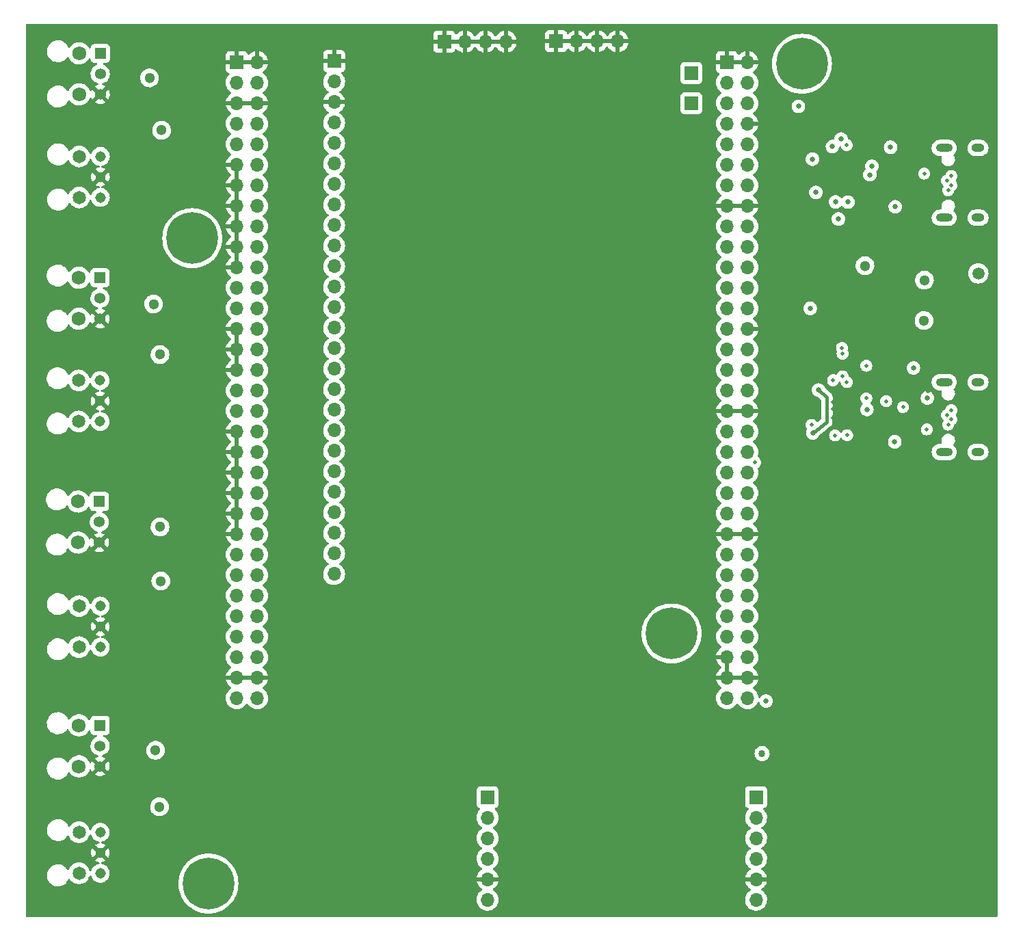
<source format=gbr>
%TF.GenerationSoftware,KiCad,Pcbnew,(6.0.7)*%
%TF.CreationDate,2022-08-08T23:44:24-07:00*%
%TF.ProjectId,adatface_baseboard,61646174-6661-4636-955f-62617365626f,rev?*%
%TF.SameCoordinates,Original*%
%TF.FileFunction,Copper,L2,Inr*%
%TF.FilePolarity,Positive*%
%FSLAX46Y46*%
G04 Gerber Fmt 4.6, Leading zero omitted, Abs format (unit mm)*
G04 Created by KiCad (PCBNEW (6.0.7)) date 2022-08-08 23:44:24*
%MOMM*%
%LPD*%
G01*
G04 APERTURE LIST*
%TA.AperFunction,ComponentPad*%
%ADD10C,1.308000*%
%TD*%
%TA.AperFunction,ComponentPad*%
%ADD11C,1.300000*%
%TD*%
%TA.AperFunction,ComponentPad*%
%ADD12C,1.650000*%
%TD*%
%TA.AperFunction,ComponentPad*%
%ADD13R,1.358000X1.358000*%
%TD*%
%TA.AperFunction,ComponentPad*%
%ADD14C,1.358000*%
%TD*%
%TA.AperFunction,ComponentPad*%
%ADD15C,1.725000*%
%TD*%
%TA.AperFunction,ComponentPad*%
%ADD16R,1.700000X1.700000*%
%TD*%
%TA.AperFunction,ComponentPad*%
%ADD17O,1.700000X1.700000*%
%TD*%
%TA.AperFunction,ComponentPad*%
%ADD18C,0.800000*%
%TD*%
%TA.AperFunction,ComponentPad*%
%ADD19C,6.400000*%
%TD*%
%TA.AperFunction,ComponentPad*%
%ADD20O,2.100000X1.000000*%
%TD*%
%TA.AperFunction,ComponentPad*%
%ADD21O,1.600000X1.000000*%
%TD*%
%TA.AperFunction,ViaPad*%
%ADD22C,0.460000*%
%TD*%
%TA.AperFunction,ViaPad*%
%ADD23C,1.500000*%
%TD*%
%TA.AperFunction,ViaPad*%
%ADD24C,0.660000*%
%TD*%
%TA.AperFunction,ViaPad*%
%ADD25C,1.300000*%
%TD*%
%TA.AperFunction,ViaPad*%
%ADD26C,1.080000*%
%TD*%
%TA.AperFunction,ViaPad*%
%ADD27C,0.860000*%
%TD*%
%TA.AperFunction,Conductor*%
%ADD28C,0.400000*%
%TD*%
G04 APERTURE END LIST*
D10*
%TO.N,Net-(C1-Pad2)*%
%TO.C,U1*%
X51056023Y-137249033D03*
D11*
%TO.N,GND*%
X51056023Y-139789033D03*
D10*
%TO.N,/TOSLINK1_RX*%
X51056023Y-142329033D03*
D12*
%TO.N,N/C*%
X48426023Y-137249033D03*
X48426023Y-142329033D03*
%TD*%
D13*
%TO.N,/TOSLINK4_TX*%
%TO.C,TR2*%
X51050408Y-40817745D03*
D14*
%TO.N,+3V3*%
X51050408Y-43357745D03*
%TO.N,GND*%
X51050408Y-45897745D03*
D15*
%TO.N,unconnected-(TR2-Pad4)*%
X48430408Y-40817745D03*
%TO.N,unconnected-(TR2-Pad5)*%
X48430408Y-45897745D03*
%TD*%
D13*
%TO.N,/TOSLINK3_TX*%
%TO.C,TR3*%
X51026111Y-68581385D03*
D14*
%TO.N,+3V3*%
X51026111Y-71121385D03*
%TO.N,GND*%
X51026111Y-73661385D03*
D15*
%TO.N,unconnected-(TR3-Pad4)*%
X48406111Y-68581385D03*
%TO.N,unconnected-(TR3-Pad5)*%
X48406111Y-73661385D03*
%TD*%
D16*
%TO.N,GND*%
%TO.C,J11*%
X93640000Y-39365000D03*
D17*
X96180000Y-39365000D03*
X98720000Y-39365000D03*
X101260000Y-39365000D03*
%TD*%
D18*
%TO.N,N/C*%
%TO.C,H3*%
X60050000Y-63700000D03*
X64147056Y-62002944D03*
X64850000Y-63700000D03*
X60752944Y-62002944D03*
X64147056Y-65397056D03*
D19*
X62450000Y-63700000D03*
D18*
X62450000Y-66100000D03*
X60752944Y-65397056D03*
X62450000Y-61300000D03*
%TD*%
%TO.N,N/C*%
%TO.C,H4*%
X121793000Y-115049000D03*
X123490056Y-110951944D03*
X124193000Y-112649000D03*
X123490056Y-114346056D03*
X120095944Y-110951944D03*
D19*
X121793000Y-112649000D03*
D18*
X121793000Y-110249000D03*
X119393000Y-112649000D03*
X120095944Y-114346056D03*
%TD*%
D16*
%TO.N,GND*%
%TO.C,J10*%
X107490000Y-39310000D03*
D17*
X110030000Y-39310000D03*
X112570000Y-39310000D03*
X115110000Y-39310000D03*
%TD*%
D10*
%TO.N,Net-(C2-Pad2)*%
%TO.C,U2*%
X51070408Y-53580245D03*
D11*
%TO.N,GND*%
X51070408Y-56120245D03*
D10*
%TO.N,/TOSLINK4_RX*%
X51070408Y-58660245D03*
D12*
%TO.N,N/C*%
X48440408Y-53580245D03*
X48440408Y-58660245D03*
%TD*%
D16*
%TO.N,GND*%
%TO.C,J3*%
X128650000Y-41910000D03*
D17*
X131190000Y-41910000D03*
%TO.N,+3V3*%
X128650000Y-44450000D03*
X131190000Y-44450000D03*
%TO.N,Net-(J3-Pad5)*%
X128650000Y-46990000D03*
%TO.N,Net-(J3-Pad6)*%
X131190000Y-46990000D03*
%TO.N,/USB2_CLK*%
X128650000Y-49530000D03*
%TO.N,GND*%
X131190000Y-49530000D03*
%TO.N,/USB2_STP*%
X128650000Y-52070000D03*
%TO.N,/USB2_VBUS_PIN*%
X131190000Y-52070000D03*
%TO.N,/USB2_DIR*%
X128650000Y-54610000D03*
%TO.N,/USB2_ID*%
X131190000Y-54610000D03*
%TO.N,/USB2_NXT*%
X128650000Y-57150000D03*
%TO.N,/USB2_RESET*%
X131190000Y-57150000D03*
%TO.N,GND*%
X128650000Y-59690000D03*
X131190000Y-59690000D03*
%TO.N,/USB2_DATA0*%
X128650000Y-62230000D03*
%TO.N,/USB2_DATA1*%
X131190000Y-62230000D03*
%TO.N,/USB2_DATA2*%
X128650000Y-64770000D03*
%TO.N,/USB2_DATA3*%
X131190000Y-64770000D03*
%TO.N,/USB2_DATA4*%
X128650000Y-67310000D03*
%TO.N,/USB2_DATA5*%
X131190000Y-67310000D03*
%TO.N,/USB2_DATA6*%
X128650000Y-69850000D03*
%TO.N,/USB2_DATA7*%
X131190000Y-69850000D03*
%TO.N,/USB2_SBU1*%
X128650000Y-72390000D03*
%TO.N,/USB2_SBU2*%
X131190000Y-72390000D03*
%TO.N,/USB1_CLK*%
X128650000Y-74930000D03*
%TO.N,GND*%
X131190000Y-74930000D03*
%TO.N,/USB1_STP*%
X128650000Y-77470000D03*
%TO.N,/USB1_VBUS_PIN*%
X131190000Y-77470000D03*
%TO.N,/USB1_DIR*%
X128650000Y-80010000D03*
%TO.N,/USB1_ID*%
X131190000Y-80010000D03*
%TO.N,/USB1_NXT*%
X128650000Y-82550000D03*
%TO.N,/USB1_RESET*%
X131190000Y-82550000D03*
%TO.N,GND*%
X128650000Y-85090000D03*
X131190000Y-85090000D03*
%TO.N,/USB1_DATA0*%
X128650000Y-87630000D03*
%TO.N,/USB1_DATA1*%
X131190000Y-87630000D03*
%TO.N,/USB1_DATA2*%
X128650000Y-90170000D03*
%TO.N,/USB1_DATA3*%
X131190000Y-90170000D03*
%TO.N,/USB1_DATA4*%
X128650000Y-92710000D03*
%TO.N,/USB1_DATA5*%
X131190000Y-92710000D03*
%TO.N,/USB1_DATA6*%
X128650000Y-95250000D03*
%TO.N,/USB1_DATA7*%
X131190000Y-95250000D03*
%TO.N,/USB1_SBU1*%
X128650000Y-97790000D03*
%TO.N,/USB1_SBU2*%
X131190000Y-97790000D03*
%TO.N,GND*%
X128650000Y-100330000D03*
X131190000Y-100330000D03*
%TO.N,/USB2_ACTIVE*%
X128650000Y-102870000D03*
%TO.N,/USB2_SUSPENDED_N*%
X131190000Y-102870000D03*
%TO.N,/USB1_ACTIVE*%
X128650000Y-105410000D03*
%TO.N,/USB1_SUSPENDED_N*%
X131190000Y-105410000D03*
%TO.N,/SYNC3*%
X128650000Y-107950000D03*
%TO.N,/SYNC4*%
X131190000Y-107950000D03*
%TO.N,/SYNC1*%
X128650000Y-110490000D03*
%TO.N,/SYNC2*%
X131190000Y-110490000D03*
%TO.N,/USB1*%
X128650000Y-113030000D03*
%TO.N,/USB2*%
X131190000Y-113030000D03*
%TO.N,GND*%
X128650000Y-115570000D03*
%TO.N,/HOST*%
X131190000Y-115570000D03*
%TO.N,GND*%
X128650000Y-118110000D03*
X131190000Y-118110000D03*
%TO.N,+5V*%
X128650000Y-120650000D03*
X131190000Y-120650000D03*
%TD*%
D16*
%TO.N,GND*%
%TO.C,J7*%
X80010000Y-41783000D03*
D17*
%TO.N,+3V3*%
X80010000Y-44323000D03*
%TO.N,GND*%
X80010000Y-46863000D03*
%TO.N,Net-(J2-Pad8)*%
X80010000Y-49403000D03*
%TO.N,Net-(J2-Pad10)*%
X80010000Y-51943000D03*
%TO.N,Net-(J2-Pad12)*%
X80010000Y-54483000D03*
%TO.N,Net-(J2-Pad14)*%
X80010000Y-57023000D03*
%TO.N,Net-(J2-Pad16)*%
X80010000Y-59563000D03*
%TO.N,Net-(J2-Pad18)*%
X80010000Y-62103000D03*
%TO.N,Net-(J2-Pad20)*%
X80010000Y-64643000D03*
%TO.N,Net-(J2-Pad22)*%
X80010000Y-67183000D03*
%TO.N,Net-(J2-Pad24)*%
X80010000Y-69723000D03*
%TO.N,Net-(J2-Pad26)*%
X80010000Y-72263000D03*
%TO.N,Net-(J2-Pad28)*%
X80010000Y-74803000D03*
%TO.N,Net-(J2-Pad30)*%
X80010000Y-77343000D03*
%TO.N,Net-(J2-Pad32)*%
X80010000Y-79883000D03*
%TO.N,Net-(J2-Pad34)*%
X80010000Y-82423000D03*
%TO.N,Net-(J2-Pad36)*%
X80010000Y-84963000D03*
%TO.N,Net-(J2-Pad38)*%
X80010000Y-87503000D03*
%TO.N,Net-(J2-Pad40)*%
X80010000Y-90043000D03*
%TO.N,Net-(J2-Pad42)*%
X80010000Y-92583000D03*
%TO.N,Net-(J2-Pad44)*%
X80010000Y-95123000D03*
%TO.N,Net-(J2-Pad46)*%
X80010000Y-97663000D03*
%TO.N,Net-(J2-Pad48)*%
X80010000Y-100203000D03*
%TO.N,Net-(J2-Pad50)*%
X80010000Y-102743000D03*
%TO.N,Net-(J2-Pad52)*%
X80010000Y-105283000D03*
%TD*%
D16*
%TO.N,/I2S2_SCK*%
%TO.C,J6*%
X99000000Y-132900000D03*
D17*
%TO.N,/I2S2_BCK*%
X99000000Y-135440000D03*
%TO.N,/I2S2_DIN*%
X99000000Y-137980000D03*
%TO.N,/I2S2_LRCK*%
X99000000Y-140520000D03*
%TO.N,GND*%
X99000000Y-143060000D03*
%TO.N,+5V*%
X99000000Y-145600000D03*
%TD*%
D20*
%TO.N,Net-(J4-PadS1)*%
%TO.C,J4*%
X155545000Y-90170000D03*
D21*
X159725000Y-90170000D03*
X159725000Y-81530000D03*
D20*
X155545000Y-81530000D03*
%TD*%
D10*
%TO.N,Net-(C3-Pad2)*%
%TO.C,U3*%
X51030000Y-81310000D03*
D11*
%TO.N,GND*%
X51030000Y-83850000D03*
D10*
%TO.N,/TOSLINK3_RX*%
X51030000Y-86390000D03*
D12*
%TO.N,N/C*%
X48400000Y-81310000D03*
X48400000Y-86390000D03*
%TD*%
D16*
%TO.N,Net-(J3-Pad6)*%
%TO.C,J9*%
X124250000Y-43250000D03*
%TD*%
D18*
%TO.N,N/C*%
%TO.C,H2*%
X62752944Y-141902944D03*
X66850000Y-143600000D03*
X64450000Y-146000000D03*
X66147056Y-145297056D03*
X64450000Y-141200000D03*
X66147056Y-141902944D03*
X62752944Y-145297056D03*
X62050000Y-143600000D03*
D19*
X64450000Y-143600000D03*
%TD*%
D16*
%TO.N,/I2S1_SCK*%
%TO.C,J1*%
X132250000Y-132900000D03*
D17*
%TO.N,/I2S1_BCK*%
X132250000Y-135440000D03*
%TO.N,/I2S1_DIN*%
X132250000Y-137980000D03*
%TO.N,/I2S1_LRCK*%
X132250000Y-140520000D03*
%TO.N,GND*%
X132250000Y-143060000D03*
%TO.N,+5V*%
X132250000Y-145600000D03*
%TD*%
D13*
%TO.N,/TOSLINK2_TX*%
%TO.C,TR4*%
X50946530Y-96303594D03*
D14*
%TO.N,+3V3*%
X50946530Y-98843594D03*
%TO.N,GND*%
X50946530Y-101383594D03*
D15*
%TO.N,unconnected-(TR4-Pad4)*%
X48326530Y-96303594D03*
%TO.N,unconnected-(TR4-Pad5)*%
X48326530Y-101383594D03*
%TD*%
D16*
%TO.N,Net-(J3-Pad5)*%
%TO.C,J8*%
X124250000Y-47000000D03*
%TD*%
D19*
%TO.N,N/C*%
%TO.C,H1*%
X137925000Y-42100000D03*
D18*
X137925000Y-39700000D03*
X137925000Y-44500000D03*
X140325000Y-42100000D03*
X139622056Y-43797056D03*
X136227944Y-40402944D03*
X135525000Y-42100000D03*
X136227944Y-43797056D03*
X139622056Y-40402944D03*
%TD*%
D10*
%TO.N,Net-(C4-Pad2)*%
%TO.C,U4*%
X51056023Y-109249033D03*
D11*
%TO.N,GND*%
X51056023Y-111789033D03*
D10*
%TO.N,/TOSLINK2_RX*%
X51056023Y-114329033D03*
D12*
%TO.N,N/C*%
X48426023Y-109249033D03*
X48426023Y-114329033D03*
%TD*%
D13*
%TO.N,/TOSLINK1_TX*%
%TO.C,TR1*%
X51036023Y-124011533D03*
D14*
%TO.N,+3V3*%
X51036023Y-126551533D03*
%TO.N,GND*%
X51036023Y-129091533D03*
D15*
%TO.N,unconnected-(TR1-Pad4)*%
X48416023Y-124011533D03*
%TO.N,unconnected-(TR1-Pad5)*%
X48416023Y-129091533D03*
%TD*%
D16*
%TO.N,GND*%
%TO.C,J2*%
X67945000Y-41910000D03*
D17*
X70485000Y-41910000D03*
%TO.N,+3V3*%
X67945000Y-44450000D03*
X70485000Y-44450000D03*
%TO.N,GND*%
X67945000Y-46990000D03*
X70485000Y-46990000D03*
%TO.N,/TOSLINK4_TX*%
X67945000Y-49530000D03*
%TO.N,Net-(J2-Pad8)*%
X70485000Y-49530000D03*
%TO.N,/TOSLINK4_RX*%
X67945000Y-52070000D03*
%TO.N,Net-(J2-Pad10)*%
X70485000Y-52070000D03*
%TO.N,GND*%
X67945000Y-54610000D03*
%TO.N,Net-(J2-Pad12)*%
X70485000Y-54610000D03*
%TO.N,GND*%
X67945000Y-57150000D03*
%TO.N,Net-(J2-Pad14)*%
X70485000Y-57150000D03*
%TO.N,GND*%
X67945000Y-59690000D03*
%TO.N,Net-(J2-Pad16)*%
X70485000Y-59690000D03*
%TO.N,GND*%
X67945000Y-62230000D03*
%TO.N,Net-(J2-Pad18)*%
X70485000Y-62230000D03*
%TO.N,GND*%
X67945000Y-64770000D03*
%TO.N,Net-(J2-Pad20)*%
X70485000Y-64770000D03*
%TO.N,GND*%
X67945000Y-67310000D03*
%TO.N,Net-(J2-Pad22)*%
X70485000Y-67310000D03*
%TO.N,/TOSLINK3_TX*%
X67945000Y-69850000D03*
%TO.N,Net-(J2-Pad24)*%
X70485000Y-69850000D03*
%TO.N,/TOSLINK3_RX*%
X67945000Y-72390000D03*
%TO.N,Net-(J2-Pad26)*%
X70485000Y-72390000D03*
%TO.N,GND*%
X67945000Y-74930000D03*
%TO.N,Net-(J2-Pad28)*%
X70485000Y-74930000D03*
%TO.N,GND*%
X67945000Y-77470000D03*
%TO.N,Net-(J2-Pad30)*%
X70485000Y-77470000D03*
%TO.N,GND*%
X67945000Y-80010000D03*
%TO.N,Net-(J2-Pad32)*%
X70485000Y-80010000D03*
%TO.N,/TOSLINK2_TX*%
X67945000Y-82550000D03*
%TO.N,Net-(J2-Pad34)*%
X70485000Y-82550000D03*
%TO.N,/TOSLINK2_RX*%
X67945000Y-85090000D03*
%TO.N,Net-(J2-Pad36)*%
X70485000Y-85090000D03*
%TO.N,GND*%
X67945000Y-87630000D03*
%TO.N,Net-(J2-Pad38)*%
X70485000Y-87630000D03*
%TO.N,GND*%
X67945000Y-90170000D03*
%TO.N,Net-(J2-Pad40)*%
X70485000Y-90170000D03*
%TO.N,GND*%
X67945000Y-92710000D03*
%TO.N,Net-(J2-Pad42)*%
X70485000Y-92710000D03*
%TO.N,GND*%
X67945000Y-95250000D03*
%TO.N,Net-(J2-Pad44)*%
X70485000Y-95250000D03*
%TO.N,GND*%
X67945000Y-97790000D03*
%TO.N,Net-(J2-Pad46)*%
X70485000Y-97790000D03*
%TO.N,GND*%
X67945000Y-100330000D03*
%TO.N,Net-(J2-Pad48)*%
X70485000Y-100330000D03*
%TO.N,/TOSLINK1_TX*%
X67945000Y-102870000D03*
%TO.N,Net-(J2-Pad50)*%
X70485000Y-102870000D03*
%TO.N,/TOSLINK1_RX*%
X67945000Y-105410000D03*
%TO.N,Net-(J2-Pad52)*%
X70485000Y-105410000D03*
%TO.N,/I2S1_SCK*%
X67945000Y-107950000D03*
%TO.N,/I2S1_BCK*%
X70485000Y-107950000D03*
%TO.N,/I2S1_DIN*%
X67945000Y-110490000D03*
%TO.N,/I2S1_LRCK*%
X70485000Y-110490000D03*
%TO.N,/I2S2_SCK*%
X67945000Y-113030000D03*
%TO.N,/I2S2_BCK*%
X70485000Y-113030000D03*
%TO.N,/I2S2_DIN*%
X67945000Y-115570000D03*
%TO.N,/I2S2_LRCK*%
X70485000Y-115570000D03*
%TO.N,GND*%
X67945000Y-118110000D03*
X70485000Y-118110000D03*
%TO.N,+5V*%
X67945000Y-120650000D03*
X70485000Y-120650000D03*
%TD*%
D20*
%TO.N,Net-(J5-PadS1)*%
%TO.C,J5*%
X155545000Y-52530000D03*
D21*
X159725000Y-61170000D03*
X159725000Y-52530000D03*
D20*
X155545000Y-61170000D03*
%TD*%
D22*
%TO.N,/USB2_D+*%
X156425000Y-57125000D03*
X156425000Y-56000000D03*
%TO.N,/USB2_D-*%
X156035000Y-57775000D03*
X155895500Y-56579500D03*
%TO.N,GND*%
X143650000Y-54850000D03*
X141550000Y-61940000D03*
D23*
X155000000Y-97250000D03*
D22*
X142630000Y-91570000D03*
X138430000Y-88610000D03*
D24*
X133030000Y-47130000D03*
X135720000Y-47070000D03*
D22*
X141754384Y-83960199D03*
X137350000Y-93040000D03*
D25*
X150450000Y-73100000D03*
D22*
X143650000Y-55850000D03*
X149850000Y-50340000D03*
X142750000Y-85950000D03*
D24*
X148500000Y-74250000D03*
D22*
X143310000Y-60280000D03*
X137420000Y-86410000D03*
D26*
X144850000Y-63275000D03*
D22*
X133460000Y-66360000D03*
X142650000Y-56850000D03*
D24*
X132940000Y-54600000D03*
X153560000Y-82570000D03*
D22*
X132600000Y-59100000D03*
X133010000Y-82430000D03*
D23*
X155000000Y-99300000D03*
D27*
X153550000Y-89200000D03*
D22*
X139990000Y-89530000D03*
D26*
X159600000Y-119900000D03*
D22*
X140480000Y-94090000D03*
X135600000Y-77900000D03*
X133020000Y-69860000D03*
D24*
X144800000Y-48750000D03*
D22*
X138300000Y-84650000D03*
X138540000Y-64980000D03*
X139180000Y-95670000D03*
X143130000Y-89860000D03*
X135060000Y-66330000D03*
X141650000Y-54850000D03*
X141750000Y-84850000D03*
D24*
X135710000Y-53680000D03*
D22*
X132490000Y-63710000D03*
X141650000Y-55850000D03*
D27*
X153825000Y-53325000D03*
D22*
X142750000Y-83800000D03*
X143650000Y-84850000D03*
X141750000Y-85950000D03*
D24*
X137980000Y-80730000D03*
D22*
X136890000Y-64530000D03*
D24*
X137400000Y-51740000D03*
D22*
X133370000Y-90340000D03*
X132600000Y-95790000D03*
X143650000Y-85950000D03*
X132860000Y-79660000D03*
X147820000Y-87080000D03*
D23*
X154700000Y-102000000D03*
D22*
X147080000Y-60210000D03*
X142750000Y-84850000D03*
D26*
X149420000Y-53910000D03*
D24*
X149412500Y-87200000D03*
D22*
X141200000Y-49890000D03*
X133330000Y-77890000D03*
X143650000Y-56850000D03*
X135870000Y-91820000D03*
D24*
X136150000Y-82330000D03*
D22*
X138190000Y-92130000D03*
X139940000Y-61480000D03*
D24*
X146825000Y-81975000D03*
X149425000Y-90525000D03*
X135950000Y-55600000D03*
D22*
X137330000Y-49910000D03*
X143650000Y-83800000D03*
X141650000Y-56850000D03*
X140400000Y-91300000D03*
D25*
X155650000Y-63850000D03*
D22*
X132910000Y-75370000D03*
X137520000Y-75810000D03*
X135480000Y-80250000D03*
X141400000Y-89670000D03*
D24*
X147520000Y-52640000D03*
D22*
X142650000Y-55850000D03*
X135050000Y-93210000D03*
X142650000Y-54850000D03*
D25*
X155400000Y-79250000D03*
D26*
X152400000Y-62550000D03*
D22*
X137420000Y-84850000D03*
D25*
X157750000Y-73800000D03*
D26*
X147841950Y-58391950D03*
D27*
X153775000Y-60500000D03*
D22*
X141290000Y-92730000D03*
X135530000Y-67940000D03*
X133790000Y-49070000D03*
X141870000Y-76460000D03*
D25*
%TO.N,+3V3*%
X58550000Y-106150000D03*
X57650000Y-71850000D03*
D22*
X143529500Y-88095000D03*
D24*
X139667911Y-58032917D03*
X143630000Y-59230000D03*
X139240000Y-53920500D03*
D22*
X142029500Y-88114428D03*
D25*
X58650000Y-50343750D03*
X58450000Y-78112500D03*
D24*
X142074144Y-59210155D03*
D25*
X153100000Y-68900000D03*
X57900000Y-127100000D03*
X153050000Y-73900000D03*
D24*
X140000000Y-82500000D03*
D25*
X58450000Y-99450000D03*
D24*
X139270000Y-87810000D03*
D25*
X58400000Y-134100000D03*
X57150000Y-43850000D03*
D24*
X146350000Y-55850000D03*
X145975000Y-84900000D03*
D23*
%TO.N,+1V8*%
X159775000Y-68050000D03*
D25*
X145737840Y-67109048D03*
D22*
X142954263Y-80810000D03*
D24*
X141705105Y-52364145D03*
D22*
X141795263Y-81290000D03*
D24*
X142760000Y-51420000D03*
D27*
%TO.N,/HOST*%
X133000000Y-127500000D03*
D24*
%TO.N,/USB2*%
X133500000Y-121000000D03*
%TO.N,/USB2_VBUS_PIN*%
X142460000Y-61320000D03*
%TO.N,/USB2_ID*%
X137490000Y-47380000D03*
D22*
%TO.N,/USB2_RESET*%
X143479500Y-52170000D03*
%TO.N,/USB2_SBU1*%
X153070000Y-55710000D03*
D24*
%TO.N,Net-(R19-Pad2)*%
X148912500Y-52427598D03*
X146600000Y-54800000D03*
D22*
%TO.N,Net-(R20-Pad2)*%
X148350000Y-83875000D03*
D24*
X149425000Y-88900000D03*
%TO.N,/USB2_SBU2*%
X138950098Y-72390000D03*
X149490000Y-59810000D03*
%TO.N,/USB1_VBUS*%
X151730000Y-79770000D03*
X153470000Y-83480000D03*
D22*
%TO.N,/USB1_VBUS_PIN*%
X142890000Y-77280000D03*
%TO.N,/USB1_ID*%
X142970000Y-78004500D03*
X145910000Y-83530000D03*
X145900000Y-79490000D03*
%TO.N,/USB1_RESET*%
X143491719Y-81519809D03*
%TO.N,/USB1_DATA4*%
X132150000Y-91450000D03*
X139129124Y-86811999D03*
%TO.N,/USB1_SBU1*%
X150450000Y-84625000D03*
%TO.N,/USB1_SBU2*%
X153400000Y-87375000D03*
%TO.N,/USB1_D+*%
X156425000Y-85000000D03*
X156425000Y-86125000D03*
%TO.N,/USB1_D-*%
X155895500Y-85579500D03*
X156035000Y-86775000D03*
%TD*%
D28*
%TO.N,+3V3*%
X141010000Y-86460000D02*
X141020000Y-83410000D01*
X141020000Y-83410000D02*
X140000000Y-82500000D01*
X139270000Y-87810000D02*
X141010000Y-86460000D01*
%TD*%
%TA.AperFunction,Conductor*%
%TO.N,GND*%
G36*
X162083621Y-37178502D02*
G01*
X162130114Y-37232158D01*
X162141500Y-37284500D01*
X162141500Y-147615500D01*
X162121498Y-147683621D01*
X162067842Y-147730114D01*
X162015500Y-147741500D01*
X41984500Y-147741500D01*
X41916379Y-147721498D01*
X41869886Y-147667842D01*
X41858500Y-147615500D01*
X41858500Y-142524807D01*
X44454125Y-142524807D01*
X44454325Y-142530136D01*
X44454325Y-142530138D01*
X44457007Y-142601576D01*
X44462774Y-142755191D01*
X44510116Y-142980824D01*
X44512074Y-142985783D01*
X44512075Y-142985785D01*
X44513859Y-142990301D01*
X44594799Y-143195254D01*
X44597566Y-143199813D01*
X44597567Y-143199816D01*
X44669267Y-143317973D01*
X44714400Y-143392350D01*
X44717897Y-143396380D01*
X44856991Y-143556672D01*
X44865500Y-143566478D01*
X44892142Y-143588323D01*
X45039650Y-143709273D01*
X45039656Y-143709277D01*
X45043778Y-143712657D01*
X45048414Y-143715296D01*
X45048417Y-143715298D01*
X45121999Y-143757183D01*
X45244137Y-143826708D01*
X45460848Y-143905370D01*
X45466097Y-143906319D01*
X45466100Y-143906320D01*
X45683631Y-143945656D01*
X45683638Y-143945657D01*
X45687715Y-143946394D01*
X45705437Y-143947230D01*
X45710379Y-143947463D01*
X45710386Y-143947463D01*
X45711867Y-143947533D01*
X45873913Y-143947533D01*
X45940832Y-143941855D01*
X46040432Y-143933404D01*
X46040436Y-143933403D01*
X46045743Y-143932953D01*
X46050898Y-143931615D01*
X46050904Y-143931614D01*
X46263726Y-143876376D01*
X46263730Y-143876375D01*
X46268895Y-143875034D01*
X46273761Y-143872842D01*
X46273764Y-143872841D01*
X46474225Y-143782540D01*
X46479098Y-143780345D01*
X46670342Y-143651592D01*
X46674349Y-143647770D01*
X46763792Y-143562445D01*
X46837158Y-143492457D01*
X46974777Y-143307491D01*
X46984945Y-143287493D01*
X47076845Y-143106737D01*
X47079263Y-143101982D01*
X47082979Y-143090013D01*
X47122283Y-143030890D01*
X47187312Y-143002400D01*
X47257421Y-143013590D01*
X47306524Y-143055109D01*
X47400601Y-143189465D01*
X47565591Y-143354455D01*
X47570099Y-143357612D01*
X47570102Y-143357614D01*
X47752217Y-143485132D01*
X47756726Y-143488289D01*
X47761708Y-143490612D01*
X47761713Y-143490615D01*
X47924402Y-143566478D01*
X47968197Y-143586900D01*
X47973505Y-143588322D01*
X47973507Y-143588323D01*
X48188264Y-143645867D01*
X48188266Y-143645867D01*
X48193579Y-143647291D01*
X48426023Y-143667627D01*
X48658467Y-143647291D01*
X48663780Y-143645867D01*
X48663782Y-143645867D01*
X48834960Y-143600000D01*
X60736411Y-143600000D01*
X60756754Y-143988176D01*
X60757267Y-143991416D01*
X60757268Y-143991424D01*
X60774012Y-144097139D01*
X60817562Y-144372099D01*
X60918167Y-144747562D01*
X61057468Y-145110453D01*
X61058966Y-145113393D01*
X61193465Y-145377361D01*
X61233938Y-145456794D01*
X61235734Y-145459560D01*
X61235736Y-145459563D01*
X61329122Y-145603365D01*
X61445643Y-145782793D01*
X61690266Y-146084876D01*
X61965124Y-146359734D01*
X62267207Y-146604357D01*
X62269970Y-146606152D01*
X62269971Y-146606152D01*
X62527162Y-146773173D01*
X62593205Y-146816062D01*
X62596139Y-146817557D01*
X62596146Y-146817561D01*
X62861046Y-146952534D01*
X62939547Y-146992532D01*
X63302438Y-147131833D01*
X63677901Y-147232438D01*
X63881793Y-147264732D01*
X64058576Y-147292732D01*
X64058584Y-147292733D01*
X64061824Y-147293246D01*
X64450000Y-147313589D01*
X64838176Y-147293246D01*
X64841416Y-147292733D01*
X64841424Y-147292732D01*
X65018207Y-147264732D01*
X65222099Y-147232438D01*
X65597562Y-147131833D01*
X65960453Y-146992532D01*
X66038954Y-146952534D01*
X66303854Y-146817561D01*
X66303861Y-146817557D01*
X66306795Y-146816062D01*
X66372839Y-146773173D01*
X66630029Y-146606152D01*
X66630030Y-146606152D01*
X66632793Y-146604357D01*
X66934876Y-146359734D01*
X67209734Y-146084876D01*
X67454357Y-145782793D01*
X67570878Y-145603365D01*
X67594692Y-145566695D01*
X97637251Y-145566695D01*
X97637548Y-145571848D01*
X97637548Y-145571851D01*
X97649711Y-145782793D01*
X97650110Y-145789715D01*
X97651247Y-145794761D01*
X97651248Y-145794767D01*
X97671119Y-145882939D01*
X97699222Y-146007639D01*
X97783266Y-146214616D01*
X97785965Y-146219020D01*
X97873466Y-146361809D01*
X97899987Y-146405088D01*
X98046250Y-146573938D01*
X98218126Y-146716632D01*
X98411000Y-146829338D01*
X98619692Y-146909030D01*
X98624760Y-146910061D01*
X98624763Y-146910062D01*
X98732017Y-146931883D01*
X98838597Y-146953567D01*
X98843772Y-146953757D01*
X98843774Y-146953757D01*
X99056673Y-146961564D01*
X99056677Y-146961564D01*
X99061837Y-146961753D01*
X99066957Y-146961097D01*
X99066959Y-146961097D01*
X99278288Y-146934025D01*
X99278289Y-146934025D01*
X99283416Y-146933368D01*
X99288366Y-146931883D01*
X99492429Y-146870661D01*
X99492434Y-146870659D01*
X99497384Y-146869174D01*
X99697994Y-146770896D01*
X99879860Y-146641173D01*
X100038096Y-146483489D01*
X100097594Y-146400689D01*
X100165435Y-146306277D01*
X100168453Y-146302077D01*
X100267430Y-146101811D01*
X100332370Y-145888069D01*
X100361529Y-145666590D01*
X100363156Y-145600000D01*
X100360418Y-145566695D01*
X130887251Y-145566695D01*
X130887548Y-145571848D01*
X130887548Y-145571851D01*
X130899711Y-145782793D01*
X130900110Y-145789715D01*
X130901247Y-145794761D01*
X130901248Y-145794767D01*
X130921119Y-145882939D01*
X130949222Y-146007639D01*
X131033266Y-146214616D01*
X131035965Y-146219020D01*
X131123466Y-146361809D01*
X131149987Y-146405088D01*
X131296250Y-146573938D01*
X131468126Y-146716632D01*
X131661000Y-146829338D01*
X131869692Y-146909030D01*
X131874760Y-146910061D01*
X131874763Y-146910062D01*
X131982017Y-146931883D01*
X132088597Y-146953567D01*
X132093772Y-146953757D01*
X132093774Y-146953757D01*
X132306673Y-146961564D01*
X132306677Y-146961564D01*
X132311837Y-146961753D01*
X132316957Y-146961097D01*
X132316959Y-146961097D01*
X132528288Y-146934025D01*
X132528289Y-146934025D01*
X132533416Y-146933368D01*
X132538366Y-146931883D01*
X132742429Y-146870661D01*
X132742434Y-146870659D01*
X132747384Y-146869174D01*
X132947994Y-146770896D01*
X133129860Y-146641173D01*
X133288096Y-146483489D01*
X133347594Y-146400689D01*
X133415435Y-146306277D01*
X133418453Y-146302077D01*
X133517430Y-146101811D01*
X133582370Y-145888069D01*
X133611529Y-145666590D01*
X133613156Y-145600000D01*
X133594852Y-145377361D01*
X133540431Y-145160702D01*
X133451354Y-144955840D01*
X133330014Y-144768277D01*
X133179670Y-144603051D01*
X133175619Y-144599852D01*
X133175615Y-144599848D01*
X133008414Y-144467800D01*
X133008410Y-144467798D01*
X133004359Y-144464598D01*
X132962569Y-144441529D01*
X132912598Y-144391097D01*
X132897826Y-144321654D01*
X132922942Y-144255248D01*
X132950294Y-144228641D01*
X133125328Y-144103792D01*
X133133200Y-144097139D01*
X133284052Y-143946812D01*
X133290730Y-143938965D01*
X133415003Y-143766020D01*
X133420313Y-143757183D01*
X133514670Y-143566267D01*
X133518469Y-143556672D01*
X133580377Y-143352910D01*
X133582555Y-143342837D01*
X133583986Y-143331962D01*
X133581775Y-143317778D01*
X133568617Y-143314000D01*
X130933225Y-143314000D01*
X130919694Y-143317973D01*
X130918257Y-143327966D01*
X130948565Y-143462446D01*
X130951645Y-143472275D01*
X131031770Y-143669603D01*
X131036413Y-143678794D01*
X131147694Y-143860388D01*
X131153777Y-143868699D01*
X131293213Y-144029667D01*
X131300580Y-144036883D01*
X131464434Y-144172916D01*
X131472881Y-144178831D01*
X131541969Y-144219203D01*
X131590693Y-144270842D01*
X131603764Y-144340625D01*
X131577033Y-144406396D01*
X131536584Y-144439752D01*
X131523607Y-144446507D01*
X131519474Y-144449610D01*
X131519471Y-144449612D01*
X131495247Y-144467800D01*
X131344965Y-144580635D01*
X131190629Y-144742138D01*
X131064743Y-144926680D01*
X131049003Y-144960590D01*
X130979439Y-145110453D01*
X130970688Y-145129305D01*
X130910989Y-145344570D01*
X130887251Y-145566695D01*
X100360418Y-145566695D01*
X100344852Y-145377361D01*
X100290431Y-145160702D01*
X100201354Y-144955840D01*
X100080014Y-144768277D01*
X99929670Y-144603051D01*
X99925619Y-144599852D01*
X99925615Y-144599848D01*
X99758414Y-144467800D01*
X99758410Y-144467798D01*
X99754359Y-144464598D01*
X99712569Y-144441529D01*
X99662598Y-144391097D01*
X99647826Y-144321654D01*
X99672942Y-144255248D01*
X99700294Y-144228641D01*
X99875328Y-144103792D01*
X99883200Y-144097139D01*
X100034052Y-143946812D01*
X100040730Y-143938965D01*
X100165003Y-143766020D01*
X100170313Y-143757183D01*
X100264670Y-143566267D01*
X100268469Y-143556672D01*
X100330377Y-143352910D01*
X100332555Y-143342837D01*
X100333986Y-143331962D01*
X100331775Y-143317778D01*
X100318617Y-143314000D01*
X97683225Y-143314000D01*
X97669694Y-143317973D01*
X97668257Y-143327966D01*
X97698565Y-143462446D01*
X97701645Y-143472275D01*
X97781770Y-143669603D01*
X97786413Y-143678794D01*
X97897694Y-143860388D01*
X97903777Y-143868699D01*
X98043213Y-144029667D01*
X98050580Y-144036883D01*
X98214434Y-144172916D01*
X98222881Y-144178831D01*
X98291969Y-144219203D01*
X98340693Y-144270842D01*
X98353764Y-144340625D01*
X98327033Y-144406396D01*
X98286584Y-144439752D01*
X98273607Y-144446507D01*
X98269474Y-144449610D01*
X98269471Y-144449612D01*
X98245247Y-144467800D01*
X98094965Y-144580635D01*
X97940629Y-144742138D01*
X97814743Y-144926680D01*
X97799003Y-144960590D01*
X97729439Y-145110453D01*
X97720688Y-145129305D01*
X97660989Y-145344570D01*
X97637251Y-145566695D01*
X67594692Y-145566695D01*
X67664264Y-145459563D01*
X67664266Y-145459560D01*
X67666062Y-145456794D01*
X67706536Y-145377361D01*
X67841034Y-145113393D01*
X67842532Y-145110453D01*
X67981833Y-144747562D01*
X68082438Y-144372099D01*
X68125988Y-144097139D01*
X68142732Y-143991424D01*
X68142733Y-143991416D01*
X68143246Y-143988176D01*
X68163589Y-143600000D01*
X68143246Y-143211824D01*
X68141345Y-143199816D01*
X68114589Y-143030890D01*
X68082438Y-142827901D01*
X67981833Y-142452438D01*
X67955044Y-142382649D01*
X67843716Y-142092632D01*
X67842532Y-142089547D01*
X67760333Y-141928222D01*
X67667561Y-141746147D01*
X67667557Y-141746140D01*
X67666062Y-141743206D01*
X67650360Y-141719026D01*
X67456152Y-141419971D01*
X67456152Y-141419970D01*
X67454357Y-141417207D01*
X67303373Y-141230758D01*
X67211809Y-141117686D01*
X67211806Y-141117682D01*
X67209734Y-141115124D01*
X66934876Y-140840266D01*
X66894850Y-140807853D01*
X66635355Y-140597718D01*
X66632793Y-140595643D01*
X66472967Y-140491851D01*
X66465027Y-140486695D01*
X97637251Y-140486695D01*
X97637548Y-140491848D01*
X97637548Y-140491851D01*
X97643011Y-140586590D01*
X97650110Y-140709715D01*
X97651247Y-140714761D01*
X97651248Y-140714767D01*
X97663153Y-140767590D01*
X97699222Y-140927639D01*
X97783266Y-141134616D01*
X97830546Y-141211770D01*
X97885649Y-141301690D01*
X97899987Y-141325088D01*
X98046250Y-141493938D01*
X98218126Y-141636632D01*
X98249948Y-141655227D01*
X98291955Y-141679774D01*
X98340679Y-141731412D01*
X98353750Y-141801195D01*
X98327019Y-141866967D01*
X98286562Y-141900327D01*
X98278457Y-141904546D01*
X98269738Y-141910036D01*
X98099433Y-142037905D01*
X98091726Y-142044748D01*
X97944590Y-142198717D01*
X97938104Y-142206727D01*
X97818098Y-142382649D01*
X97813000Y-142391623D01*
X97723338Y-142584783D01*
X97719775Y-142594470D01*
X97664389Y-142794183D01*
X97665912Y-142802607D01*
X97678292Y-142806000D01*
X100318344Y-142806000D01*
X100331875Y-142802027D01*
X100333180Y-142792947D01*
X100291214Y-142625875D01*
X100287894Y-142616124D01*
X100202972Y-142420814D01*
X100198105Y-142411739D01*
X100082426Y-142232926D01*
X100076136Y-142224757D01*
X99932806Y-142067240D01*
X99925273Y-142060215D01*
X99758139Y-141928222D01*
X99749556Y-141922520D01*
X99712602Y-141902120D01*
X99662631Y-141851687D01*
X99647859Y-141782245D01*
X99672975Y-141715839D01*
X99700327Y-141689232D01*
X99748000Y-141655227D01*
X99879860Y-141561173D01*
X99897174Y-141543920D01*
X100034435Y-141407137D01*
X100038096Y-141403489D01*
X100097594Y-141320689D01*
X100165435Y-141226277D01*
X100168453Y-141222077D01*
X100189227Y-141180045D01*
X100265136Y-141026453D01*
X100265137Y-141026451D01*
X100267430Y-141021811D01*
X100332370Y-140808069D01*
X100361529Y-140586590D01*
X100363156Y-140520000D01*
X100360418Y-140486695D01*
X130887251Y-140486695D01*
X130887548Y-140491848D01*
X130887548Y-140491851D01*
X130893011Y-140586590D01*
X130900110Y-140709715D01*
X130901247Y-140714761D01*
X130901248Y-140714767D01*
X130913153Y-140767590D01*
X130949222Y-140927639D01*
X131033266Y-141134616D01*
X131080546Y-141211770D01*
X131135649Y-141301690D01*
X131149987Y-141325088D01*
X131296250Y-141493938D01*
X131468126Y-141636632D01*
X131499948Y-141655227D01*
X131541955Y-141679774D01*
X131590679Y-141731412D01*
X131603750Y-141801195D01*
X131577019Y-141866967D01*
X131536562Y-141900327D01*
X131528457Y-141904546D01*
X131519738Y-141910036D01*
X131349433Y-142037905D01*
X131341726Y-142044748D01*
X131194590Y-142198717D01*
X131188104Y-142206727D01*
X131068098Y-142382649D01*
X131063000Y-142391623D01*
X130973338Y-142584783D01*
X130969775Y-142594470D01*
X130914389Y-142794183D01*
X130915912Y-142802607D01*
X130928292Y-142806000D01*
X133568344Y-142806000D01*
X133581875Y-142802027D01*
X133583180Y-142792947D01*
X133541214Y-142625875D01*
X133537894Y-142616124D01*
X133452972Y-142420814D01*
X133448105Y-142411739D01*
X133332426Y-142232926D01*
X133326136Y-142224757D01*
X133182806Y-142067240D01*
X133175273Y-142060215D01*
X133008139Y-141928222D01*
X132999556Y-141922520D01*
X132962602Y-141902120D01*
X132912631Y-141851687D01*
X132897859Y-141782245D01*
X132922975Y-141715839D01*
X132950327Y-141689232D01*
X132998000Y-141655227D01*
X133129860Y-141561173D01*
X133147174Y-141543920D01*
X133284435Y-141407137D01*
X133288096Y-141403489D01*
X133347594Y-141320689D01*
X133415435Y-141226277D01*
X133418453Y-141222077D01*
X133439227Y-141180045D01*
X133515136Y-141026453D01*
X133515137Y-141026451D01*
X133517430Y-141021811D01*
X133582370Y-140808069D01*
X133611529Y-140586590D01*
X133613156Y-140520000D01*
X133594852Y-140297361D01*
X133540431Y-140080702D01*
X133451354Y-139875840D01*
X133411906Y-139814862D01*
X133332822Y-139692617D01*
X133332820Y-139692614D01*
X133330014Y-139688277D01*
X133179670Y-139523051D01*
X133175619Y-139519852D01*
X133175615Y-139519848D01*
X133008414Y-139387800D01*
X133008410Y-139387798D01*
X133004359Y-139384598D01*
X132963053Y-139361796D01*
X132913084Y-139311364D01*
X132898312Y-139241921D01*
X132923428Y-139175516D01*
X132950780Y-139148909D01*
X132994603Y-139117650D01*
X133129860Y-139021173D01*
X133288096Y-138863489D01*
X133325649Y-138811229D01*
X133415435Y-138686277D01*
X133418453Y-138682077D01*
X133427032Y-138664720D01*
X133515136Y-138486453D01*
X133515137Y-138486451D01*
X133517430Y-138481811D01*
X133562657Y-138332953D01*
X133580865Y-138273023D01*
X133580865Y-138273021D01*
X133582370Y-138268069D01*
X133611529Y-138046590D01*
X133612490Y-138007251D01*
X133613074Y-137983365D01*
X133613074Y-137983361D01*
X133613156Y-137980000D01*
X133594852Y-137757361D01*
X133540431Y-137540702D01*
X133451354Y-137335840D01*
X133330014Y-137148277D01*
X133179670Y-136983051D01*
X133175619Y-136979852D01*
X133175615Y-136979848D01*
X133008414Y-136847800D01*
X133008410Y-136847798D01*
X133004359Y-136844598D01*
X132963053Y-136821796D01*
X132913084Y-136771364D01*
X132898312Y-136701921D01*
X132923428Y-136635516D01*
X132950780Y-136608909D01*
X133004284Y-136570745D01*
X133129860Y-136481173D01*
X133139739Y-136471329D01*
X133284435Y-136327137D01*
X133288096Y-136323489D01*
X133347594Y-136240689D01*
X133415435Y-136146277D01*
X133418453Y-136142077D01*
X133446550Y-136085228D01*
X133515136Y-135946453D01*
X133515137Y-135946451D01*
X133517430Y-135941811D01*
X133582370Y-135728069D01*
X133611529Y-135506590D01*
X133613156Y-135440000D01*
X133594852Y-135217361D01*
X133540431Y-135000702D01*
X133451354Y-134795840D01*
X133411906Y-134734862D01*
X133332822Y-134612617D01*
X133332820Y-134612614D01*
X133330014Y-134608277D01*
X133326532Y-134604450D01*
X133182798Y-134446488D01*
X133151746Y-134382642D01*
X133160141Y-134312143D01*
X133205317Y-134257375D01*
X133231761Y-134243706D01*
X133338297Y-134203767D01*
X133346705Y-134200615D01*
X133463261Y-134113261D01*
X133550615Y-133996705D01*
X133601745Y-133860316D01*
X133608500Y-133798134D01*
X133608500Y-132001866D01*
X133601745Y-131939684D01*
X133550615Y-131803295D01*
X133463261Y-131686739D01*
X133346705Y-131599385D01*
X133210316Y-131548255D01*
X133148134Y-131541500D01*
X131351866Y-131541500D01*
X131289684Y-131548255D01*
X131153295Y-131599385D01*
X131036739Y-131686739D01*
X130949385Y-131803295D01*
X130898255Y-131939684D01*
X130891500Y-132001866D01*
X130891500Y-133798134D01*
X130898255Y-133860316D01*
X130949385Y-133996705D01*
X131036739Y-134113261D01*
X131153295Y-134200615D01*
X131161704Y-134203767D01*
X131161705Y-134203768D01*
X131270451Y-134244535D01*
X131327216Y-134287176D01*
X131351916Y-134353738D01*
X131336709Y-134423087D01*
X131317316Y-134449568D01*
X131190629Y-134582138D01*
X131064743Y-134766680D01*
X131049003Y-134800590D01*
X130994385Y-134918255D01*
X130970688Y-134969305D01*
X130910989Y-135184570D01*
X130887251Y-135406695D01*
X130887548Y-135411848D01*
X130887548Y-135411851D01*
X130893011Y-135506590D01*
X130900110Y-135629715D01*
X130901247Y-135634761D01*
X130901248Y-135634767D01*
X130916330Y-135701690D01*
X130949222Y-135847639D01*
X131033266Y-136054616D01*
X131080546Y-136131770D01*
X131121276Y-136198235D01*
X131149987Y-136245088D01*
X131296250Y-136413938D01*
X131468126Y-136556632D01*
X131492278Y-136570745D01*
X131541445Y-136599476D01*
X131590169Y-136651114D01*
X131603240Y-136720897D01*
X131576509Y-136786669D01*
X131536055Y-136820027D01*
X131523607Y-136826507D01*
X131519474Y-136829610D01*
X131519471Y-136829612D01*
X131495247Y-136847800D01*
X131344965Y-136960635D01*
X131190629Y-137122138D01*
X131064743Y-137306680D01*
X130970688Y-137509305D01*
X130910989Y-137724570D01*
X130887251Y-137946695D01*
X130887548Y-137951848D01*
X130887548Y-137951851D01*
X130899524Y-138159545D01*
X130900110Y-138169715D01*
X130901247Y-138174761D01*
X130901248Y-138174767D01*
X130923845Y-138275034D01*
X130949222Y-138387639D01*
X130998226Y-138508323D01*
X131030234Y-138587148D01*
X131033266Y-138594616D01*
X131035965Y-138599020D01*
X131132106Y-138755908D01*
X131149987Y-138785088D01*
X131296250Y-138953938D01*
X131468126Y-139096632D01*
X131538595Y-139137811D01*
X131541445Y-139139476D01*
X131590169Y-139191114D01*
X131603240Y-139260897D01*
X131576509Y-139326669D01*
X131536055Y-139360027D01*
X131523607Y-139366507D01*
X131519474Y-139369610D01*
X131519471Y-139369612D01*
X131349100Y-139497530D01*
X131344965Y-139500635D01*
X131190629Y-139662138D01*
X131064743Y-139846680D01*
X130970688Y-140049305D01*
X130910989Y-140264570D01*
X130887251Y-140486695D01*
X100360418Y-140486695D01*
X100344852Y-140297361D01*
X100290431Y-140080702D01*
X100201354Y-139875840D01*
X100161906Y-139814862D01*
X100082822Y-139692617D01*
X100082820Y-139692614D01*
X100080014Y-139688277D01*
X99929670Y-139523051D01*
X99925619Y-139519852D01*
X99925615Y-139519848D01*
X99758414Y-139387800D01*
X99758410Y-139387798D01*
X99754359Y-139384598D01*
X99713053Y-139361796D01*
X99663084Y-139311364D01*
X99648312Y-139241921D01*
X99673428Y-139175516D01*
X99700780Y-139148909D01*
X99744603Y-139117650D01*
X99879860Y-139021173D01*
X100038096Y-138863489D01*
X100075649Y-138811229D01*
X100165435Y-138686277D01*
X100168453Y-138682077D01*
X100177032Y-138664720D01*
X100265136Y-138486453D01*
X100265137Y-138486451D01*
X100267430Y-138481811D01*
X100312657Y-138332953D01*
X100330865Y-138273023D01*
X100330865Y-138273021D01*
X100332370Y-138268069D01*
X100361529Y-138046590D01*
X100362490Y-138007251D01*
X100363074Y-137983365D01*
X100363074Y-137983361D01*
X100363156Y-137980000D01*
X100344852Y-137757361D01*
X100290431Y-137540702D01*
X100201354Y-137335840D01*
X100080014Y-137148277D01*
X99929670Y-136983051D01*
X99925619Y-136979852D01*
X99925615Y-136979848D01*
X99758414Y-136847800D01*
X99758410Y-136847798D01*
X99754359Y-136844598D01*
X99713053Y-136821796D01*
X99663084Y-136771364D01*
X99648312Y-136701921D01*
X99673428Y-136635516D01*
X99700780Y-136608909D01*
X99754284Y-136570745D01*
X99879860Y-136481173D01*
X99889739Y-136471329D01*
X100034435Y-136327137D01*
X100038096Y-136323489D01*
X100097594Y-136240689D01*
X100165435Y-136146277D01*
X100168453Y-136142077D01*
X100196550Y-136085228D01*
X100265136Y-135946453D01*
X100265137Y-135946451D01*
X100267430Y-135941811D01*
X100332370Y-135728069D01*
X100361529Y-135506590D01*
X100363156Y-135440000D01*
X100344852Y-135217361D01*
X100290431Y-135000702D01*
X100201354Y-134795840D01*
X100161906Y-134734862D01*
X100082822Y-134612617D01*
X100082820Y-134612614D01*
X100080014Y-134608277D01*
X100076532Y-134604450D01*
X99932798Y-134446488D01*
X99901746Y-134382642D01*
X99910141Y-134312143D01*
X99955317Y-134257375D01*
X99981761Y-134243706D01*
X100088297Y-134203767D01*
X100096705Y-134200615D01*
X100213261Y-134113261D01*
X100300615Y-133996705D01*
X100351745Y-133860316D01*
X100358500Y-133798134D01*
X100358500Y-132001866D01*
X100351745Y-131939684D01*
X100300615Y-131803295D01*
X100213261Y-131686739D01*
X100096705Y-131599385D01*
X99960316Y-131548255D01*
X99898134Y-131541500D01*
X98101866Y-131541500D01*
X98039684Y-131548255D01*
X97903295Y-131599385D01*
X97786739Y-131686739D01*
X97699385Y-131803295D01*
X97648255Y-131939684D01*
X97641500Y-132001866D01*
X97641500Y-133798134D01*
X97648255Y-133860316D01*
X97699385Y-133996705D01*
X97786739Y-134113261D01*
X97903295Y-134200615D01*
X97911704Y-134203767D01*
X97911705Y-134203768D01*
X98020451Y-134244535D01*
X98077216Y-134287176D01*
X98101916Y-134353738D01*
X98086709Y-134423087D01*
X98067316Y-134449568D01*
X97940629Y-134582138D01*
X97814743Y-134766680D01*
X97799003Y-134800590D01*
X97744385Y-134918255D01*
X97720688Y-134969305D01*
X97660989Y-135184570D01*
X97637251Y-135406695D01*
X97637548Y-135411848D01*
X97637548Y-135411851D01*
X97643011Y-135506590D01*
X97650110Y-135629715D01*
X97651247Y-135634761D01*
X97651248Y-135634767D01*
X97666330Y-135701690D01*
X97699222Y-135847639D01*
X97783266Y-136054616D01*
X97830546Y-136131770D01*
X97871276Y-136198235D01*
X97899987Y-136245088D01*
X98046250Y-136413938D01*
X98218126Y-136556632D01*
X98242278Y-136570745D01*
X98291445Y-136599476D01*
X98340169Y-136651114D01*
X98353240Y-136720897D01*
X98326509Y-136786669D01*
X98286055Y-136820027D01*
X98273607Y-136826507D01*
X98269474Y-136829610D01*
X98269471Y-136829612D01*
X98245247Y-136847800D01*
X98094965Y-136960635D01*
X97940629Y-137122138D01*
X97814743Y-137306680D01*
X97720688Y-137509305D01*
X97660989Y-137724570D01*
X97637251Y-137946695D01*
X97637548Y-137951848D01*
X97637548Y-137951851D01*
X97649524Y-138159545D01*
X97650110Y-138169715D01*
X97651247Y-138174761D01*
X97651248Y-138174767D01*
X97673845Y-138275034D01*
X97699222Y-138387639D01*
X97748226Y-138508323D01*
X97780234Y-138587148D01*
X97783266Y-138594616D01*
X97785965Y-138599020D01*
X97882106Y-138755908D01*
X97899987Y-138785088D01*
X98046250Y-138953938D01*
X98218126Y-139096632D01*
X98288595Y-139137811D01*
X98291445Y-139139476D01*
X98340169Y-139191114D01*
X98353240Y-139260897D01*
X98326509Y-139326669D01*
X98286055Y-139360027D01*
X98273607Y-139366507D01*
X98269474Y-139369610D01*
X98269471Y-139369612D01*
X98099100Y-139497530D01*
X98094965Y-139500635D01*
X97940629Y-139662138D01*
X97814743Y-139846680D01*
X97720688Y-140049305D01*
X97660989Y-140264570D01*
X97637251Y-140486695D01*
X66465027Y-140486695D01*
X66309564Y-140385736D01*
X66309561Y-140385734D01*
X66306795Y-140383938D01*
X66303861Y-140382443D01*
X66303854Y-140382439D01*
X65963393Y-140208966D01*
X65960453Y-140207468D01*
X65597562Y-140068167D01*
X65222099Y-139967562D01*
X65018207Y-139935268D01*
X64841424Y-139907268D01*
X64841416Y-139907267D01*
X64838176Y-139906754D01*
X64450000Y-139886411D01*
X64061824Y-139906754D01*
X64058584Y-139907267D01*
X64058576Y-139907268D01*
X63881793Y-139935268D01*
X63677901Y-139967562D01*
X63302438Y-140068167D01*
X62939547Y-140207468D01*
X62936607Y-140208966D01*
X62596147Y-140382439D01*
X62596140Y-140382443D01*
X62593206Y-140383938D01*
X62590440Y-140385734D01*
X62590437Y-140385736D01*
X62388852Y-140516646D01*
X62267207Y-140595643D01*
X62264645Y-140597718D01*
X62005151Y-140807853D01*
X61965124Y-140840266D01*
X61690266Y-141115124D01*
X61688194Y-141117682D01*
X61688191Y-141117686D01*
X61596627Y-141230758D01*
X61445643Y-141417207D01*
X61443848Y-141419970D01*
X61443848Y-141419971D01*
X61249641Y-141719026D01*
X61233938Y-141743206D01*
X61232443Y-141746140D01*
X61232439Y-141746147D01*
X61139667Y-141928222D01*
X61057468Y-142089547D01*
X61056284Y-142092632D01*
X60944957Y-142382649D01*
X60918167Y-142452438D01*
X60817562Y-142827901D01*
X60785411Y-143030890D01*
X60758656Y-143199816D01*
X60756754Y-143211824D01*
X60736411Y-143600000D01*
X48834960Y-143600000D01*
X48878539Y-143588323D01*
X48878541Y-143588322D01*
X48883849Y-143586900D01*
X48927644Y-143566478D01*
X49090333Y-143490615D01*
X49090338Y-143490612D01*
X49095320Y-143488289D01*
X49099829Y-143485132D01*
X49281944Y-143357614D01*
X49281947Y-143357612D01*
X49286455Y-143354455D01*
X49451445Y-143189465D01*
X49521082Y-143090014D01*
X49582122Y-143002839D01*
X49582123Y-143002837D01*
X49585279Y-142998330D01*
X49587602Y-142993348D01*
X49587605Y-142993343D01*
X49681567Y-142791841D01*
X49681568Y-142791839D01*
X49683890Y-142786859D01*
X49707246Y-142699695D01*
X49744197Y-142639073D01*
X49808057Y-142608052D01*
X49878552Y-142616480D01*
X49933299Y-142661683D01*
X49951074Y-142701289D01*
X49955508Y-142718746D01*
X50044956Y-142912773D01*
X50168264Y-143087251D01*
X50321304Y-143236335D01*
X50498950Y-143355034D01*
X50504253Y-143357312D01*
X50504256Y-143357314D01*
X50689945Y-143437092D01*
X50695252Y-143439372D01*
X50797016Y-143462399D01*
X50898000Y-143485250D01*
X50898003Y-143485250D01*
X50903636Y-143486525D01*
X50909407Y-143486752D01*
X50909409Y-143486752D01*
X50974386Y-143489305D01*
X51117124Y-143494913D01*
X51222845Y-143479584D01*
X51322852Y-143465084D01*
X51322857Y-143465083D01*
X51328566Y-143464255D01*
X51334030Y-143462400D01*
X51334035Y-143462399D01*
X51525412Y-143397435D01*
X51530880Y-143395579D01*
X51717291Y-143291184D01*
X51881556Y-143154566D01*
X52018174Y-142990301D01*
X52122569Y-142803890D01*
X52191245Y-142601576D01*
X52192276Y-142594470D01*
X52213317Y-142449348D01*
X52221903Y-142390134D01*
X52223503Y-142329033D01*
X52203953Y-142116277D01*
X52198401Y-142096589D01*
X52147527Y-141916205D01*
X52147526Y-141916203D01*
X52145959Y-141910646D01*
X52141755Y-141902120D01*
X52054018Y-141724207D01*
X52051463Y-141719026D01*
X52032162Y-141693178D01*
X51927083Y-141552460D01*
X51927082Y-141552459D01*
X51923630Y-141547836D01*
X51904503Y-141530155D01*
X51770980Y-141406728D01*
X51770977Y-141406726D01*
X51766740Y-141402809D01*
X51586048Y-141288801D01*
X51387605Y-141209630D01*
X51321849Y-141196551D01*
X51238871Y-141180045D01*
X51175962Y-141147137D01*
X51140830Y-141085442D01*
X51144630Y-141014548D01*
X51186156Y-140956962D01*
X51245374Y-140931770D01*
X51321796Y-140920690D01*
X51332980Y-140918005D01*
X51523570Y-140853309D01*
X51534083Y-140848628D01*
X51660789Y-140777668D01*
X51670654Y-140767590D01*
X51667698Y-140759918D01*
X51068835Y-140161055D01*
X51054891Y-140153441D01*
X51053058Y-140153572D01*
X51046443Y-140157823D01*
X50449235Y-140755031D01*
X50443039Y-140766377D01*
X50452921Y-140778867D01*
X50496302Y-140807853D01*
X50506412Y-140813343D01*
X50691341Y-140892795D01*
X50702284Y-140896350D01*
X50872801Y-140934934D01*
X50934827Y-140969477D01*
X50968332Y-141032070D01*
X50962678Y-141102841D01*
X50919659Y-141159321D01*
X50866332Y-141182007D01*
X50759552Y-141200355D01*
X50759548Y-141200356D01*
X50753857Y-141201334D01*
X50553410Y-141275283D01*
X50548449Y-141278235D01*
X50548448Y-141278235D01*
X50374763Y-141381566D01*
X50374760Y-141381568D01*
X50369795Y-141384522D01*
X50365455Y-141388328D01*
X50365451Y-141388331D01*
X50268778Y-141473112D01*
X50209163Y-141525393D01*
X50076892Y-141693178D01*
X50074203Y-141698289D01*
X50074201Y-141698292D01*
X50020061Y-141801195D01*
X49977412Y-141882258D01*
X49963140Y-141928222D01*
X49950682Y-141968342D01*
X49911379Y-142027467D01*
X49846350Y-142055957D01*
X49776240Y-142044767D01*
X49723311Y-141997449D01*
X49708643Y-141963588D01*
X49685313Y-141876517D01*
X49685312Y-141876515D01*
X49683890Y-141871207D01*
X49676228Y-141854776D01*
X49587605Y-141664723D01*
X49587602Y-141664718D01*
X49585279Y-141659736D01*
X49570929Y-141639242D01*
X49454604Y-141473112D01*
X49454602Y-141473109D01*
X49451445Y-141468601D01*
X49286455Y-141303611D01*
X49281947Y-141300454D01*
X49281944Y-141300452D01*
X49099829Y-141172934D01*
X49099827Y-141172933D01*
X49095320Y-141169777D01*
X49090338Y-141167454D01*
X49090333Y-141167451D01*
X48888831Y-141073489D01*
X48888829Y-141073488D01*
X48883849Y-141071166D01*
X48878541Y-141069744D01*
X48878539Y-141069743D01*
X48663782Y-141012199D01*
X48663780Y-141012199D01*
X48658467Y-141010775D01*
X48426023Y-140990439D01*
X48193579Y-141010775D01*
X48188266Y-141012199D01*
X48188264Y-141012199D01*
X47973507Y-141069743D01*
X47973505Y-141069744D01*
X47968197Y-141071166D01*
X47963217Y-141073488D01*
X47963215Y-141073489D01*
X47761713Y-141167451D01*
X47761708Y-141167454D01*
X47756726Y-141169777D01*
X47752219Y-141172933D01*
X47752217Y-141172934D01*
X47570102Y-141300452D01*
X47570099Y-141300454D01*
X47565591Y-141303611D01*
X47400601Y-141468601D01*
X47397444Y-141473109D01*
X47397442Y-141473112D01*
X47281117Y-141639242D01*
X47266767Y-141659736D01*
X47264444Y-141664718D01*
X47264441Y-141664723D01*
X47181467Y-141842661D01*
X47134549Y-141895946D01*
X47066272Y-141915407D01*
X46998312Y-141894865D01*
X46959553Y-141854776D01*
X46920417Y-141790281D01*
X46920412Y-141790274D01*
X46917646Y-141785716D01*
X46870524Y-141731412D01*
X46770046Y-141615621D01*
X46770044Y-141615619D01*
X46766546Y-141611588D01*
X46705061Y-141561173D01*
X46592396Y-141468793D01*
X46592390Y-141468789D01*
X46588268Y-141465409D01*
X46583632Y-141462770D01*
X46583629Y-141462768D01*
X46392552Y-141354001D01*
X46387909Y-141351358D01*
X46171198Y-141272696D01*
X46165949Y-141271747D01*
X46165946Y-141271746D01*
X45948415Y-141232410D01*
X45948408Y-141232409D01*
X45944331Y-141231672D01*
X45926609Y-141230836D01*
X45921667Y-141230603D01*
X45921660Y-141230603D01*
X45920179Y-141230533D01*
X45758133Y-141230533D01*
X45691214Y-141236211D01*
X45591614Y-141244662D01*
X45591610Y-141244663D01*
X45586303Y-141245113D01*
X45581148Y-141246451D01*
X45581142Y-141246452D01*
X45368320Y-141301690D01*
X45368316Y-141301691D01*
X45363151Y-141303032D01*
X45358285Y-141305224D01*
X45358282Y-141305225D01*
X45250003Y-141354001D01*
X45152948Y-141397721D01*
X44961704Y-141526474D01*
X44794888Y-141685609D01*
X44791705Y-141689887D01*
X44754095Y-141740437D01*
X44657269Y-141870575D01*
X44654853Y-141875326D01*
X44654851Y-141875330D01*
X44630859Y-141922520D01*
X44552783Y-142076084D01*
X44551201Y-142081178D01*
X44551200Y-142081181D01*
X44538516Y-142122031D01*
X44484416Y-142296260D01*
X44483715Y-142301549D01*
X44455867Y-142511667D01*
X44454125Y-142524807D01*
X41858500Y-142524807D01*
X41858500Y-139764356D01*
X49893839Y-139764356D01*
X49907002Y-139965192D01*
X49908803Y-139976562D01*
X49958346Y-140171637D01*
X49962187Y-140182484D01*
X50046452Y-140365271D01*
X50052201Y-140375228D01*
X50065935Y-140394661D01*
X50076524Y-140403049D01*
X50089825Y-140396021D01*
X50684001Y-139801845D01*
X50690379Y-139790165D01*
X51420431Y-139790165D01*
X51420562Y-139791998D01*
X51424813Y-139798613D01*
X52022994Y-140396794D01*
X52035374Y-140403554D01*
X52041954Y-140398628D01*
X52115618Y-140267093D01*
X52120299Y-140256580D01*
X52184995Y-140065990D01*
X52187680Y-140054807D01*
X52216857Y-139853572D01*
X52217487Y-139846190D01*
X52218887Y-139792737D01*
X52218644Y-139785338D01*
X52200039Y-139582857D01*
X52197941Y-139571536D01*
X52143310Y-139377830D01*
X52139186Y-139367083D01*
X52050164Y-139186567D01*
X52046640Y-139180817D01*
X52036618Y-139173295D01*
X52024199Y-139180067D01*
X51428045Y-139776221D01*
X51420431Y-139790165D01*
X50690379Y-139790165D01*
X50691615Y-139787901D01*
X50691484Y-139786068D01*
X50687233Y-139779453D01*
X50087543Y-139179763D01*
X50075163Y-139173003D01*
X50069197Y-139177469D01*
X49984280Y-139338869D01*
X49979871Y-139349512D01*
X49920190Y-139541717D01*
X49917796Y-139552979D01*
X49894140Y-139752854D01*
X49893839Y-139764356D01*
X41858500Y-139764356D01*
X41858500Y-136924807D01*
X44454125Y-136924807D01*
X44462774Y-137155191D01*
X44510116Y-137380824D01*
X44512074Y-137385783D01*
X44512075Y-137385785D01*
X44589440Y-137581683D01*
X44594799Y-137595254D01*
X44597566Y-137599813D01*
X44597567Y-137599816D01*
X44660023Y-137702740D01*
X44714400Y-137792350D01*
X44717897Y-137796380D01*
X44804461Y-137896136D01*
X44865500Y-137966478D01*
X44869631Y-137969865D01*
X45039650Y-138109273D01*
X45039656Y-138109277D01*
X45043778Y-138112657D01*
X45048414Y-138115296D01*
X45048417Y-138115298D01*
X45157445Y-138177360D01*
X45244137Y-138226708D01*
X45460848Y-138305370D01*
X45466097Y-138306319D01*
X45466100Y-138306320D01*
X45683631Y-138345656D01*
X45683638Y-138345657D01*
X45687715Y-138346394D01*
X45705437Y-138347230D01*
X45710379Y-138347463D01*
X45710386Y-138347463D01*
X45711867Y-138347533D01*
X45873913Y-138347533D01*
X45940832Y-138341855D01*
X46040432Y-138333404D01*
X46040436Y-138333403D01*
X46045743Y-138332953D01*
X46050898Y-138331615D01*
X46050904Y-138331614D01*
X46263726Y-138276376D01*
X46263730Y-138276375D01*
X46268895Y-138275034D01*
X46273761Y-138272842D01*
X46273764Y-138272841D01*
X46474225Y-138182540D01*
X46479098Y-138180345D01*
X46670342Y-138051592D01*
X46675586Y-138046590D01*
X46785683Y-137941562D01*
X46837158Y-137892457D01*
X46967789Y-137716883D01*
X47024498Y-137674171D01*
X47095299Y-137668898D01*
X47157711Y-137702740D01*
X47183072Y-137738847D01*
X47264441Y-137913343D01*
X47264444Y-137913348D01*
X47266767Y-137918330D01*
X47269923Y-137922837D01*
X47269924Y-137922839D01*
X47362165Y-138054572D01*
X47400601Y-138109465D01*
X47565591Y-138274455D01*
X47570099Y-138277612D01*
X47570102Y-138277614D01*
X47739654Y-138396335D01*
X47756726Y-138408289D01*
X47761708Y-138410612D01*
X47761713Y-138410615D01*
X47924348Y-138486453D01*
X47968197Y-138506900D01*
X47973505Y-138508322D01*
X47973507Y-138508323D01*
X48188264Y-138565867D01*
X48188266Y-138565867D01*
X48193579Y-138567291D01*
X48426023Y-138587627D01*
X48658467Y-138567291D01*
X48663780Y-138565867D01*
X48663782Y-138565867D01*
X48878539Y-138508323D01*
X48878541Y-138508322D01*
X48883849Y-138506900D01*
X48927698Y-138486453D01*
X49090333Y-138410615D01*
X49090338Y-138410612D01*
X49095320Y-138408289D01*
X49112392Y-138396335D01*
X49281944Y-138277614D01*
X49281947Y-138277612D01*
X49286455Y-138274455D01*
X49451445Y-138109465D01*
X49489882Y-138054572D01*
X49582122Y-137922839D01*
X49582123Y-137922837D01*
X49585279Y-137918330D01*
X49587602Y-137913348D01*
X49587605Y-137913343D01*
X49681567Y-137711841D01*
X49681568Y-137711839D01*
X49683890Y-137706859D01*
X49707246Y-137619695D01*
X49744197Y-137559073D01*
X49808057Y-137528052D01*
X49878552Y-137536480D01*
X49933299Y-137581683D01*
X49951074Y-137621289D01*
X49955508Y-137638746D01*
X50044956Y-137832773D01*
X50048289Y-137837489D01*
X50146635Y-137976646D01*
X50168264Y-138007251D01*
X50321304Y-138156335D01*
X50498950Y-138275034D01*
X50504253Y-138277312D01*
X50504256Y-138277314D01*
X50663327Y-138345656D01*
X50695252Y-138359372D01*
X50795792Y-138382122D01*
X50872682Y-138399521D01*
X50934709Y-138434064D01*
X50968213Y-138496658D01*
X50962559Y-138567429D01*
X50919540Y-138623908D01*
X50866212Y-138646594D01*
X50760724Y-138664720D01*
X50749604Y-138667700D01*
X50560771Y-138737364D01*
X50550393Y-138742314D01*
X50451929Y-138800894D01*
X50442330Y-138811229D01*
X50445816Y-138819616D01*
X51043211Y-139417011D01*
X51057155Y-139424625D01*
X51058988Y-139424494D01*
X51065603Y-139420243D01*
X51662556Y-138823290D01*
X51669316Y-138810910D01*
X51663286Y-138802855D01*
X51588880Y-138755908D01*
X51578632Y-138750687D01*
X51391686Y-138676103D01*
X51380659Y-138672836D01*
X51238753Y-138644610D01*
X51175843Y-138611703D01*
X51140711Y-138550008D01*
X51144511Y-138479113D01*
X51186036Y-138421527D01*
X51245253Y-138396335D01*
X51272219Y-138392425D01*
X51328566Y-138384255D01*
X51334030Y-138382400D01*
X51334035Y-138382399D01*
X51525412Y-138317435D01*
X51530880Y-138315579D01*
X51717291Y-138211184D01*
X51881556Y-138074566D01*
X52018174Y-137910301D01*
X52122569Y-137723890D01*
X52178517Y-137559073D01*
X52189389Y-137527045D01*
X52189390Y-137527040D01*
X52191245Y-137521576D01*
X52192301Y-137514297D01*
X52221370Y-137313808D01*
X52221903Y-137310134D01*
X52223503Y-137249033D01*
X52203953Y-137036277D01*
X52198401Y-137016589D01*
X52147527Y-136836205D01*
X52147526Y-136836203D01*
X52145959Y-136830646D01*
X52141596Y-136821797D01*
X52054018Y-136644207D01*
X52051463Y-136639026D01*
X52032162Y-136613178D01*
X51927083Y-136472460D01*
X51927082Y-136472459D01*
X51923630Y-136467836D01*
X51919394Y-136463920D01*
X51770980Y-136326728D01*
X51770977Y-136326726D01*
X51766740Y-136322809D01*
X51586048Y-136208801D01*
X51387605Y-136129630D01*
X51381948Y-136128505D01*
X51381942Y-136128503D01*
X51183726Y-136089076D01*
X51183722Y-136089076D01*
X51178058Y-136087949D01*
X51172283Y-136087873D01*
X51172279Y-136087873D01*
X51065020Y-136086469D01*
X50964424Y-136085152D01*
X50958727Y-136086131D01*
X50958726Y-136086131D01*
X50919135Y-136092934D01*
X50753857Y-136121334D01*
X50553410Y-136195283D01*
X50548449Y-136198235D01*
X50548448Y-136198235D01*
X50374763Y-136301566D01*
X50374760Y-136301568D01*
X50369795Y-136304522D01*
X50365455Y-136308328D01*
X50365451Y-136308331D01*
X50268778Y-136393112D01*
X50209163Y-136445393D01*
X50076892Y-136613178D01*
X50074203Y-136618289D01*
X50074201Y-136618292D01*
X50033180Y-136696260D01*
X49977412Y-136802258D01*
X49964265Y-136844598D01*
X49950682Y-136888342D01*
X49911379Y-136947467D01*
X49846350Y-136975957D01*
X49776240Y-136964767D01*
X49723311Y-136917449D01*
X49708643Y-136883588D01*
X49685313Y-136796517D01*
X49685312Y-136796515D01*
X49683890Y-136791207D01*
X49651104Y-136720897D01*
X49587605Y-136584723D01*
X49587602Y-136584718D01*
X49585279Y-136579736D01*
X49582122Y-136575227D01*
X49454604Y-136393112D01*
X49454602Y-136393109D01*
X49451445Y-136388601D01*
X49286455Y-136223611D01*
X49281947Y-136220454D01*
X49281944Y-136220452D01*
X49099829Y-136092934D01*
X49099827Y-136092933D01*
X49095320Y-136089777D01*
X49090338Y-136087454D01*
X49090333Y-136087451D01*
X48888831Y-135993489D01*
X48888829Y-135993488D01*
X48883849Y-135991166D01*
X48878541Y-135989744D01*
X48878539Y-135989743D01*
X48663782Y-135932199D01*
X48663780Y-135932199D01*
X48658467Y-135930775D01*
X48426023Y-135910439D01*
X48193579Y-135930775D01*
X48188266Y-135932199D01*
X48188264Y-135932199D01*
X47973507Y-135989743D01*
X47973505Y-135989744D01*
X47968197Y-135991166D01*
X47963217Y-135993488D01*
X47963215Y-135993489D01*
X47761713Y-136087451D01*
X47761708Y-136087454D01*
X47756726Y-136089777D01*
X47752219Y-136092933D01*
X47752217Y-136092934D01*
X47570102Y-136220452D01*
X47570099Y-136220454D01*
X47565591Y-136223611D01*
X47400601Y-136388601D01*
X47397444Y-136393109D01*
X47397442Y-136393112D01*
X47304101Y-136526417D01*
X47248644Y-136570745D01*
X47178024Y-136578054D01*
X47114664Y-136546023D01*
X47083696Y-136500428D01*
X47039208Y-136387777D01*
X47039207Y-136387775D01*
X47037247Y-136382812D01*
X47003215Y-136326728D01*
X46920413Y-136190276D01*
X46917646Y-136185716D01*
X46863515Y-136123335D01*
X46770046Y-136015621D01*
X46770044Y-136015619D01*
X46766546Y-136011588D01*
X46675405Y-135936857D01*
X46592396Y-135868793D01*
X46592390Y-135868789D01*
X46588268Y-135865409D01*
X46583632Y-135862770D01*
X46583629Y-135862768D01*
X46392552Y-135754001D01*
X46387909Y-135751358D01*
X46171198Y-135672696D01*
X46165949Y-135671747D01*
X46165946Y-135671746D01*
X45948415Y-135632410D01*
X45948408Y-135632409D01*
X45944331Y-135631672D01*
X45926609Y-135630836D01*
X45921667Y-135630603D01*
X45921660Y-135630603D01*
X45920179Y-135630533D01*
X45758133Y-135630533D01*
X45691214Y-135636211D01*
X45591614Y-135644662D01*
X45591610Y-135644663D01*
X45586303Y-135645113D01*
X45581148Y-135646451D01*
X45581142Y-135646452D01*
X45368320Y-135701690D01*
X45368316Y-135701691D01*
X45363151Y-135703032D01*
X45358285Y-135705224D01*
X45358282Y-135705225D01*
X45250003Y-135754001D01*
X45152948Y-135797721D01*
X44961704Y-135926474D01*
X44957847Y-135930153D01*
X44957845Y-135930155D01*
X44895381Y-135989743D01*
X44794888Y-136085609D01*
X44657269Y-136270575D01*
X44552783Y-136476084D01*
X44551203Y-136481173D01*
X44551200Y-136481181D01*
X44503278Y-136635516D01*
X44484416Y-136696260D01*
X44483715Y-136701549D01*
X44464756Y-136844598D01*
X44454125Y-136924807D01*
X41858500Y-136924807D01*
X41858500Y-134069544D01*
X57236936Y-134069544D01*
X57250861Y-134282006D01*
X57252282Y-134287602D01*
X57252283Y-134287607D01*
X57286069Y-134420635D01*
X57303272Y-134488372D01*
X57305689Y-134493615D01*
X57358549Y-134608277D01*
X57392411Y-134681731D01*
X57515296Y-134855609D01*
X57667809Y-135004181D01*
X57672605Y-135007386D01*
X57672608Y-135007388D01*
X57744088Y-135055149D01*
X57844843Y-135122471D01*
X57850146Y-135124749D01*
X57850149Y-135124751D01*
X57932324Y-135160056D01*
X58040470Y-135206519D01*
X58111194Y-135222522D01*
X58242501Y-135252234D01*
X58242506Y-135252235D01*
X58248138Y-135253509D01*
X58253909Y-135253736D01*
X58253911Y-135253736D01*
X58315252Y-135256146D01*
X58460891Y-135261869D01*
X58466600Y-135261041D01*
X58466604Y-135261041D01*
X58665890Y-135232145D01*
X58665894Y-135232144D01*
X58671605Y-135231316D01*
X58873223Y-135162876D01*
X59058993Y-135058840D01*
X59222693Y-134922693D01*
X59358840Y-134758993D01*
X59462876Y-134573223D01*
X59531316Y-134371605D01*
X59543496Y-134287607D01*
X59561337Y-134164561D01*
X59561337Y-134164559D01*
X59561869Y-134160891D01*
X59563463Y-134100000D01*
X59543981Y-133887976D01*
X59486186Y-133683052D01*
X59392015Y-133492092D01*
X59264622Y-133321491D01*
X59108271Y-133176963D01*
X58928201Y-133063347D01*
X58730441Y-132984449D01*
X58724781Y-132983323D01*
X58724777Y-132983322D01*
X58527282Y-132944038D01*
X58527280Y-132944038D01*
X58521615Y-132942911D01*
X58515840Y-132942835D01*
X58515836Y-132942835D01*
X58409161Y-132941439D01*
X58308716Y-132940124D01*
X58303019Y-132941103D01*
X58303018Y-132941103D01*
X58104564Y-132975203D01*
X58104561Y-132975204D01*
X58098874Y-132976181D01*
X57899116Y-133049875D01*
X57716134Y-133158739D01*
X57556054Y-133299125D01*
X57424238Y-133466333D01*
X57421549Y-133471444D01*
X57421547Y-133471447D01*
X57367085Y-133574961D01*
X57325100Y-133654762D01*
X57323386Y-133660283D01*
X57323384Y-133660287D01*
X57281643Y-133794717D01*
X57261961Y-133858102D01*
X57236936Y-134069544D01*
X41858500Y-134069544D01*
X41858500Y-129287307D01*
X44434125Y-129287307D01*
X44442774Y-129517691D01*
X44443869Y-129522910D01*
X44456463Y-129582932D01*
X44490116Y-129743324D01*
X44492074Y-129748283D01*
X44492075Y-129748285D01*
X44538918Y-129866897D01*
X44574799Y-129957754D01*
X44694400Y-130154850D01*
X44697897Y-130158880D01*
X44799074Y-130275476D01*
X44845500Y-130328978D01*
X44887053Y-130363049D01*
X45019650Y-130471773D01*
X45019656Y-130471777D01*
X45023778Y-130475157D01*
X45028414Y-130477796D01*
X45028417Y-130477798D01*
X45137445Y-130539860D01*
X45224137Y-130589208D01*
X45440848Y-130667870D01*
X45446097Y-130668819D01*
X45446100Y-130668820D01*
X45663631Y-130708156D01*
X45663638Y-130708157D01*
X45667715Y-130708894D01*
X45685437Y-130709730D01*
X45690379Y-130709963D01*
X45690386Y-130709963D01*
X45691867Y-130710033D01*
X45853913Y-130710033D01*
X45920832Y-130704355D01*
X46020432Y-130695904D01*
X46020436Y-130695903D01*
X46025743Y-130695453D01*
X46030898Y-130694115D01*
X46030904Y-130694114D01*
X46243726Y-130638876D01*
X46243730Y-130638875D01*
X46248895Y-130637534D01*
X46253761Y-130635342D01*
X46253764Y-130635341D01*
X46454225Y-130545040D01*
X46459098Y-130542845D01*
X46650342Y-130414092D01*
X46692505Y-130373871D01*
X46736014Y-130332365D01*
X46817158Y-130254957D01*
X46844328Y-130218440D01*
X46900988Y-130142286D01*
X46954777Y-130069991D01*
X47014366Y-129952789D01*
X47058035Y-129866897D01*
X47106738Y-129815239D01*
X47175638Y-129798113D01*
X47242860Y-129820955D01*
X47277785Y-129858168D01*
X47303187Y-129899621D01*
X47303192Y-129899628D01*
X47305889Y-129904029D01*
X47453497Y-130074432D01*
X47457472Y-130077732D01*
X47457476Y-130077736D01*
X47527596Y-130135951D01*
X47626954Y-130218440D01*
X47821603Y-130332183D01*
X48032215Y-130412608D01*
X48037283Y-130413639D01*
X48037286Y-130413640D01*
X48145636Y-130435684D01*
X48253135Y-130457555D01*
X48258310Y-130457745D01*
X48258312Y-130457745D01*
X48473265Y-130465627D01*
X48473269Y-130465627D01*
X48478429Y-130465816D01*
X48483549Y-130465160D01*
X48483551Y-130465160D01*
X48552626Y-130456311D01*
X48702047Y-130437170D01*
X48706996Y-130435685D01*
X48707002Y-130435684D01*
X48832105Y-130398151D01*
X48917984Y-130372386D01*
X48996286Y-130334026D01*
X49115801Y-130275476D01*
X49115804Y-130275474D01*
X49120440Y-130273203D01*
X49185848Y-130226548D01*
X49299766Y-130145291D01*
X49299771Y-130145287D01*
X49303978Y-130142286D01*
X49356661Y-130089787D01*
X50402129Y-130089787D01*
X50412009Y-130102274D01*
X50462410Y-130135951D01*
X50472513Y-130141437D01*
X50662341Y-130222993D01*
X50673284Y-130226548D01*
X50874790Y-130272145D01*
X50886197Y-130273647D01*
X51092643Y-130281757D01*
X51104127Y-130281155D01*
X51308596Y-130251509D01*
X51319778Y-130248825D01*
X51515416Y-130182415D01*
X51525929Y-130177734D01*
X51662096Y-130101476D01*
X51671961Y-130091397D01*
X51669006Y-130083726D01*
X51048835Y-129463555D01*
X51034891Y-129455941D01*
X51033058Y-129456072D01*
X51026443Y-129460323D01*
X50408326Y-130078440D01*
X50402129Y-130089787D01*
X49356661Y-130089787D01*
X49463670Y-129983151D01*
X49478642Y-129962316D01*
X49553479Y-129858168D01*
X49595227Y-129800070D01*
X49695116Y-129597962D01*
X49704968Y-129565535D01*
X49743909Y-129506170D01*
X49808763Y-129477283D01*
X49878940Y-129488044D01*
X49932158Y-129535037D01*
X49939953Y-129549412D01*
X50001228Y-129682329D01*
X50006979Y-129692290D01*
X50025128Y-129717970D01*
X50035716Y-129726357D01*
X50049017Y-129719329D01*
X50664001Y-129104345D01*
X50670379Y-129092665D01*
X51400431Y-129092665D01*
X51400562Y-129094498D01*
X51404813Y-129101113D01*
X52024301Y-129720601D01*
X52036681Y-129727361D01*
X52043261Y-129722435D01*
X52122224Y-129581439D01*
X52126905Y-129570926D01*
X52193315Y-129375288D01*
X52195999Y-129364106D01*
X52225941Y-129157596D01*
X52226571Y-129150214D01*
X52228011Y-129095237D01*
X52227768Y-129087838D01*
X52208675Y-128880050D01*
X52206577Y-128868729D01*
X52150499Y-128669892D01*
X52146374Y-128659145D01*
X52054999Y-128473853D01*
X52048985Y-128464039D01*
X52048599Y-128463522D01*
X52037341Y-128455073D01*
X52024921Y-128461845D01*
X51408045Y-129078721D01*
X51400431Y-129092665D01*
X50670379Y-129092665D01*
X50671615Y-129090401D01*
X50671484Y-129088568D01*
X50667233Y-129081953D01*
X50046069Y-128460789D01*
X50033689Y-128454029D01*
X50027723Y-128458495D01*
X49935477Y-128633827D01*
X49886057Y-128684800D01*
X49816925Y-128700963D01*
X49750029Y-128677184D01*
X49708418Y-128625402D01*
X49630491Y-128446182D01*
X49630489Y-128446179D01*
X49628431Y-128441445D01*
X49512111Y-128261642D01*
X49508783Y-128256497D01*
X49508781Y-128256494D01*
X49505975Y-128252157D01*
X49354247Y-128085410D01*
X49177323Y-127945684D01*
X48979954Y-127836730D01*
X48853714Y-127792026D01*
X48772311Y-127763200D01*
X48772308Y-127763199D01*
X48767439Y-127761475D01*
X48762350Y-127760568D01*
X48762348Y-127760568D01*
X48550576Y-127722845D01*
X48550572Y-127722845D01*
X48545488Y-127721939D01*
X48471875Y-127721040D01*
X48325229Y-127719248D01*
X48325227Y-127719248D01*
X48320059Y-127719185D01*
X48097208Y-127753286D01*
X47882918Y-127823327D01*
X47878326Y-127825717D01*
X47878327Y-127825717D01*
X47712349Y-127912120D01*
X47682946Y-127927426D01*
X47678813Y-127930529D01*
X47678810Y-127930531D01*
X47506795Y-128059683D01*
X47502660Y-128062788D01*
X47346904Y-128225778D01*
X47343990Y-128230050D01*
X47343989Y-128230051D01*
X47303795Y-128288974D01*
X47219860Y-128412018D01*
X47198286Y-128458495D01*
X47143847Y-128575773D01*
X47097023Y-128629140D01*
X47028780Y-128648720D01*
X46960784Y-128628296D01*
X46921841Y-128588088D01*
X46900413Y-128552776D01*
X46897646Y-128548216D01*
X46824153Y-128463522D01*
X46750046Y-128378121D01*
X46750044Y-128378119D01*
X46746546Y-128374088D01*
X46680492Y-128319927D01*
X46572396Y-128231293D01*
X46572390Y-128231289D01*
X46568268Y-128227909D01*
X46563632Y-128225270D01*
X46563629Y-128225268D01*
X46372552Y-128116501D01*
X46367909Y-128113858D01*
X46151198Y-128035196D01*
X46145949Y-128034247D01*
X46145946Y-128034246D01*
X45928415Y-127994910D01*
X45928408Y-127994909D01*
X45924331Y-127994172D01*
X45906609Y-127993336D01*
X45901667Y-127993103D01*
X45901660Y-127993103D01*
X45900179Y-127993033D01*
X45738133Y-127993033D01*
X45671214Y-127998711D01*
X45571614Y-128007162D01*
X45571610Y-128007163D01*
X45566303Y-128007613D01*
X45561148Y-128008951D01*
X45561142Y-128008952D01*
X45348320Y-128064190D01*
X45348316Y-128064191D01*
X45343151Y-128065532D01*
X45338285Y-128067724D01*
X45338282Y-128067725D01*
X45230003Y-128116501D01*
X45132948Y-128160221D01*
X44941704Y-128288974D01*
X44937847Y-128292653D01*
X44937845Y-128292655D01*
X44909257Y-128319927D01*
X44774888Y-128448109D01*
X44637269Y-128633075D01*
X44634853Y-128637826D01*
X44634851Y-128637830D01*
X44589518Y-128726994D01*
X44532783Y-128838584D01*
X44531201Y-128843678D01*
X44531200Y-128843681D01*
X44519907Y-128880050D01*
X44464416Y-129058760D01*
X44463715Y-129064049D01*
X44451317Y-129157596D01*
X44434125Y-129287307D01*
X41858500Y-129287307D01*
X41858500Y-123687307D01*
X44434125Y-123687307D01*
X44442774Y-123917691D01*
X44490116Y-124143324D01*
X44574799Y-124357754D01*
X44577566Y-124362313D01*
X44577567Y-124362316D01*
X44634328Y-124455855D01*
X44694400Y-124554850D01*
X44697897Y-124558880D01*
X44841414Y-124724269D01*
X44845500Y-124728978D01*
X44849631Y-124732365D01*
X45019650Y-124871773D01*
X45019656Y-124871777D01*
X45023778Y-124875157D01*
X45028414Y-124877796D01*
X45028417Y-124877798D01*
X45065583Y-124898954D01*
X45224137Y-124989208D01*
X45440848Y-125067870D01*
X45446097Y-125068819D01*
X45446100Y-125068820D01*
X45663631Y-125108156D01*
X45663638Y-125108157D01*
X45667715Y-125108894D01*
X45685437Y-125109730D01*
X45690379Y-125109963D01*
X45690386Y-125109963D01*
X45691867Y-125110033D01*
X45853913Y-125110033D01*
X45920832Y-125104355D01*
X46020432Y-125095904D01*
X46020436Y-125095903D01*
X46025743Y-125095453D01*
X46030898Y-125094115D01*
X46030904Y-125094114D01*
X46243726Y-125038876D01*
X46243730Y-125038875D01*
X46248895Y-125037534D01*
X46253761Y-125035342D01*
X46253764Y-125035341D01*
X46454225Y-124945040D01*
X46459098Y-124942845D01*
X46650342Y-124814092D01*
X46672460Y-124792993D01*
X46743792Y-124724945D01*
X46817158Y-124654957D01*
X46908902Y-124531649D01*
X46929593Y-124503840D01*
X46986304Y-124461127D01*
X47057104Y-124455855D01*
X47119516Y-124489697D01*
X47147425Y-124531649D01*
X47188094Y-124631805D01*
X47305889Y-124824029D01*
X47453497Y-124994432D01*
X47457472Y-124997732D01*
X47457476Y-124997736D01*
X47516350Y-125046614D01*
X47626954Y-125138440D01*
X47821603Y-125252183D01*
X48032215Y-125332608D01*
X48037283Y-125333639D01*
X48037286Y-125333640D01*
X48145636Y-125355684D01*
X48253135Y-125377555D01*
X48258310Y-125377745D01*
X48258312Y-125377745D01*
X48473265Y-125385627D01*
X48473269Y-125385627D01*
X48478429Y-125385816D01*
X48483549Y-125385160D01*
X48483551Y-125385160D01*
X48552626Y-125376311D01*
X48702047Y-125357170D01*
X48706996Y-125355685D01*
X48707002Y-125355684D01*
X48832105Y-125318151D01*
X48917984Y-125292386D01*
X48958186Y-125272691D01*
X49115801Y-125195476D01*
X49115804Y-125195474D01*
X49120440Y-125193203D01*
X49193418Y-125141148D01*
X49299766Y-125065291D01*
X49299771Y-125065287D01*
X49303978Y-125062286D01*
X49463670Y-124903151D01*
X49595227Y-124720070D01*
X49609967Y-124690246D01*
X49658081Y-124638039D01*
X49726782Y-124620132D01*
X49794258Y-124642211D01*
X49839087Y-124697265D01*
X49848523Y-124738317D01*
X49848523Y-124738667D01*
X49855278Y-124800849D01*
X49906408Y-124937238D01*
X49993762Y-125053794D01*
X50110318Y-125141148D01*
X50246707Y-125192278D01*
X50308889Y-125199033D01*
X50565395Y-125199033D01*
X50633516Y-125219035D01*
X50680009Y-125272691D01*
X50690113Y-125342965D01*
X50660619Y-125407545D01*
X50609005Y-125443245D01*
X50522601Y-125475122D01*
X50335038Y-125586710D01*
X50170951Y-125730610D01*
X50035835Y-125902004D01*
X50033144Y-125907120D01*
X50033142Y-125907122D01*
X49952074Y-126061208D01*
X49934216Y-126095150D01*
X49869497Y-126303580D01*
X49843845Y-126520315D01*
X49858119Y-126738095D01*
X49911841Y-126949627D01*
X50003212Y-127147826D01*
X50129173Y-127326056D01*
X50285504Y-127478347D01*
X50290300Y-127481552D01*
X50290303Y-127481554D01*
X50419312Y-127567755D01*
X50466970Y-127599599D01*
X50472273Y-127601877D01*
X50472276Y-127601879D01*
X50645928Y-127676486D01*
X50667493Y-127685751D01*
X50673128Y-127687026D01*
X50673131Y-127687027D01*
X50718183Y-127697221D01*
X50780210Y-127731763D01*
X50813715Y-127794357D01*
X50808061Y-127865128D01*
X50765043Y-127921607D01*
X50727360Y-127939718D01*
X50727489Y-127940067D01*
X50723812Y-127941424D01*
X50722985Y-127941821D01*
X50722070Y-127942066D01*
X50528234Y-128013577D01*
X50517852Y-128018529D01*
X50410770Y-128082235D01*
X50401172Y-128092569D01*
X50404658Y-128100958D01*
X51023211Y-128719511D01*
X51037155Y-128727125D01*
X51038988Y-128726994D01*
X51045603Y-128722743D01*
X51663582Y-128104764D01*
X51670342Y-128092384D01*
X51664312Y-128084329D01*
X51582102Y-128032458D01*
X51571854Y-128027237D01*
X51379957Y-127950678D01*
X51368924Y-127947410D01*
X51356951Y-127945028D01*
X51294042Y-127912120D01*
X51258912Y-127850424D01*
X51262713Y-127779529D01*
X51304240Y-127721944D01*
X51341034Y-127702137D01*
X51515625Y-127642871D01*
X51515627Y-127642870D01*
X51521092Y-127641015D01*
X51711512Y-127534375D01*
X51879309Y-127394819D01*
X52018865Y-127227022D01*
X52107057Y-127069544D01*
X56736936Y-127069544D01*
X56750861Y-127282006D01*
X56752282Y-127287602D01*
X56752283Y-127287607D01*
X56779512Y-127394819D01*
X56803272Y-127488372D01*
X56805689Y-127493615D01*
X56842389Y-127573223D01*
X56892411Y-127681731D01*
X57015296Y-127855609D01*
X57050133Y-127889546D01*
X57157535Y-127994172D01*
X57167809Y-128004181D01*
X57172605Y-128007386D01*
X57172608Y-128007388D01*
X57284585Y-128082208D01*
X57344843Y-128122471D01*
X57350146Y-128124749D01*
X57350149Y-128124751D01*
X57427599Y-128158026D01*
X57540470Y-128206519D01*
X57609068Y-128222041D01*
X57742501Y-128252234D01*
X57742506Y-128252235D01*
X57748138Y-128253509D01*
X57753909Y-128253736D01*
X57753911Y-128253736D01*
X57815252Y-128256146D01*
X57960891Y-128261869D01*
X57966600Y-128261041D01*
X57966604Y-128261041D01*
X58165890Y-128232145D01*
X58165894Y-128232144D01*
X58171605Y-128231316D01*
X58373223Y-128162876D01*
X58558993Y-128058840D01*
X58722693Y-127922693D01*
X58829428Y-127794357D01*
X58855149Y-127763431D01*
X58858840Y-127758993D01*
X58962876Y-127573223D01*
X58987732Y-127500000D01*
X132056330Y-127500000D01*
X132057020Y-127506565D01*
X132075987Y-127687027D01*
X132076951Y-127696200D01*
X132137915Y-127883825D01*
X132236555Y-128054675D01*
X132240973Y-128059582D01*
X132240974Y-128059583D01*
X132294709Y-128119261D01*
X132368562Y-128201283D01*
X132373901Y-128205162D01*
X132489258Y-128288974D01*
X132528165Y-128317242D01*
X132534193Y-128319926D01*
X132534195Y-128319927D01*
X132648235Y-128370701D01*
X132708390Y-128397484D01*
X132714839Y-128398855D01*
X132714843Y-128398856D01*
X132798867Y-128416715D01*
X132901360Y-128438500D01*
X133098640Y-128438500D01*
X133201133Y-128416715D01*
X133285157Y-128398856D01*
X133285161Y-128398855D01*
X133291610Y-128397484D01*
X133351765Y-128370701D01*
X133465805Y-128319927D01*
X133465807Y-128319926D01*
X133471835Y-128317242D01*
X133510743Y-128288974D01*
X133626099Y-128205162D01*
X133631438Y-128201283D01*
X133705292Y-128119261D01*
X133759026Y-128059583D01*
X133759027Y-128059582D01*
X133763445Y-128054675D01*
X133862085Y-127883825D01*
X133923049Y-127696200D01*
X133924014Y-127687027D01*
X133942980Y-127506565D01*
X133943670Y-127500000D01*
X133933003Y-127398505D01*
X133923740Y-127310370D01*
X133923739Y-127310366D01*
X133923049Y-127303800D01*
X133862085Y-127116175D01*
X133763445Y-126945325D01*
X133759026Y-126940417D01*
X133635853Y-126803620D01*
X133635851Y-126803619D01*
X133631438Y-126798717D01*
X133555710Y-126743697D01*
X133477177Y-126686639D01*
X133477176Y-126686638D01*
X133471835Y-126682758D01*
X133465807Y-126680074D01*
X133465805Y-126680073D01*
X133297636Y-126605199D01*
X133291610Y-126602516D01*
X133285161Y-126601145D01*
X133285157Y-126601144D01*
X133187612Y-126580411D01*
X133098640Y-126561500D01*
X132901360Y-126561500D01*
X132812388Y-126580411D01*
X132714843Y-126601144D01*
X132714839Y-126601145D01*
X132708390Y-126602516D01*
X132702364Y-126605199D01*
X132534195Y-126680073D01*
X132534193Y-126680074D01*
X132528165Y-126682758D01*
X132522824Y-126686638D01*
X132522823Y-126686639D01*
X132444290Y-126743697D01*
X132368562Y-126798717D01*
X132364149Y-126803619D01*
X132364147Y-126803620D01*
X132240974Y-126940417D01*
X132236555Y-126945325D01*
X132137915Y-127116175D01*
X132076951Y-127303800D01*
X132076261Y-127310366D01*
X132076260Y-127310370D01*
X132066997Y-127398505D01*
X132056330Y-127500000D01*
X58987732Y-127500000D01*
X59031316Y-127371605D01*
X59037921Y-127326056D01*
X59061337Y-127164561D01*
X59061337Y-127164559D01*
X59061869Y-127160891D01*
X59063463Y-127100000D01*
X59043981Y-126887976D01*
X59027612Y-126829937D01*
X58987754Y-126688611D01*
X58987753Y-126688609D01*
X58986186Y-126683052D01*
X58945794Y-126601144D01*
X58894570Y-126497273D01*
X58892015Y-126492092D01*
X58764622Y-126321491D01*
X58608271Y-126176963D01*
X58428201Y-126063347D01*
X58230441Y-125984449D01*
X58224781Y-125983323D01*
X58224777Y-125983322D01*
X58027282Y-125944038D01*
X58027280Y-125944038D01*
X58021615Y-125942911D01*
X58015840Y-125942835D01*
X58015836Y-125942835D01*
X57909161Y-125941439D01*
X57808716Y-125940124D01*
X57803019Y-125941103D01*
X57803018Y-125941103D01*
X57604564Y-125975203D01*
X57604561Y-125975204D01*
X57598874Y-125976181D01*
X57399116Y-126049875D01*
X57216134Y-126158739D01*
X57056054Y-126299125D01*
X56924238Y-126466333D01*
X56921549Y-126471444D01*
X56921547Y-126471447D01*
X56898854Y-126514580D01*
X56825100Y-126654762D01*
X56823386Y-126660283D01*
X56823384Y-126660287D01*
X56801015Y-126732327D01*
X56761961Y-126858102D01*
X56736936Y-127069544D01*
X52107057Y-127069544D01*
X52125505Y-127036602D01*
X52155030Y-126949627D01*
X52193801Y-126835411D01*
X52193801Y-126835409D01*
X52195659Y-126829937D01*
X52208976Y-126738095D01*
X52226443Y-126617622D01*
X52226976Y-126613948D01*
X52228610Y-126551533D01*
X52208640Y-126334201D01*
X52205056Y-126321491D01*
X52159155Y-126158739D01*
X52149399Y-126124148D01*
X52052871Y-125928408D01*
X51922288Y-125753537D01*
X51762024Y-125605390D01*
X51757141Y-125602309D01*
X51757137Y-125602306D01*
X51582329Y-125492011D01*
X51577446Y-125488930D01*
X51459973Y-125442063D01*
X51404113Y-125398242D01*
X51380813Y-125331178D01*
X51397469Y-125262163D01*
X51448793Y-125213109D01*
X51506663Y-125199033D01*
X51763157Y-125199033D01*
X51825339Y-125192278D01*
X51961728Y-125141148D01*
X52078284Y-125053794D01*
X52165638Y-124937238D01*
X52216768Y-124800849D01*
X52223523Y-124738667D01*
X52223523Y-123284399D01*
X52216768Y-123222217D01*
X52165638Y-123085828D01*
X52078284Y-122969272D01*
X51961728Y-122881918D01*
X51825339Y-122830788D01*
X51763157Y-122824033D01*
X50308889Y-122824033D01*
X50246707Y-122830788D01*
X50110318Y-122881918D01*
X49993762Y-122969272D01*
X49906408Y-123085828D01*
X49855278Y-123222217D01*
X49848523Y-123284399D01*
X49848142Y-123284358D01*
X49825160Y-123349400D01*
X49769071Y-123392926D01*
X49698354Y-123399219D01*
X49635461Y-123366280D01*
X49617205Y-123344092D01*
X49508783Y-123176497D01*
X49508781Y-123176494D01*
X49505975Y-123172157D01*
X49354247Y-123005410D01*
X49177323Y-122865684D01*
X49011398Y-122774088D01*
X48984485Y-122759231D01*
X48984482Y-122759230D01*
X48979954Y-122756730D01*
X48788616Y-122688974D01*
X48772311Y-122683200D01*
X48772308Y-122683199D01*
X48767439Y-122681475D01*
X48762350Y-122680568D01*
X48762348Y-122680568D01*
X48550576Y-122642845D01*
X48550572Y-122642845D01*
X48545488Y-122641939D01*
X48471875Y-122641040D01*
X48325229Y-122639248D01*
X48325227Y-122639248D01*
X48320059Y-122639185D01*
X48097208Y-122673286D01*
X47882918Y-122743327D01*
X47878326Y-122745717D01*
X47878327Y-122745717D01*
X47727175Y-122824402D01*
X47682946Y-122847426D01*
X47678813Y-122850529D01*
X47678810Y-122850531D01*
X47506795Y-122979683D01*
X47502660Y-122982788D01*
X47346904Y-123145778D01*
X47343990Y-123150050D01*
X47343989Y-123150051D01*
X47272198Y-123255293D01*
X47217287Y-123300296D01*
X47146762Y-123308467D01*
X47083015Y-123277213D01*
X47050918Y-123230571D01*
X47019208Y-123150277D01*
X47019207Y-123150275D01*
X47017247Y-123145312D01*
X46897646Y-122948216D01*
X46894149Y-122944186D01*
X46750046Y-122778121D01*
X46750044Y-122778119D01*
X46746546Y-122774088D01*
X46704993Y-122740017D01*
X46572396Y-122631293D01*
X46572390Y-122631289D01*
X46568268Y-122627909D01*
X46563632Y-122625270D01*
X46563629Y-122625268D01*
X46372552Y-122516501D01*
X46367909Y-122513858D01*
X46151198Y-122435196D01*
X46145949Y-122434247D01*
X46145946Y-122434246D01*
X45928415Y-122394910D01*
X45928408Y-122394909D01*
X45924331Y-122394172D01*
X45906609Y-122393336D01*
X45901667Y-122393103D01*
X45901660Y-122393103D01*
X45900179Y-122393033D01*
X45738133Y-122393033D01*
X45671214Y-122398711D01*
X45571614Y-122407162D01*
X45571610Y-122407163D01*
X45566303Y-122407613D01*
X45561148Y-122408951D01*
X45561142Y-122408952D01*
X45348320Y-122464190D01*
X45348316Y-122464191D01*
X45343151Y-122465532D01*
X45338285Y-122467724D01*
X45338282Y-122467725D01*
X45230003Y-122516501D01*
X45132948Y-122560221D01*
X44941704Y-122688974D01*
X44937847Y-122692653D01*
X44937845Y-122692655D01*
X44882222Y-122745717D01*
X44774888Y-122848109D01*
X44637269Y-123033075D01*
X44634853Y-123037826D01*
X44634851Y-123037830D01*
X44610448Y-123085828D01*
X44532783Y-123238584D01*
X44531201Y-123243678D01*
X44531200Y-123243681D01*
X44498373Y-123349400D01*
X44464416Y-123458760D01*
X44434125Y-123687307D01*
X41858500Y-123687307D01*
X41858500Y-120616695D01*
X66582251Y-120616695D01*
X66582548Y-120621848D01*
X66582548Y-120621851D01*
X66588011Y-120716590D01*
X66595110Y-120839715D01*
X66596247Y-120844761D01*
X66596248Y-120844767D01*
X66616119Y-120932939D01*
X66644222Y-121057639D01*
X66728266Y-121264616D01*
X66772403Y-121336642D01*
X66842291Y-121450688D01*
X66844987Y-121455088D01*
X66991250Y-121623938D01*
X67163126Y-121766632D01*
X67356000Y-121879338D01*
X67564692Y-121959030D01*
X67569760Y-121960061D01*
X67569763Y-121960062D01*
X67677017Y-121981883D01*
X67783597Y-122003567D01*
X67788772Y-122003757D01*
X67788774Y-122003757D01*
X68001673Y-122011564D01*
X68001677Y-122011564D01*
X68006837Y-122011753D01*
X68011957Y-122011097D01*
X68011959Y-122011097D01*
X68223288Y-121984025D01*
X68223289Y-121984025D01*
X68228416Y-121983368D01*
X68233366Y-121981883D01*
X68437429Y-121920661D01*
X68437434Y-121920659D01*
X68442384Y-121919174D01*
X68642994Y-121820896D01*
X68824860Y-121691173D01*
X68983096Y-121533489D01*
X69042594Y-121450689D01*
X69113453Y-121352077D01*
X69114776Y-121353028D01*
X69161645Y-121309857D01*
X69231580Y-121297625D01*
X69297026Y-121325144D01*
X69324875Y-121356994D01*
X69384987Y-121455088D01*
X69531250Y-121623938D01*
X69703126Y-121766632D01*
X69896000Y-121879338D01*
X70104692Y-121959030D01*
X70109760Y-121960061D01*
X70109763Y-121960062D01*
X70217017Y-121981883D01*
X70323597Y-122003567D01*
X70328772Y-122003757D01*
X70328774Y-122003757D01*
X70541673Y-122011564D01*
X70541677Y-122011564D01*
X70546837Y-122011753D01*
X70551957Y-122011097D01*
X70551959Y-122011097D01*
X70763288Y-121984025D01*
X70763289Y-121984025D01*
X70768416Y-121983368D01*
X70773366Y-121981883D01*
X70977429Y-121920661D01*
X70977434Y-121920659D01*
X70982384Y-121919174D01*
X71182994Y-121820896D01*
X71364860Y-121691173D01*
X71523096Y-121533489D01*
X71582594Y-121450689D01*
X71650435Y-121356277D01*
X71653453Y-121352077D01*
X71661082Y-121336642D01*
X71750136Y-121156453D01*
X71750137Y-121156451D01*
X71752430Y-121151811D01*
X71798554Y-121000000D01*
X71815865Y-120943023D01*
X71815865Y-120943021D01*
X71817370Y-120938069D01*
X71846529Y-120716590D01*
X71848156Y-120650000D01*
X71845418Y-120616695D01*
X127287251Y-120616695D01*
X127287548Y-120621848D01*
X127287548Y-120621851D01*
X127293011Y-120716590D01*
X127300110Y-120839715D01*
X127301247Y-120844761D01*
X127301248Y-120844767D01*
X127321119Y-120932939D01*
X127349222Y-121057639D01*
X127433266Y-121264616D01*
X127477403Y-121336642D01*
X127547291Y-121450688D01*
X127549987Y-121455088D01*
X127696250Y-121623938D01*
X127868126Y-121766632D01*
X128061000Y-121879338D01*
X128269692Y-121959030D01*
X128274760Y-121960061D01*
X128274763Y-121960062D01*
X128382017Y-121981883D01*
X128488597Y-122003567D01*
X128493772Y-122003757D01*
X128493774Y-122003757D01*
X128706673Y-122011564D01*
X128706677Y-122011564D01*
X128711837Y-122011753D01*
X128716957Y-122011097D01*
X128716959Y-122011097D01*
X128928288Y-121984025D01*
X128928289Y-121984025D01*
X128933416Y-121983368D01*
X128938366Y-121981883D01*
X129142429Y-121920661D01*
X129142434Y-121920659D01*
X129147384Y-121919174D01*
X129347994Y-121820896D01*
X129529860Y-121691173D01*
X129688096Y-121533489D01*
X129747594Y-121450689D01*
X129818453Y-121352077D01*
X129819776Y-121353028D01*
X129866645Y-121309857D01*
X129936580Y-121297625D01*
X130002026Y-121325144D01*
X130029875Y-121356994D01*
X130089987Y-121455088D01*
X130236250Y-121623938D01*
X130408126Y-121766632D01*
X130601000Y-121879338D01*
X130809692Y-121959030D01*
X130814760Y-121960061D01*
X130814763Y-121960062D01*
X130922017Y-121981883D01*
X131028597Y-122003567D01*
X131033772Y-122003757D01*
X131033774Y-122003757D01*
X131246673Y-122011564D01*
X131246677Y-122011564D01*
X131251837Y-122011753D01*
X131256957Y-122011097D01*
X131256959Y-122011097D01*
X131468288Y-121984025D01*
X131468289Y-121984025D01*
X131473416Y-121983368D01*
X131478366Y-121981883D01*
X131682429Y-121920661D01*
X131682434Y-121920659D01*
X131687384Y-121919174D01*
X131887994Y-121820896D01*
X132069860Y-121691173D01*
X132228096Y-121533489D01*
X132287594Y-121450689D01*
X132355435Y-121356277D01*
X132358453Y-121352077D01*
X132362975Y-121342927D01*
X132447139Y-121172634D01*
X132495252Y-121120427D01*
X132563954Y-121102520D01*
X132631430Y-121124598D01*
X132676258Y-121179652D01*
X132679928Y-121189523D01*
X132729772Y-121342927D01*
X132733075Y-121348649D01*
X132733076Y-121348650D01*
X132763551Y-121401434D01*
X132817902Y-121495573D01*
X132822320Y-121500480D01*
X132822321Y-121500481D01*
X132855326Y-121537137D01*
X132935843Y-121626560D01*
X132941185Y-121630441D01*
X132941187Y-121630443D01*
X133019760Y-121687529D01*
X133078440Y-121730162D01*
X133084468Y-121732846D01*
X133084470Y-121732847D01*
X133233431Y-121799169D01*
X133239462Y-121801854D01*
X133314916Y-121817892D01*
X133405413Y-121837128D01*
X133405417Y-121837128D01*
X133411870Y-121838500D01*
X133588130Y-121838500D01*
X133594583Y-121837128D01*
X133594587Y-121837128D01*
X133685084Y-121817892D01*
X133760538Y-121801854D01*
X133766569Y-121799169D01*
X133915530Y-121732847D01*
X133915532Y-121732846D01*
X133921560Y-121730162D01*
X133980240Y-121687529D01*
X134058813Y-121630443D01*
X134058815Y-121630441D01*
X134064157Y-121626560D01*
X134144674Y-121537137D01*
X134177679Y-121500481D01*
X134177680Y-121500480D01*
X134182098Y-121495573D01*
X134236449Y-121401434D01*
X134266924Y-121348650D01*
X134266925Y-121348649D01*
X134270228Y-121342927D01*
X134324695Y-121175294D01*
X134328649Y-121137680D01*
X134342429Y-121006565D01*
X134343119Y-121000000D01*
X134336071Y-120932939D01*
X134325385Y-120831269D01*
X134325385Y-120831267D01*
X134324695Y-120824706D01*
X134270228Y-120657073D01*
X134266145Y-120650000D01*
X134185399Y-120510145D01*
X134182098Y-120504427D01*
X134108189Y-120422342D01*
X134068579Y-120378351D01*
X134068578Y-120378350D01*
X134064157Y-120373440D01*
X134058814Y-120369558D01*
X134058813Y-120369557D01*
X133926902Y-120273719D01*
X133926899Y-120273717D01*
X133921560Y-120269838D01*
X133915532Y-120267154D01*
X133915530Y-120267153D01*
X133766569Y-120200831D01*
X133766567Y-120200830D01*
X133760538Y-120198146D01*
X133671897Y-120179305D01*
X133594587Y-120162872D01*
X133594583Y-120162872D01*
X133588130Y-120161500D01*
X133411870Y-120161500D01*
X133405417Y-120162872D01*
X133405413Y-120162872D01*
X133328103Y-120179305D01*
X133239462Y-120198146D01*
X133233433Y-120200830D01*
X133233431Y-120200831D01*
X133084469Y-120267154D01*
X133078441Y-120269838D01*
X132935843Y-120373440D01*
X132931422Y-120378350D01*
X132931421Y-120378351D01*
X132891812Y-120422342D01*
X132817902Y-120504427D01*
X132777329Y-120574702D01*
X132725948Y-120623694D01*
X132656235Y-120637131D01*
X132590324Y-120610744D01*
X132549141Y-120552912D01*
X132542635Y-120522026D01*
X132535276Y-120432521D01*
X132534852Y-120427361D01*
X132480431Y-120210702D01*
X132391354Y-120005840D01*
X132270014Y-119818277D01*
X132119670Y-119653051D01*
X132115619Y-119649852D01*
X132115615Y-119649848D01*
X131948414Y-119517800D01*
X131948410Y-119517798D01*
X131944359Y-119514598D01*
X131902569Y-119491529D01*
X131852598Y-119441097D01*
X131837826Y-119371654D01*
X131862942Y-119305248D01*
X131890294Y-119278641D01*
X132065328Y-119153792D01*
X132073200Y-119147139D01*
X132224052Y-118996812D01*
X132230730Y-118988965D01*
X132355003Y-118816020D01*
X132360313Y-118807183D01*
X132454670Y-118616267D01*
X132458469Y-118606672D01*
X132520377Y-118402910D01*
X132522555Y-118392837D01*
X132523986Y-118381962D01*
X132521775Y-118367778D01*
X132508617Y-118364000D01*
X127333225Y-118364000D01*
X127319694Y-118367973D01*
X127318257Y-118377966D01*
X127348565Y-118512446D01*
X127351645Y-118522275D01*
X127431770Y-118719603D01*
X127436413Y-118728794D01*
X127547694Y-118910388D01*
X127553777Y-118918699D01*
X127693213Y-119079667D01*
X127700580Y-119086883D01*
X127864434Y-119222916D01*
X127872881Y-119228831D01*
X127941969Y-119269203D01*
X127990693Y-119320842D01*
X128003764Y-119390625D01*
X127977033Y-119456396D01*
X127936584Y-119489752D01*
X127923607Y-119496507D01*
X127919474Y-119499610D01*
X127919471Y-119499612D01*
X127895247Y-119517800D01*
X127744965Y-119630635D01*
X127590629Y-119792138D01*
X127464743Y-119976680D01*
X127449003Y-120010590D01*
X127378953Y-120161500D01*
X127370688Y-120179305D01*
X127310989Y-120394570D01*
X127287251Y-120616695D01*
X71845418Y-120616695D01*
X71829852Y-120427361D01*
X71775431Y-120210702D01*
X71686354Y-120005840D01*
X71565014Y-119818277D01*
X71414670Y-119653051D01*
X71410619Y-119649852D01*
X71410615Y-119649848D01*
X71243414Y-119517800D01*
X71243410Y-119517798D01*
X71239359Y-119514598D01*
X71197569Y-119491529D01*
X71147598Y-119441097D01*
X71132826Y-119371654D01*
X71157942Y-119305248D01*
X71185294Y-119278641D01*
X71360328Y-119153792D01*
X71368200Y-119147139D01*
X71519052Y-118996812D01*
X71525730Y-118988965D01*
X71650003Y-118816020D01*
X71655313Y-118807183D01*
X71749670Y-118616267D01*
X71753469Y-118606672D01*
X71815377Y-118402910D01*
X71817555Y-118392837D01*
X71818986Y-118381962D01*
X71816775Y-118367778D01*
X71803617Y-118364000D01*
X66628225Y-118364000D01*
X66614694Y-118367973D01*
X66613257Y-118377966D01*
X66643565Y-118512446D01*
X66646645Y-118522275D01*
X66726770Y-118719603D01*
X66731413Y-118728794D01*
X66842694Y-118910388D01*
X66848777Y-118918699D01*
X66988213Y-119079667D01*
X66995580Y-119086883D01*
X67159434Y-119222916D01*
X67167881Y-119228831D01*
X67236969Y-119269203D01*
X67285693Y-119320842D01*
X67298764Y-119390625D01*
X67272033Y-119456396D01*
X67231584Y-119489752D01*
X67218607Y-119496507D01*
X67214474Y-119499610D01*
X67214471Y-119499612D01*
X67190247Y-119517800D01*
X67039965Y-119630635D01*
X66885629Y-119792138D01*
X66759743Y-119976680D01*
X66744003Y-120010590D01*
X66673953Y-120161500D01*
X66665688Y-120179305D01*
X66605989Y-120394570D01*
X66582251Y-120616695D01*
X41858500Y-120616695D01*
X41858500Y-114524807D01*
X44454125Y-114524807D01*
X44454325Y-114530136D01*
X44454325Y-114530138D01*
X44457007Y-114601576D01*
X44462774Y-114755191D01*
X44510116Y-114980824D01*
X44512074Y-114985783D01*
X44512075Y-114985785D01*
X44570560Y-115133876D01*
X44594799Y-115195254D01*
X44597566Y-115199813D01*
X44597567Y-115199816D01*
X44621675Y-115239545D01*
X44714400Y-115392350D01*
X44717897Y-115396380D01*
X44839656Y-115536695D01*
X44865500Y-115566478D01*
X44892142Y-115588323D01*
X45039650Y-115709273D01*
X45039656Y-115709277D01*
X45043778Y-115712657D01*
X45048414Y-115715296D01*
X45048417Y-115715298D01*
X45117368Y-115754547D01*
X45244137Y-115826708D01*
X45460848Y-115905370D01*
X45466097Y-115906319D01*
X45466100Y-115906320D01*
X45683631Y-115945656D01*
X45683638Y-115945657D01*
X45687715Y-115946394D01*
X45705437Y-115947230D01*
X45710379Y-115947463D01*
X45710386Y-115947463D01*
X45711867Y-115947533D01*
X45873913Y-115947533D01*
X45940832Y-115941855D01*
X46040432Y-115933404D01*
X46040436Y-115933403D01*
X46045743Y-115932953D01*
X46050898Y-115931615D01*
X46050904Y-115931614D01*
X46263726Y-115876376D01*
X46263730Y-115876375D01*
X46268895Y-115875034D01*
X46273761Y-115872842D01*
X46273764Y-115872841D01*
X46474225Y-115782540D01*
X46479098Y-115780345D01*
X46670342Y-115651592D01*
X46674349Y-115647770D01*
X46790785Y-115536695D01*
X46837158Y-115492457D01*
X46974777Y-115307491D01*
X46984945Y-115287493D01*
X47061859Y-115136213D01*
X47079263Y-115101982D01*
X47082979Y-115090013D01*
X47122283Y-115030890D01*
X47187312Y-115002400D01*
X47257421Y-115013590D01*
X47306524Y-115055109D01*
X47363314Y-115136213D01*
X47400601Y-115189465D01*
X47565591Y-115354455D01*
X47570101Y-115357613D01*
X47723586Y-115465084D01*
X47756726Y-115488289D01*
X47761708Y-115490612D01*
X47761713Y-115490615D01*
X47915753Y-115562445D01*
X47968197Y-115586900D01*
X47973505Y-115588322D01*
X47973507Y-115588323D01*
X48188264Y-115645867D01*
X48188266Y-115645867D01*
X48193579Y-115647291D01*
X48426023Y-115667627D01*
X48658467Y-115647291D01*
X48663780Y-115645867D01*
X48663782Y-115645867D01*
X48878539Y-115588323D01*
X48878541Y-115588322D01*
X48883849Y-115586900D01*
X48936293Y-115562445D01*
X48991514Y-115536695D01*
X66582251Y-115536695D01*
X66582548Y-115541848D01*
X66582548Y-115541851D01*
X66589081Y-115655152D01*
X66595110Y-115759715D01*
X66596247Y-115764761D01*
X66596248Y-115764767D01*
X66610493Y-115827973D01*
X66644222Y-115977639D01*
X66728266Y-116184616D01*
X66779019Y-116267438D01*
X66842291Y-116370688D01*
X66844987Y-116375088D01*
X66991250Y-116543938D01*
X67163126Y-116686632D01*
X67236488Y-116729501D01*
X67236955Y-116729774D01*
X67285679Y-116781412D01*
X67298750Y-116851195D01*
X67272019Y-116916967D01*
X67231562Y-116950327D01*
X67223457Y-116954546D01*
X67214738Y-116960036D01*
X67044433Y-117087905D01*
X67036726Y-117094748D01*
X66889590Y-117248717D01*
X66883104Y-117256727D01*
X66763098Y-117432649D01*
X66758000Y-117441623D01*
X66668338Y-117634783D01*
X66664775Y-117644470D01*
X66609389Y-117844183D01*
X66610912Y-117852607D01*
X66623292Y-117856000D01*
X71803344Y-117856000D01*
X71816875Y-117852027D01*
X71818002Y-117844183D01*
X127314389Y-117844183D01*
X127315912Y-117852607D01*
X127328292Y-117856000D01*
X128377885Y-117856000D01*
X128393124Y-117851525D01*
X128394329Y-117850135D01*
X128396000Y-117842452D01*
X128396000Y-115842115D01*
X128391525Y-115826876D01*
X128390135Y-115825671D01*
X128382452Y-115824000D01*
X127333225Y-115824000D01*
X127319694Y-115827973D01*
X127318257Y-115837966D01*
X127348565Y-115972446D01*
X127351645Y-115982275D01*
X127431770Y-116179603D01*
X127436413Y-116188794D01*
X127547694Y-116370388D01*
X127553777Y-116378699D01*
X127693213Y-116539667D01*
X127700580Y-116546883D01*
X127864434Y-116682916D01*
X127872881Y-116688831D01*
X127942479Y-116729501D01*
X127991203Y-116781140D01*
X128004274Y-116850923D01*
X127977543Y-116916694D01*
X127937087Y-116950053D01*
X127928462Y-116954542D01*
X127919738Y-116960036D01*
X127749433Y-117087905D01*
X127741726Y-117094748D01*
X127594590Y-117248717D01*
X127588104Y-117256727D01*
X127468098Y-117432649D01*
X127463000Y-117441623D01*
X127373338Y-117634783D01*
X127369775Y-117644470D01*
X127314389Y-117844183D01*
X71818002Y-117844183D01*
X71818180Y-117842947D01*
X71776214Y-117675875D01*
X71772894Y-117666124D01*
X71687972Y-117470814D01*
X71683105Y-117461739D01*
X71567426Y-117282926D01*
X71561136Y-117274757D01*
X71417806Y-117117240D01*
X71410273Y-117110215D01*
X71243139Y-116978222D01*
X71234556Y-116972520D01*
X71197602Y-116952120D01*
X71147631Y-116901687D01*
X71132859Y-116832245D01*
X71157975Y-116765839D01*
X71185327Y-116739232D01*
X71208797Y-116722491D01*
X71364860Y-116611173D01*
X71523096Y-116453489D01*
X71582594Y-116370689D01*
X71650435Y-116276277D01*
X71653453Y-116272077D01*
X71666995Y-116244678D01*
X71750136Y-116076453D01*
X71750137Y-116076451D01*
X71752430Y-116071811D01*
X71790257Y-115947308D01*
X71815865Y-115863023D01*
X71815865Y-115863021D01*
X71817370Y-115858069D01*
X71846529Y-115636590D01*
X71846611Y-115633240D01*
X71848074Y-115573365D01*
X71848074Y-115573361D01*
X71848156Y-115570000D01*
X71829852Y-115347361D01*
X71775431Y-115130702D01*
X71686354Y-114925840D01*
X71583614Y-114767028D01*
X71567822Y-114742617D01*
X71567820Y-114742614D01*
X71565014Y-114738277D01*
X71414670Y-114573051D01*
X71410619Y-114569852D01*
X71410615Y-114569848D01*
X71243414Y-114437800D01*
X71243410Y-114437798D01*
X71239359Y-114434598D01*
X71198053Y-114411796D01*
X71148084Y-114361364D01*
X71133312Y-114291921D01*
X71158428Y-114225516D01*
X71185780Y-114198909D01*
X71229603Y-114167650D01*
X71364860Y-114071173D01*
X71391359Y-114044767D01*
X71519435Y-113917137D01*
X71523096Y-113913489D01*
X71557059Y-113866225D01*
X71650435Y-113736277D01*
X71653453Y-113732077D01*
X71670151Y-113698292D01*
X71750136Y-113536453D01*
X71750137Y-113536451D01*
X71752430Y-113531811D01*
X71817370Y-113318069D01*
X71846529Y-113096590D01*
X71846611Y-113093240D01*
X71848074Y-113033365D01*
X71848074Y-113033361D01*
X71848156Y-113030000D01*
X71829852Y-112807361D01*
X71790074Y-112649000D01*
X118079411Y-112649000D01*
X118099754Y-113037176D01*
X118100267Y-113040416D01*
X118100268Y-113040424D01*
X118120756Y-113169777D01*
X118160562Y-113421099D01*
X118261167Y-113796562D01*
X118400468Y-114159453D01*
X118401966Y-114162393D01*
X118540662Y-114434598D01*
X118576938Y-114505794D01*
X118578734Y-114508560D01*
X118578736Y-114508563D01*
X118711596Y-114713150D01*
X118788643Y-114831793D01*
X118849972Y-114907528D01*
X119030696Y-115130702D01*
X119033266Y-115133876D01*
X119308124Y-115408734D01*
X119310682Y-115410806D01*
X119310686Y-115410809D01*
X119347533Y-115440647D01*
X119610207Y-115653357D01*
X119612970Y-115655152D01*
X119612971Y-115655152D01*
X119925437Y-115858069D01*
X119936205Y-115865062D01*
X119939139Y-115866557D01*
X119939146Y-115866561D01*
X120166543Y-115982425D01*
X120282547Y-116041532D01*
X120503547Y-116126366D01*
X120642234Y-116179603D01*
X120645438Y-116180833D01*
X121020901Y-116281438D01*
X121224793Y-116313732D01*
X121401576Y-116341732D01*
X121401584Y-116341733D01*
X121404824Y-116342246D01*
X121793000Y-116362589D01*
X122181176Y-116342246D01*
X122184416Y-116341733D01*
X122184424Y-116341732D01*
X122361207Y-116313732D01*
X122565099Y-116281438D01*
X122940562Y-116180833D01*
X122943767Y-116179603D01*
X123082453Y-116126366D01*
X123303453Y-116041532D01*
X123419457Y-115982425D01*
X123646854Y-115866561D01*
X123646861Y-115866557D01*
X123649795Y-115865062D01*
X123660564Y-115858069D01*
X123973029Y-115655152D01*
X123973030Y-115655152D01*
X123975793Y-115653357D01*
X124238467Y-115440647D01*
X124275314Y-115410809D01*
X124275318Y-115410806D01*
X124277876Y-115408734D01*
X124552734Y-115133876D01*
X124555305Y-115130702D01*
X124736028Y-114907528D01*
X124797357Y-114831793D01*
X124874404Y-114713150D01*
X125007264Y-114508563D01*
X125007266Y-114508560D01*
X125009062Y-114505794D01*
X125045339Y-114434598D01*
X125184034Y-114162393D01*
X125185532Y-114159453D01*
X125324833Y-113796562D01*
X125425438Y-113421099D01*
X125465244Y-113169777D01*
X125485732Y-113040424D01*
X125485733Y-113040416D01*
X125486246Y-113037176D01*
X125488367Y-112996695D01*
X127287251Y-112996695D01*
X127287548Y-113001848D01*
X127287548Y-113001851D01*
X127299652Y-113211770D01*
X127300110Y-113219715D01*
X127301247Y-113224761D01*
X127301248Y-113224767D01*
X127319017Y-113303611D01*
X127349222Y-113437639D01*
X127386697Y-113529929D01*
X127418480Y-113608201D01*
X127433266Y-113644616D01*
X127476029Y-113714399D01*
X127547291Y-113830688D01*
X127549987Y-113835088D01*
X127696250Y-114003938D01*
X127868126Y-114146632D01*
X127890067Y-114159453D01*
X127941955Y-114189774D01*
X127990679Y-114241412D01*
X128003750Y-114311195D01*
X127977019Y-114376967D01*
X127936562Y-114410327D01*
X127928457Y-114414546D01*
X127919738Y-114420036D01*
X127749433Y-114547905D01*
X127741726Y-114554748D01*
X127594590Y-114708717D01*
X127588104Y-114716727D01*
X127468098Y-114892649D01*
X127463000Y-114901623D01*
X127373338Y-115094783D01*
X127369775Y-115104470D01*
X127314389Y-115304183D01*
X127315912Y-115312607D01*
X127328292Y-115316000D01*
X128778000Y-115316000D01*
X128846121Y-115336002D01*
X128892614Y-115389658D01*
X128904000Y-115442000D01*
X128904000Y-117837885D01*
X128908475Y-117853124D01*
X128909865Y-117854329D01*
X128917548Y-117856000D01*
X132508344Y-117856000D01*
X132521875Y-117852027D01*
X132523180Y-117842947D01*
X132481214Y-117675875D01*
X132477894Y-117666124D01*
X132392972Y-117470814D01*
X132388105Y-117461739D01*
X132272426Y-117282926D01*
X132266136Y-117274757D01*
X132122806Y-117117240D01*
X132115273Y-117110215D01*
X131948139Y-116978222D01*
X131939556Y-116972520D01*
X131902602Y-116952120D01*
X131852631Y-116901687D01*
X131837859Y-116832245D01*
X131862975Y-116765839D01*
X131890327Y-116739232D01*
X131913797Y-116722491D01*
X132069860Y-116611173D01*
X132228096Y-116453489D01*
X132287594Y-116370689D01*
X132355435Y-116276277D01*
X132358453Y-116272077D01*
X132371995Y-116244678D01*
X132455136Y-116076453D01*
X132455137Y-116076451D01*
X132457430Y-116071811D01*
X132495257Y-115947308D01*
X132520865Y-115863023D01*
X132520865Y-115863021D01*
X132522370Y-115858069D01*
X132551529Y-115636590D01*
X132551611Y-115633240D01*
X132553074Y-115573365D01*
X132553074Y-115573361D01*
X132553156Y-115570000D01*
X132534852Y-115347361D01*
X132480431Y-115130702D01*
X132391354Y-114925840D01*
X132288614Y-114767028D01*
X132272822Y-114742617D01*
X132272820Y-114742614D01*
X132270014Y-114738277D01*
X132119670Y-114573051D01*
X132115619Y-114569852D01*
X132115615Y-114569848D01*
X131948414Y-114437800D01*
X131948410Y-114437798D01*
X131944359Y-114434598D01*
X131903053Y-114411796D01*
X131853084Y-114361364D01*
X131838312Y-114291921D01*
X131863428Y-114225516D01*
X131890780Y-114198909D01*
X131934603Y-114167650D01*
X132069860Y-114071173D01*
X132096359Y-114044767D01*
X132224435Y-113917137D01*
X132228096Y-113913489D01*
X132262059Y-113866225D01*
X132355435Y-113736277D01*
X132358453Y-113732077D01*
X132375151Y-113698292D01*
X132455136Y-113536453D01*
X132455137Y-113536451D01*
X132457430Y-113531811D01*
X132522370Y-113318069D01*
X132551529Y-113096590D01*
X132551611Y-113093240D01*
X132553074Y-113033365D01*
X132553074Y-113033361D01*
X132553156Y-113030000D01*
X132534852Y-112807361D01*
X132480431Y-112590702D01*
X132391354Y-112385840D01*
X132312606Y-112264114D01*
X132272822Y-112202617D01*
X132272820Y-112202614D01*
X132270014Y-112198277D01*
X132119670Y-112033051D01*
X132115619Y-112029852D01*
X132115615Y-112029848D01*
X131948414Y-111897800D01*
X131948410Y-111897798D01*
X131944359Y-111894598D01*
X131903053Y-111871796D01*
X131853084Y-111821364D01*
X131838312Y-111751921D01*
X131863428Y-111685516D01*
X131890780Y-111658909D01*
X131934603Y-111627650D01*
X132069860Y-111531173D01*
X132228096Y-111373489D01*
X132287594Y-111290689D01*
X132355435Y-111196277D01*
X132358453Y-111192077D01*
X132379320Y-111149857D01*
X132455136Y-110996453D01*
X132455137Y-110996451D01*
X132457430Y-110991811D01*
X132512392Y-110810910D01*
X132520865Y-110783023D01*
X132520865Y-110783021D01*
X132522370Y-110778069D01*
X132551529Y-110556590D01*
X132551690Y-110550008D01*
X132553074Y-110493365D01*
X132553074Y-110493361D01*
X132553156Y-110490000D01*
X132534852Y-110267361D01*
X132480431Y-110050702D01*
X132391354Y-109845840D01*
X132301443Y-109706859D01*
X132272822Y-109662617D01*
X132272820Y-109662614D01*
X132270014Y-109658277D01*
X132119670Y-109493051D01*
X132115619Y-109489852D01*
X132115615Y-109489848D01*
X131948414Y-109357800D01*
X131948410Y-109357798D01*
X131944359Y-109354598D01*
X131903053Y-109331796D01*
X131853084Y-109281364D01*
X131838312Y-109211921D01*
X131863428Y-109145516D01*
X131890780Y-109118909D01*
X131934603Y-109087650D01*
X132069860Y-108991173D01*
X132096359Y-108964767D01*
X132224435Y-108837137D01*
X132228096Y-108833489D01*
X132262059Y-108786225D01*
X132355435Y-108656277D01*
X132358453Y-108652077D01*
X132375151Y-108618292D01*
X132455136Y-108456453D01*
X132455137Y-108456451D01*
X132457430Y-108451811D01*
X132522370Y-108238069D01*
X132551529Y-108016590D01*
X132551734Y-108008201D01*
X132553074Y-107953365D01*
X132553074Y-107953361D01*
X132553156Y-107950000D01*
X132534852Y-107727361D01*
X132480431Y-107510702D01*
X132391354Y-107305840D01*
X132270014Y-107118277D01*
X132119670Y-106953051D01*
X132115619Y-106949852D01*
X132115615Y-106949848D01*
X131948414Y-106817800D01*
X131948410Y-106817798D01*
X131944359Y-106814598D01*
X131903053Y-106791796D01*
X131853084Y-106741364D01*
X131838312Y-106671921D01*
X131863428Y-106605516D01*
X131890780Y-106578909D01*
X131955455Y-106532777D01*
X132069860Y-106451173D01*
X132094043Y-106427075D01*
X132151209Y-106370107D01*
X132228096Y-106293489D01*
X132254361Y-106256938D01*
X132355435Y-106116277D01*
X132358453Y-106112077D01*
X132379320Y-106069857D01*
X132455136Y-105916453D01*
X132455137Y-105916451D01*
X132457430Y-105911811D01*
X132522370Y-105698069D01*
X132551529Y-105476590D01*
X132553156Y-105410000D01*
X132534852Y-105187361D01*
X132480431Y-104970702D01*
X132391354Y-104765840D01*
X132290330Y-104609680D01*
X132272822Y-104582617D01*
X132272820Y-104582614D01*
X132270014Y-104578277D01*
X132119670Y-104413051D01*
X132115619Y-104409852D01*
X132115615Y-104409848D01*
X131948414Y-104277800D01*
X131948410Y-104277798D01*
X131944359Y-104274598D01*
X131903053Y-104251796D01*
X131853084Y-104201364D01*
X131838312Y-104131921D01*
X131863428Y-104065516D01*
X131890780Y-104038909D01*
X131938429Y-104004921D01*
X132069860Y-103911173D01*
X132078588Y-103902476D01*
X132194296Y-103787171D01*
X132228096Y-103753489D01*
X132254361Y-103716938D01*
X132355435Y-103576277D01*
X132358453Y-103572077D01*
X132379320Y-103529857D01*
X132455136Y-103376453D01*
X132455137Y-103376451D01*
X132457430Y-103371811D01*
X132522370Y-103158069D01*
X132551529Y-102936590D01*
X132551750Y-102927547D01*
X132553074Y-102873365D01*
X132553074Y-102873361D01*
X132553156Y-102870000D01*
X132534852Y-102647361D01*
X132480431Y-102430702D01*
X132391354Y-102225840D01*
X132290330Y-102069680D01*
X132272822Y-102042617D01*
X132272820Y-102042614D01*
X132270014Y-102038277D01*
X132119670Y-101873051D01*
X132115619Y-101869852D01*
X132115615Y-101869848D01*
X131948414Y-101737800D01*
X131948410Y-101737798D01*
X131944359Y-101734598D01*
X131924500Y-101723635D01*
X131907259Y-101714118D01*
X131902569Y-101711529D01*
X131852598Y-101661097D01*
X131837826Y-101591654D01*
X131862942Y-101525248D01*
X131890294Y-101498641D01*
X132065328Y-101373792D01*
X132073200Y-101367139D01*
X132224052Y-101216812D01*
X132230730Y-101208965D01*
X132355003Y-101036020D01*
X132360313Y-101027183D01*
X132454670Y-100836267D01*
X132458469Y-100826672D01*
X132520377Y-100622910D01*
X132522555Y-100612837D01*
X132523986Y-100601962D01*
X132521775Y-100587778D01*
X132508617Y-100584000D01*
X127333225Y-100584000D01*
X127319694Y-100587973D01*
X127318257Y-100597966D01*
X127348565Y-100732446D01*
X127351645Y-100742275D01*
X127431770Y-100939603D01*
X127436413Y-100948794D01*
X127547694Y-101130388D01*
X127553777Y-101138699D01*
X127693213Y-101299667D01*
X127700580Y-101306883D01*
X127864434Y-101442916D01*
X127872881Y-101448831D01*
X127941969Y-101489203D01*
X127990693Y-101540842D01*
X128003764Y-101610625D01*
X127977033Y-101676396D01*
X127936584Y-101709752D01*
X127923607Y-101716507D01*
X127919474Y-101719610D01*
X127919471Y-101719612D01*
X127749100Y-101847530D01*
X127744965Y-101850635D01*
X127741393Y-101854373D01*
X127663038Y-101936367D01*
X127590629Y-102012138D01*
X127587720Y-102016403D01*
X127587714Y-102016411D01*
X127548174Y-102074375D01*
X127464743Y-102196680D01*
X127417716Y-102297992D01*
X127381605Y-102375787D01*
X127370688Y-102399305D01*
X127310989Y-102614570D01*
X127287251Y-102836695D01*
X127287548Y-102841848D01*
X127287548Y-102841851D01*
X127298458Y-103031069D01*
X127300110Y-103059715D01*
X127301247Y-103064761D01*
X127301248Y-103064767D01*
X127319464Y-103145596D01*
X127349222Y-103277639D01*
X127433266Y-103484616D01*
X127472162Y-103548088D01*
X127547291Y-103670688D01*
X127549987Y-103675088D01*
X127696250Y-103843938D01*
X127868126Y-103986632D01*
X127899424Y-104004921D01*
X127941445Y-104029476D01*
X127990169Y-104081114D01*
X128003240Y-104150897D01*
X127976509Y-104216669D01*
X127936055Y-104250027D01*
X127923607Y-104256507D01*
X127919474Y-104259610D01*
X127919471Y-104259612D01*
X127749100Y-104387530D01*
X127744965Y-104390635D01*
X127590629Y-104552138D01*
X127587720Y-104556403D01*
X127587714Y-104556411D01*
X127548174Y-104614375D01*
X127464743Y-104736680D01*
X127370688Y-104939305D01*
X127310989Y-105154570D01*
X127287251Y-105376695D01*
X127287548Y-105381848D01*
X127287548Y-105381851D01*
X127298458Y-105571069D01*
X127300110Y-105599715D01*
X127301247Y-105604761D01*
X127301248Y-105604767D01*
X127319464Y-105685596D01*
X127349222Y-105817639D01*
X127433266Y-106024616D01*
X127472162Y-106088088D01*
X127547291Y-106210688D01*
X127549987Y-106215088D01*
X127696250Y-106383938D01*
X127868126Y-106526632D01*
X127878642Y-106532777D01*
X127941445Y-106569476D01*
X127990169Y-106621114D01*
X128003240Y-106690897D01*
X127976509Y-106756669D01*
X127936055Y-106790027D01*
X127923607Y-106796507D01*
X127919474Y-106799610D01*
X127919471Y-106799612D01*
X127772933Y-106909636D01*
X127744965Y-106930635D01*
X127704773Y-106972693D01*
X127626902Y-107054181D01*
X127590629Y-107092138D01*
X127587720Y-107096403D01*
X127587714Y-107096411D01*
X127534274Y-107174751D01*
X127464743Y-107276680D01*
X127370688Y-107479305D01*
X127310989Y-107694570D01*
X127287251Y-107916695D01*
X127287548Y-107921848D01*
X127287548Y-107921851D01*
X127299652Y-108131770D01*
X127300110Y-108139715D01*
X127301247Y-108144761D01*
X127301248Y-108144767D01*
X127312633Y-108195283D01*
X127349222Y-108357639D01*
X127433266Y-108564616D01*
X127476029Y-108634399D01*
X127547291Y-108750688D01*
X127549987Y-108755088D01*
X127696250Y-108923938D01*
X127868126Y-109066632D01*
X127938595Y-109107811D01*
X127941445Y-109109476D01*
X127990169Y-109161114D01*
X128003240Y-109230897D01*
X127976509Y-109296669D01*
X127936055Y-109330027D01*
X127923607Y-109336507D01*
X127919474Y-109339610D01*
X127919471Y-109339612D01*
X127792778Y-109434736D01*
X127744965Y-109470635D01*
X127741393Y-109474373D01*
X127600996Y-109621290D01*
X127590629Y-109632138D01*
X127464743Y-109816680D01*
X127370688Y-110019305D01*
X127310989Y-110234570D01*
X127287251Y-110456695D01*
X127287548Y-110461848D01*
X127287548Y-110461851D01*
X127296892Y-110623908D01*
X127300110Y-110679715D01*
X127301247Y-110684761D01*
X127301248Y-110684767D01*
X127313102Y-110737364D01*
X127349222Y-110897639D01*
X127433266Y-111104616D01*
X127475352Y-111173295D01*
X127547291Y-111290688D01*
X127549987Y-111295088D01*
X127696250Y-111463938D01*
X127868126Y-111606632D01*
X127938595Y-111647811D01*
X127941445Y-111649476D01*
X127990169Y-111701114D01*
X128003240Y-111770897D01*
X127976509Y-111836669D01*
X127936055Y-111870027D01*
X127923607Y-111876507D01*
X127919474Y-111879610D01*
X127919471Y-111879612D01*
X127895247Y-111897800D01*
X127744965Y-112010635D01*
X127590629Y-112172138D01*
X127587720Y-112176403D01*
X127587714Y-112176411D01*
X127527887Y-112264114D01*
X127464743Y-112356680D01*
X127370688Y-112559305D01*
X127310989Y-112774570D01*
X127287251Y-112996695D01*
X125488367Y-112996695D01*
X125506589Y-112649000D01*
X125486246Y-112260824D01*
X125476340Y-112198277D01*
X125449663Y-112029848D01*
X125425438Y-111876901D01*
X125324833Y-111501438D01*
X125292425Y-111417011D01*
X125266514Y-111349512D01*
X125185532Y-111138547D01*
X125165804Y-111099829D01*
X125010561Y-110795147D01*
X125010557Y-110795140D01*
X125009062Y-110792206D01*
X124999882Y-110778069D01*
X124799152Y-110468971D01*
X124799152Y-110468970D01*
X124797357Y-110466207D01*
X124603414Y-110226708D01*
X124554809Y-110166686D01*
X124554806Y-110166682D01*
X124552734Y-110164124D01*
X124277876Y-109889266D01*
X124230116Y-109850590D01*
X124052623Y-109706859D01*
X123975793Y-109644643D01*
X123963117Y-109636411D01*
X123652564Y-109434736D01*
X123652561Y-109434734D01*
X123649795Y-109432938D01*
X123646861Y-109431443D01*
X123646854Y-109431439D01*
X123306393Y-109257966D01*
X123303453Y-109256468D01*
X123014414Y-109145516D01*
X122943652Y-109118353D01*
X122943650Y-109118352D01*
X122940562Y-109117167D01*
X122565099Y-109016562D01*
X122308732Y-108975957D01*
X122184424Y-108956268D01*
X122184416Y-108956267D01*
X122181176Y-108955754D01*
X121793000Y-108935411D01*
X121404824Y-108955754D01*
X121401584Y-108956267D01*
X121401576Y-108956268D01*
X121277268Y-108975957D01*
X121020901Y-109016562D01*
X120645438Y-109117167D01*
X120642350Y-109118352D01*
X120642348Y-109118353D01*
X120571586Y-109145516D01*
X120282547Y-109256468D01*
X120279607Y-109257966D01*
X119939147Y-109431439D01*
X119939140Y-109431443D01*
X119936206Y-109432938D01*
X119933440Y-109434734D01*
X119933437Y-109434736D01*
X119622883Y-109636411D01*
X119610207Y-109644643D01*
X119533377Y-109706859D01*
X119355885Y-109850590D01*
X119308124Y-109889266D01*
X119033266Y-110164124D01*
X119031194Y-110166682D01*
X119031191Y-110166686D01*
X118982586Y-110226708D01*
X118788643Y-110466207D01*
X118786848Y-110468970D01*
X118786848Y-110468971D01*
X118586119Y-110778069D01*
X118576938Y-110792206D01*
X118575443Y-110795140D01*
X118575439Y-110795147D01*
X118420196Y-111099829D01*
X118400468Y-111138547D01*
X118319486Y-111349512D01*
X118293576Y-111417011D01*
X118261167Y-111501438D01*
X118160562Y-111876901D01*
X118136337Y-112029848D01*
X118109661Y-112198277D01*
X118099754Y-112260824D01*
X118079411Y-112649000D01*
X71790074Y-112649000D01*
X71775431Y-112590702D01*
X71686354Y-112385840D01*
X71607606Y-112264114D01*
X71567822Y-112202617D01*
X71567820Y-112202614D01*
X71565014Y-112198277D01*
X71414670Y-112033051D01*
X71410619Y-112029852D01*
X71410615Y-112029848D01*
X71243414Y-111897800D01*
X71243410Y-111897798D01*
X71239359Y-111894598D01*
X71198053Y-111871796D01*
X71148084Y-111821364D01*
X71133312Y-111751921D01*
X71158428Y-111685516D01*
X71185780Y-111658909D01*
X71229603Y-111627650D01*
X71364860Y-111531173D01*
X71523096Y-111373489D01*
X71582594Y-111290689D01*
X71650435Y-111196277D01*
X71653453Y-111192077D01*
X71674320Y-111149857D01*
X71750136Y-110996453D01*
X71750137Y-110996451D01*
X71752430Y-110991811D01*
X71807392Y-110810910D01*
X71815865Y-110783023D01*
X71815865Y-110783021D01*
X71817370Y-110778069D01*
X71846529Y-110556590D01*
X71846690Y-110550008D01*
X71848074Y-110493365D01*
X71848074Y-110493361D01*
X71848156Y-110490000D01*
X71829852Y-110267361D01*
X71775431Y-110050702D01*
X71686354Y-109845840D01*
X71596443Y-109706859D01*
X71567822Y-109662617D01*
X71567820Y-109662614D01*
X71565014Y-109658277D01*
X71414670Y-109493051D01*
X71410619Y-109489852D01*
X71410615Y-109489848D01*
X71243414Y-109357800D01*
X71243410Y-109357798D01*
X71239359Y-109354598D01*
X71198053Y-109331796D01*
X71148084Y-109281364D01*
X71133312Y-109211921D01*
X71158428Y-109145516D01*
X71185780Y-109118909D01*
X71229603Y-109087650D01*
X71364860Y-108991173D01*
X71391359Y-108964767D01*
X71519435Y-108837137D01*
X71523096Y-108833489D01*
X71557059Y-108786225D01*
X71650435Y-108656277D01*
X71653453Y-108652077D01*
X71670151Y-108618292D01*
X71750136Y-108456453D01*
X71750137Y-108456451D01*
X71752430Y-108451811D01*
X71817370Y-108238069D01*
X71846529Y-108016590D01*
X71846734Y-108008201D01*
X71848074Y-107953365D01*
X71848074Y-107953361D01*
X71848156Y-107950000D01*
X71829852Y-107727361D01*
X71775431Y-107510702D01*
X71686354Y-107305840D01*
X71565014Y-107118277D01*
X71414670Y-106953051D01*
X71410619Y-106949852D01*
X71410615Y-106949848D01*
X71243414Y-106817800D01*
X71243410Y-106817798D01*
X71239359Y-106814598D01*
X71198053Y-106791796D01*
X71148084Y-106741364D01*
X71133312Y-106671921D01*
X71158428Y-106605516D01*
X71185780Y-106578909D01*
X71250455Y-106532777D01*
X71364860Y-106451173D01*
X71389043Y-106427075D01*
X71446209Y-106370107D01*
X71523096Y-106293489D01*
X71549361Y-106256938D01*
X71650435Y-106116277D01*
X71653453Y-106112077D01*
X71674320Y-106069857D01*
X71750136Y-105916453D01*
X71750137Y-105916451D01*
X71752430Y-105911811D01*
X71817370Y-105698069D01*
X71846529Y-105476590D01*
X71848156Y-105410000D01*
X71834977Y-105249695D01*
X78647251Y-105249695D01*
X78647548Y-105254848D01*
X78647548Y-105254851D01*
X78656494Y-105410000D01*
X78660110Y-105472715D01*
X78661247Y-105477761D01*
X78661248Y-105477767D01*
X78681119Y-105565939D01*
X78709222Y-105690639D01*
X78793266Y-105897616D01*
X78909987Y-106088088D01*
X79056250Y-106256938D01*
X79228126Y-106399632D01*
X79421000Y-106512338D01*
X79629692Y-106592030D01*
X79634760Y-106593061D01*
X79634763Y-106593062D01*
X79695977Y-106605516D01*
X79848597Y-106636567D01*
X79853772Y-106636757D01*
X79853774Y-106636757D01*
X80066673Y-106644564D01*
X80066677Y-106644564D01*
X80071837Y-106644753D01*
X80076957Y-106644097D01*
X80076959Y-106644097D01*
X80288288Y-106617025D01*
X80288289Y-106617025D01*
X80293416Y-106616368D01*
X80298366Y-106614883D01*
X80502429Y-106553661D01*
X80502434Y-106553659D01*
X80507384Y-106552174D01*
X80707994Y-106453896D01*
X80889860Y-106324173D01*
X80920652Y-106293489D01*
X80999856Y-106214561D01*
X81048096Y-106166489D01*
X81059945Y-106150000D01*
X81175435Y-105989277D01*
X81178453Y-105985077D01*
X81217112Y-105906857D01*
X81275136Y-105789453D01*
X81275137Y-105789451D01*
X81277430Y-105784811D01*
X81342370Y-105571069D01*
X81371529Y-105349590D01*
X81373156Y-105283000D01*
X81354852Y-105060361D01*
X81300431Y-104843702D01*
X81211354Y-104638840D01*
X81090014Y-104451277D01*
X80939670Y-104286051D01*
X80935619Y-104282852D01*
X80935615Y-104282848D01*
X80768414Y-104150800D01*
X80768410Y-104150798D01*
X80764359Y-104147598D01*
X80723053Y-104124796D01*
X80673084Y-104074364D01*
X80658312Y-104004921D01*
X80683428Y-103938516D01*
X80710780Y-103911909D01*
X80754603Y-103880650D01*
X80889860Y-103784173D01*
X80920652Y-103753489D01*
X81044435Y-103630137D01*
X81048096Y-103626489D01*
X81086512Y-103573028D01*
X81175435Y-103449277D01*
X81178453Y-103445077D01*
X81217112Y-103366857D01*
X81275136Y-103249453D01*
X81275137Y-103249451D01*
X81277430Y-103244811D01*
X81342370Y-103031069D01*
X81371529Y-102809590D01*
X81372990Y-102749806D01*
X81373074Y-102746365D01*
X81373074Y-102746361D01*
X81373156Y-102743000D01*
X81354852Y-102520361D01*
X81300431Y-102303702D01*
X81211354Y-102098840D01*
X81130844Y-101974390D01*
X81092822Y-101915617D01*
X81092820Y-101915614D01*
X81090014Y-101911277D01*
X80939670Y-101746051D01*
X80935619Y-101742852D01*
X80935615Y-101742848D01*
X80768414Y-101610800D01*
X80768410Y-101610798D01*
X80764359Y-101607598D01*
X80723053Y-101584796D01*
X80673084Y-101534364D01*
X80658312Y-101464921D01*
X80683428Y-101398516D01*
X80710780Y-101371909D01*
X80754603Y-101340650D01*
X80889860Y-101244173D01*
X80920652Y-101213489D01*
X80995703Y-101138699D01*
X81048096Y-101086489D01*
X81084362Y-101036020D01*
X81175435Y-100909277D01*
X81178453Y-100905077D01*
X81208226Y-100844837D01*
X81275136Y-100709453D01*
X81275137Y-100709451D01*
X81277430Y-100704811D01*
X81323177Y-100554239D01*
X81340865Y-100496023D01*
X81340865Y-100496021D01*
X81342370Y-100491069D01*
X81371529Y-100269590D01*
X81372368Y-100235245D01*
X81373074Y-100206365D01*
X81373074Y-100206361D01*
X81373156Y-100203000D01*
X81354852Y-99980361D01*
X81300431Y-99763702D01*
X81211354Y-99558840D01*
X81152846Y-99468401D01*
X81092822Y-99375617D01*
X81092820Y-99375614D01*
X81090014Y-99371277D01*
X80939670Y-99206051D01*
X80935619Y-99202852D01*
X80935615Y-99202848D01*
X80768414Y-99070800D01*
X80768410Y-99070798D01*
X80764359Y-99067598D01*
X80723053Y-99044796D01*
X80673084Y-98994364D01*
X80658312Y-98924921D01*
X80683428Y-98858516D01*
X80710780Y-98831909D01*
X80754603Y-98800650D01*
X80889860Y-98704173D01*
X80920652Y-98673489D01*
X81044435Y-98550137D01*
X81048096Y-98546489D01*
X81059307Y-98530888D01*
X81175435Y-98369277D01*
X81178453Y-98365077D01*
X81197677Y-98326181D01*
X81275136Y-98169453D01*
X81275137Y-98169451D01*
X81277430Y-98164811D01*
X81342370Y-97951069D01*
X81367960Y-97756695D01*
X127287251Y-97756695D01*
X127287548Y-97761848D01*
X127287548Y-97761851D01*
X127298458Y-97951069D01*
X127300110Y-97979715D01*
X127301247Y-97984761D01*
X127301248Y-97984767D01*
X127315493Y-98047973D01*
X127349222Y-98197639D01*
X127389346Y-98296453D01*
X127426199Y-98387211D01*
X127433266Y-98404616D01*
X127472162Y-98468088D01*
X127547291Y-98590688D01*
X127549987Y-98595088D01*
X127696250Y-98763938D01*
X127868126Y-98906632D01*
X127941445Y-98949476D01*
X127941955Y-98949774D01*
X127990679Y-99001412D01*
X128003750Y-99071195D01*
X127977019Y-99136967D01*
X127936562Y-99170327D01*
X127928457Y-99174546D01*
X127919738Y-99180036D01*
X127749433Y-99307905D01*
X127741726Y-99314748D01*
X127594590Y-99468717D01*
X127588104Y-99476727D01*
X127468098Y-99652649D01*
X127463000Y-99661623D01*
X127373338Y-99854783D01*
X127369775Y-99864470D01*
X127314389Y-100064183D01*
X127315912Y-100072607D01*
X127328292Y-100076000D01*
X132508344Y-100076000D01*
X132521875Y-100072027D01*
X132523180Y-100062947D01*
X132481214Y-99895875D01*
X132477894Y-99886124D01*
X132392972Y-99690814D01*
X132388105Y-99681739D01*
X132272426Y-99502926D01*
X132266136Y-99494757D01*
X132122806Y-99337240D01*
X132115273Y-99330215D01*
X131948139Y-99198222D01*
X131939556Y-99192520D01*
X131902602Y-99172120D01*
X131852631Y-99121687D01*
X131837859Y-99052245D01*
X131862975Y-98985839D01*
X131890327Y-98959232D01*
X131959792Y-98909683D01*
X132069860Y-98831173D01*
X132078588Y-98822476D01*
X132194296Y-98707171D01*
X132228096Y-98673489D01*
X132248338Y-98645320D01*
X132355435Y-98496277D01*
X132358453Y-98492077D01*
X132371995Y-98464678D01*
X132455136Y-98296453D01*
X132455137Y-98296451D01*
X132457430Y-98291811D01*
X132522370Y-98078069D01*
X132551529Y-97856590D01*
X132553156Y-97790000D01*
X132534852Y-97567361D01*
X132480431Y-97350702D01*
X132391354Y-97145840D01*
X132319071Y-97034107D01*
X132272822Y-96962617D01*
X132272820Y-96962614D01*
X132270014Y-96958277D01*
X132119670Y-96793051D01*
X132115619Y-96789852D01*
X132115615Y-96789848D01*
X131948414Y-96657800D01*
X131948410Y-96657798D01*
X131944359Y-96654598D01*
X131903053Y-96631796D01*
X131853084Y-96581364D01*
X131838312Y-96511921D01*
X131863428Y-96445516D01*
X131890780Y-96418909D01*
X131938429Y-96384921D01*
X132069860Y-96291173D01*
X132078588Y-96282476D01*
X132194296Y-96167171D01*
X132228096Y-96133489D01*
X132254361Y-96096938D01*
X132355435Y-95956277D01*
X132358453Y-95952077D01*
X132371995Y-95924678D01*
X132455136Y-95756453D01*
X132455137Y-95756451D01*
X132457430Y-95751811D01*
X132497521Y-95619857D01*
X132520865Y-95543023D01*
X132520865Y-95543021D01*
X132522370Y-95538069D01*
X132551529Y-95316590D01*
X132551996Y-95297471D01*
X132553074Y-95253365D01*
X132553074Y-95253361D01*
X132553156Y-95250000D01*
X132534852Y-95027361D01*
X132480431Y-94810702D01*
X132391354Y-94605840D01*
X132290330Y-94449680D01*
X132272822Y-94422617D01*
X132272820Y-94422614D01*
X132270014Y-94418277D01*
X132119670Y-94253051D01*
X132115619Y-94249852D01*
X132115615Y-94249848D01*
X131948414Y-94117800D01*
X131948410Y-94117798D01*
X131944359Y-94114598D01*
X131903053Y-94091796D01*
X131853084Y-94041364D01*
X131838312Y-93971921D01*
X131863428Y-93905516D01*
X131890780Y-93878909D01*
X131938429Y-93844921D01*
X132069860Y-93751173D01*
X132078588Y-93742476D01*
X132194296Y-93627171D01*
X132228096Y-93593489D01*
X132254361Y-93556938D01*
X132355435Y-93416277D01*
X132358453Y-93412077D01*
X132371995Y-93384678D01*
X132455136Y-93216453D01*
X132455137Y-93216451D01*
X132457430Y-93211811D01*
X132522370Y-92998069D01*
X132551529Y-92776590D01*
X132553156Y-92710000D01*
X132534852Y-92487361D01*
X132480431Y-92270702D01*
X132478369Y-92265959D01*
X132478367Y-92265954D01*
X132470134Y-92247020D01*
X132461315Y-92176573D01*
X132491982Y-92112542D01*
X132521166Y-92088550D01*
X132599322Y-92041960D01*
X132712174Y-91934492D01*
X132714200Y-91932563D01*
X132714202Y-91932561D01*
X132719304Y-91927702D01*
X132810990Y-91789703D01*
X132869825Y-91634820D01*
X132879304Y-91567373D01*
X132892332Y-91474675D01*
X132892333Y-91474668D01*
X132892883Y-91470751D01*
X132893173Y-91450000D01*
X132874705Y-91285351D01*
X132870174Y-91272338D01*
X132829774Y-91156327D01*
X132820218Y-91128886D01*
X132807603Y-91108697D01*
X132736153Y-90994354D01*
X132732420Y-90988380D01*
X132723096Y-90978990D01*
X132620637Y-90875814D01*
X132615675Y-90870817D01*
X132513214Y-90805793D01*
X132466419Y-90752408D01*
X132455913Y-90682193D01*
X132460173Y-90662782D01*
X132520865Y-90463023D01*
X132520865Y-90463021D01*
X132522370Y-90458069D01*
X132551529Y-90236590D01*
X132551750Y-90227547D01*
X132553074Y-90173365D01*
X132553074Y-90173361D01*
X132553156Y-90170000D01*
X132552574Y-90162925D01*
X153981645Y-90162925D01*
X153999570Y-90359888D01*
X154055410Y-90549619D01*
X154058263Y-90555077D01*
X154058265Y-90555081D01*
X154105720Y-90645853D01*
X154147040Y-90724890D01*
X154270968Y-90879025D01*
X154275692Y-90882989D01*
X154282933Y-90889065D01*
X154422474Y-91006154D01*
X154427872Y-91009121D01*
X154427877Y-91009125D01*
X154564391Y-91084173D01*
X154595787Y-91101433D01*
X154601654Y-91103294D01*
X154601656Y-91103295D01*
X154729779Y-91143938D01*
X154784306Y-91161235D01*
X154938227Y-91178500D01*
X156144769Y-91178500D01*
X156147825Y-91178200D01*
X156147832Y-91178200D01*
X156206340Y-91172463D01*
X156291833Y-91164080D01*
X156297734Y-91162298D01*
X156297736Y-91162298D01*
X156428194Y-91122910D01*
X156481169Y-91106916D01*
X156655796Y-91014066D01*
X156768322Y-90922292D01*
X156804287Y-90892960D01*
X156804290Y-90892957D01*
X156809062Y-90889065D01*
X156824158Y-90870817D01*
X156931201Y-90741425D01*
X156931203Y-90741421D01*
X156935130Y-90736675D01*
X157029198Y-90562701D01*
X157087682Y-90373768D01*
X157108355Y-90177075D01*
X157107067Y-90162925D01*
X158411645Y-90162925D01*
X158429570Y-90359888D01*
X158485410Y-90549619D01*
X158488263Y-90555077D01*
X158488265Y-90555081D01*
X158535720Y-90645853D01*
X158577040Y-90724890D01*
X158700968Y-90879025D01*
X158705692Y-90882989D01*
X158712933Y-90889065D01*
X158852474Y-91006154D01*
X158857872Y-91009121D01*
X158857877Y-91009125D01*
X158994391Y-91084173D01*
X159025787Y-91101433D01*
X159031654Y-91103294D01*
X159031656Y-91103295D01*
X159159779Y-91143938D01*
X159214306Y-91161235D01*
X159368227Y-91178500D01*
X160074769Y-91178500D01*
X160077825Y-91178200D01*
X160077832Y-91178200D01*
X160136340Y-91172463D01*
X160221833Y-91164080D01*
X160227734Y-91162298D01*
X160227736Y-91162298D01*
X160358194Y-91122910D01*
X160411169Y-91106916D01*
X160585796Y-91014066D01*
X160698322Y-90922292D01*
X160734287Y-90892960D01*
X160734290Y-90892957D01*
X160739062Y-90889065D01*
X160754158Y-90870817D01*
X160861201Y-90741425D01*
X160861203Y-90741421D01*
X160865130Y-90736675D01*
X160959198Y-90562701D01*
X161017682Y-90373768D01*
X161038355Y-90177075D01*
X161030847Y-90094576D01*
X161020989Y-89986251D01*
X161020988Y-89986248D01*
X161020430Y-89980112D01*
X160964590Y-89790381D01*
X160954919Y-89771881D01*
X160907619Y-89681406D01*
X160872960Y-89615110D01*
X160749032Y-89460975D01*
X160742727Y-89455684D01*
X160676938Y-89400481D01*
X160597526Y-89333846D01*
X160592128Y-89330879D01*
X160592123Y-89330875D01*
X160429608Y-89241533D01*
X160429609Y-89241533D01*
X160424213Y-89238567D01*
X160418346Y-89236706D01*
X160418344Y-89236705D01*
X160241564Y-89180627D01*
X160241563Y-89180627D01*
X160235694Y-89178765D01*
X160081773Y-89161500D01*
X159375231Y-89161500D01*
X159372175Y-89161800D01*
X159372168Y-89161800D01*
X159313660Y-89167537D01*
X159228167Y-89175920D01*
X159222266Y-89177702D01*
X159222264Y-89177702D01*
X159148947Y-89199838D01*
X159038831Y-89233084D01*
X158864204Y-89325934D01*
X158804810Y-89374375D01*
X158715713Y-89447040D01*
X158715710Y-89447043D01*
X158710938Y-89450935D01*
X158707011Y-89455682D01*
X158707009Y-89455684D01*
X158588799Y-89598575D01*
X158588797Y-89598579D01*
X158584870Y-89603325D01*
X158490802Y-89777299D01*
X158432318Y-89966232D01*
X158431674Y-89972357D01*
X158431674Y-89972358D01*
X158417251Y-90109590D01*
X158411645Y-90162925D01*
X157107067Y-90162925D01*
X157100847Y-90094576D01*
X157090989Y-89986251D01*
X157090988Y-89986248D01*
X157090430Y-89980112D01*
X157034590Y-89790381D01*
X157024919Y-89771881D01*
X156977619Y-89681406D01*
X156942960Y-89615110D01*
X156819032Y-89460975D01*
X156743066Y-89397232D01*
X156703741Y-89338123D01*
X156702615Y-89267136D01*
X156719847Y-89229889D01*
X156781442Y-89139255D01*
X156785277Y-89133612D01*
X156852530Y-88965466D01*
X156853644Y-88958738D01*
X156853645Y-88958734D01*
X156880993Y-88793539D01*
X156880993Y-88793536D01*
X156882108Y-88786802D01*
X156881342Y-88772174D01*
X156872987Y-88612766D01*
X156872630Y-88605953D01*
X156870162Y-88596991D01*
X156826352Y-88437941D01*
X156824539Y-88431359D01*
X156740078Y-88271164D01*
X156735673Y-88265951D01*
X156735670Y-88265947D01*
X156627594Y-88138057D01*
X156627590Y-88138053D01*
X156623187Y-88132843D01*
X156605964Y-88119675D01*
X156484743Y-88026994D01*
X156484739Y-88026991D01*
X156479322Y-88022850D01*
X156360167Y-87967287D01*
X156321369Y-87949195D01*
X156321366Y-87949194D01*
X156315192Y-87946315D01*
X156308544Y-87944829D01*
X156308541Y-87944828D01*
X156176998Y-87915425D01*
X156138457Y-87906810D01*
X156132912Y-87906500D01*
X155999756Y-87906500D01*
X155864963Y-87921143D01*
X155746810Y-87960906D01*
X155699796Y-87976728D01*
X155699794Y-87976729D01*
X155693325Y-87978906D01*
X155538095Y-88072177D01*
X155533138Y-88076865D01*
X155533135Y-88076867D01*
X155446653Y-88158650D01*
X155406515Y-88196607D01*
X155402683Y-88202245D01*
X155402680Y-88202249D01*
X155311594Y-88336277D01*
X155304723Y-88346388D01*
X155237470Y-88514534D01*
X155236356Y-88521262D01*
X155236355Y-88521266D01*
X155209007Y-88686461D01*
X155207892Y-88693198D01*
X155208249Y-88700015D01*
X155208249Y-88700019D01*
X155215448Y-88837372D01*
X155217370Y-88874047D01*
X155219181Y-88880620D01*
X155219181Y-88880623D01*
X155252625Y-89002040D01*
X155251431Y-89073027D01*
X155212048Y-89132099D01*
X155146981Y-89160501D01*
X155131149Y-89161500D01*
X154945231Y-89161500D01*
X154942175Y-89161800D01*
X154942168Y-89161800D01*
X154883660Y-89167537D01*
X154798167Y-89175920D01*
X154792266Y-89177702D01*
X154792264Y-89177702D01*
X154718947Y-89199838D01*
X154608831Y-89233084D01*
X154434204Y-89325934D01*
X154374810Y-89374375D01*
X154285713Y-89447040D01*
X154285710Y-89447043D01*
X154280938Y-89450935D01*
X154277011Y-89455682D01*
X154277009Y-89455684D01*
X154158799Y-89598575D01*
X154158797Y-89598579D01*
X154154870Y-89603325D01*
X154060802Y-89777299D01*
X154002318Y-89966232D01*
X154001674Y-89972357D01*
X154001674Y-89972358D01*
X153987251Y-90109590D01*
X153981645Y-90162925D01*
X132552574Y-90162925D01*
X132534852Y-89947361D01*
X132480431Y-89730702D01*
X132391354Y-89525840D01*
X132309194Y-89398840D01*
X132272822Y-89342617D01*
X132272820Y-89342614D01*
X132270014Y-89338277D01*
X132119670Y-89173051D01*
X132115619Y-89169852D01*
X132115615Y-89169848D01*
X131948414Y-89037800D01*
X131948410Y-89037798D01*
X131944359Y-89034598D01*
X131903053Y-89011796D01*
X131853084Y-88961364D01*
X131840031Y-88900000D01*
X148581881Y-88900000D01*
X148582571Y-88906565D01*
X148597504Y-89048641D01*
X148600305Y-89075294D01*
X148654772Y-89242927D01*
X148742902Y-89395573D01*
X148747320Y-89400480D01*
X148747321Y-89400481D01*
X148801790Y-89460975D01*
X148860843Y-89526560D01*
X148866185Y-89530441D01*
X148866187Y-89530443D01*
X148990235Y-89620568D01*
X149003440Y-89630162D01*
X149009468Y-89632846D01*
X149009470Y-89632847D01*
X149148580Y-89694783D01*
X149164462Y-89701854D01*
X149250666Y-89720177D01*
X149330413Y-89737128D01*
X149330417Y-89737128D01*
X149336870Y-89738500D01*
X149513130Y-89738500D01*
X149519583Y-89737128D01*
X149519587Y-89737128D01*
X149599334Y-89720177D01*
X149685538Y-89701854D01*
X149701420Y-89694783D01*
X149840530Y-89632847D01*
X149840532Y-89632846D01*
X149846560Y-89630162D01*
X149859765Y-89620568D01*
X149983813Y-89530443D01*
X149983815Y-89530441D01*
X149989157Y-89526560D01*
X150048210Y-89460975D01*
X150102679Y-89400481D01*
X150102680Y-89400480D01*
X150107098Y-89395573D01*
X150195228Y-89242927D01*
X150249695Y-89075294D01*
X150252497Y-89048641D01*
X150267429Y-88906565D01*
X150268119Y-88900000D01*
X150267429Y-88893435D01*
X150250385Y-88731269D01*
X150250385Y-88731267D01*
X150249695Y-88724706D01*
X150195228Y-88557073D01*
X150190246Y-88548443D01*
X150161449Y-88498566D01*
X150107098Y-88404427D01*
X150060546Y-88352725D01*
X149993579Y-88278351D01*
X149993578Y-88278350D01*
X149989157Y-88273440D01*
X149983814Y-88269558D01*
X149983813Y-88269557D01*
X149851902Y-88173719D01*
X149851899Y-88173717D01*
X149846560Y-88169838D01*
X149840532Y-88167154D01*
X149840530Y-88167153D01*
X149691569Y-88100831D01*
X149691567Y-88100830D01*
X149685538Y-88098146D01*
X149585427Y-88076867D01*
X149519587Y-88062872D01*
X149519583Y-88062872D01*
X149513130Y-88061500D01*
X149336870Y-88061500D01*
X149330417Y-88062872D01*
X149330413Y-88062872D01*
X149264573Y-88076867D01*
X149164462Y-88098146D01*
X149158433Y-88100830D01*
X149158431Y-88100831D01*
X149009469Y-88167154D01*
X149003441Y-88169838D01*
X148860843Y-88273440D01*
X148856422Y-88278350D01*
X148856421Y-88278351D01*
X148789455Y-88352725D01*
X148742902Y-88404427D01*
X148688551Y-88498566D01*
X148659755Y-88548443D01*
X148654772Y-88557073D01*
X148600305Y-88724706D01*
X148599615Y-88731267D01*
X148599615Y-88731269D01*
X148582571Y-88893435D01*
X148581881Y-88900000D01*
X131840031Y-88900000D01*
X131838312Y-88891921D01*
X131863428Y-88825516D01*
X131890780Y-88798909D01*
X131953056Y-88754488D01*
X132069860Y-88671173D01*
X132078588Y-88662476D01*
X132194296Y-88547171D01*
X132228096Y-88513489D01*
X132254361Y-88476938D01*
X132355435Y-88336277D01*
X132358453Y-88332077D01*
X132369127Y-88310481D01*
X132455136Y-88136453D01*
X132455137Y-88136451D01*
X132457430Y-88131811D01*
X132517817Y-87933054D01*
X132520865Y-87923023D01*
X132520865Y-87923021D01*
X132522370Y-87918069D01*
X132551529Y-87696590D01*
X132551770Y-87686725D01*
X132553074Y-87633365D01*
X132553074Y-87633361D01*
X132553156Y-87630000D01*
X132534852Y-87407361D01*
X132480431Y-87190702D01*
X132391354Y-86985840D01*
X132293367Y-86834375D01*
X132272822Y-86802617D01*
X132272820Y-86802614D01*
X132272179Y-86801623D01*
X138386023Y-86801623D01*
X138402191Y-86966513D01*
X138404415Y-86973198D01*
X138404415Y-86973199D01*
X138411140Y-86993415D01*
X138454488Y-87123724D01*
X138520977Y-87233509D01*
X138540316Y-87265442D01*
X138537623Y-87267073D01*
X138558341Y-87320233D01*
X138541926Y-87394059D01*
X138499772Y-87467073D01*
X138445305Y-87634706D01*
X138444615Y-87641267D01*
X138444615Y-87641269D01*
X138439751Y-87687547D01*
X138426881Y-87810000D01*
X138427571Y-87816565D01*
X138444405Y-87976728D01*
X138445305Y-87985294D01*
X138499772Y-88152927D01*
X138503075Y-88158649D01*
X138503076Y-88158650D01*
X138511775Y-88173717D01*
X138587902Y-88305573D01*
X138592320Y-88310480D01*
X138592321Y-88310481D01*
X138698239Y-88428115D01*
X138705843Y-88436560D01*
X138711185Y-88440441D01*
X138711187Y-88440443D01*
X138843098Y-88536281D01*
X138848440Y-88540162D01*
X138854468Y-88542846D01*
X138854470Y-88542847D01*
X139003431Y-88609169D01*
X139009462Y-88611854D01*
X139095666Y-88630177D01*
X139175413Y-88647128D01*
X139175417Y-88647128D01*
X139181870Y-88648500D01*
X139358130Y-88648500D01*
X139364583Y-88647128D01*
X139364587Y-88647128D01*
X139444334Y-88630177D01*
X139530538Y-88611854D01*
X139536569Y-88609169D01*
X139685530Y-88542847D01*
X139685532Y-88542846D01*
X139691560Y-88540162D01*
X139696902Y-88536281D01*
X139828813Y-88440443D01*
X139828815Y-88440441D01*
X139834157Y-88436560D01*
X139841761Y-88428115D01*
X139947679Y-88310481D01*
X139947680Y-88310480D01*
X139952098Y-88305573D01*
X140028225Y-88173717D01*
X140036924Y-88158650D01*
X140036925Y-88158649D01*
X140040228Y-88152927D01*
X140047271Y-88131251D01*
X140066384Y-88104052D01*
X141286399Y-88104052D01*
X141302567Y-88268942D01*
X141304791Y-88275627D01*
X141304791Y-88275628D01*
X141324966Y-88336277D01*
X141354864Y-88426153D01*
X141358513Y-88432178D01*
X141428156Y-88547171D01*
X141440692Y-88567871D01*
X141445583Y-88572936D01*
X141445584Y-88572937D01*
X141487485Y-88616327D01*
X141555784Y-88687053D01*
X141561676Y-88690908D01*
X141561680Y-88690912D01*
X141685816Y-88772144D01*
X141694420Y-88777774D01*
X141701024Y-88780230D01*
X141701026Y-88780231D01*
X141751250Y-88798909D01*
X141849710Y-88835526D01*
X142013936Y-88857438D01*
X142020947Y-88856800D01*
X142020951Y-88856800D01*
X142171915Y-88843061D01*
X142178936Y-88842422D01*
X142185638Y-88840244D01*
X142185640Y-88840244D01*
X142329809Y-88793401D01*
X142329812Y-88793400D01*
X142336508Y-88791224D01*
X142417546Y-88742916D01*
X142472767Y-88709998D01*
X142472770Y-88709996D01*
X142478822Y-88706388D01*
X142543618Y-88644683D01*
X142593700Y-88596991D01*
X142593702Y-88596989D01*
X142598804Y-88592130D01*
X142648845Y-88516812D01*
X142681627Y-88467471D01*
X142735984Y-88421800D01*
X142806404Y-88412768D01*
X142870528Y-88443241D01*
X142894350Y-88471926D01*
X142937039Y-88542414D01*
X142937047Y-88542424D01*
X142940692Y-88548443D01*
X143055784Y-88667625D01*
X143061676Y-88671480D01*
X143061680Y-88671484D01*
X143188524Y-88754488D01*
X143194420Y-88758346D01*
X143201024Y-88760802D01*
X143201026Y-88760803D01*
X143253267Y-88780231D01*
X143349710Y-88816098D01*
X143513936Y-88838010D01*
X143520947Y-88837372D01*
X143520951Y-88837372D01*
X143671915Y-88823633D01*
X143678936Y-88822994D01*
X143685638Y-88820816D01*
X143685640Y-88820816D01*
X143829809Y-88773973D01*
X143829812Y-88773972D01*
X143836508Y-88771796D01*
X143933271Y-88714114D01*
X143972767Y-88690570D01*
X143972770Y-88690568D01*
X143978822Y-88686960D01*
X144084567Y-88586260D01*
X144093700Y-88577563D01*
X144093702Y-88577561D01*
X144098804Y-88572702D01*
X144190490Y-88434703D01*
X144229572Y-88331819D01*
X144246825Y-88286402D01*
X144246826Y-88286400D01*
X144249325Y-88279820D01*
X144250767Y-88269558D01*
X144271832Y-88119675D01*
X144271833Y-88119668D01*
X144272383Y-88115751D01*
X144272526Y-88105500D01*
X144272618Y-88098962D01*
X144272618Y-88098956D01*
X144272673Y-88095000D01*
X144254205Y-87930351D01*
X144250999Y-87921143D01*
X144207427Y-87796023D01*
X144199718Y-87773886D01*
X144171417Y-87728594D01*
X144115653Y-87639354D01*
X144111920Y-87633380D01*
X144106027Y-87627445D01*
X144026855Y-87547719D01*
X143995175Y-87515817D01*
X143985020Y-87509372D01*
X143922498Y-87469695D01*
X143855286Y-87427041D01*
X143756291Y-87391790D01*
X143705838Y-87373824D01*
X143705836Y-87373823D01*
X143699204Y-87371462D01*
X143692218Y-87370629D01*
X143692214Y-87370628D01*
X143641860Y-87364624D01*
X152656899Y-87364624D01*
X152673067Y-87529514D01*
X152725364Y-87686725D01*
X152745864Y-87720574D01*
X152796047Y-87803435D01*
X152811192Y-87828443D01*
X152926284Y-87947625D01*
X152932176Y-87951480D01*
X152932180Y-87951484D01*
X153056133Y-88032596D01*
X153064920Y-88038346D01*
X153071524Y-88040802D01*
X153071526Y-88040803D01*
X153127179Y-88061500D01*
X153220210Y-88096098D01*
X153384436Y-88118010D01*
X153391447Y-88117372D01*
X153391451Y-88117372D01*
X153542415Y-88103633D01*
X153549436Y-88102994D01*
X153556138Y-88100816D01*
X153556140Y-88100816D01*
X153700309Y-88053973D01*
X153700312Y-88053972D01*
X153707008Y-88051796D01*
X153804096Y-87993920D01*
X153843267Y-87970570D01*
X153843270Y-87970568D01*
X153849322Y-87966960D01*
X153933418Y-87886876D01*
X153964200Y-87857563D01*
X153964202Y-87857561D01*
X153969304Y-87852702D01*
X154060990Y-87714703D01*
X154107767Y-87591562D01*
X154117325Y-87566402D01*
X154117326Y-87566400D01*
X154119825Y-87559820D01*
X154121737Y-87546217D01*
X154142332Y-87399675D01*
X154142333Y-87399668D01*
X154142883Y-87395751D01*
X154143026Y-87385500D01*
X154143118Y-87378962D01*
X154143118Y-87378956D01*
X154143173Y-87375000D01*
X154124705Y-87210351D01*
X154117863Y-87190702D01*
X154091397Y-87114703D01*
X154070218Y-87053886D01*
X154065437Y-87046234D01*
X153986153Y-86919354D01*
X153982420Y-86913380D01*
X153972363Y-86903252D01*
X153885874Y-86816158D01*
X153865675Y-86795817D01*
X153855520Y-86789372D01*
X153793143Y-86749787D01*
X153725786Y-86707041D01*
X153600823Y-86662543D01*
X153576338Y-86653824D01*
X153576336Y-86653823D01*
X153569704Y-86651462D01*
X153562718Y-86650629D01*
X153562714Y-86650628D01*
X153446501Y-86636771D01*
X153405188Y-86631845D01*
X153398186Y-86632581D01*
X153398184Y-86632581D01*
X153247415Y-86648428D01*
X153247413Y-86648428D01*
X153240415Y-86649164D01*
X153083572Y-86702557D01*
X153031168Y-86734796D01*
X152948459Y-86785679D01*
X152948456Y-86785681D01*
X152942457Y-86789372D01*
X152824082Y-86905293D01*
X152820263Y-86911218D01*
X152820262Y-86911220D01*
X152787780Y-86961623D01*
X152734331Y-87044559D01*
X152731920Y-87051182D01*
X152731919Y-87051185D01*
X152680075Y-87193626D01*
X152680074Y-87193631D01*
X152677665Y-87200249D01*
X152656899Y-87364624D01*
X143641860Y-87364624D01*
X143560895Y-87354970D01*
X143534688Y-87351845D01*
X143527686Y-87352581D01*
X143527684Y-87352581D01*
X143376915Y-87368428D01*
X143376913Y-87368428D01*
X143369915Y-87369164D01*
X143213072Y-87422557D01*
X143178048Y-87444104D01*
X143077959Y-87505679D01*
X143077956Y-87505681D01*
X143071957Y-87509372D01*
X142953582Y-87625293D01*
X142878936Y-87741120D01*
X142825225Y-87787542D01*
X142754938Y-87797557D01*
X142690395Y-87767982D01*
X142666174Y-87739632D01*
X142615653Y-87658782D01*
X142611920Y-87652808D01*
X142586734Y-87627445D01*
X142514843Y-87555051D01*
X142495175Y-87535245D01*
X142486145Y-87529514D01*
X142391884Y-87469695D01*
X142355286Y-87446469D01*
X142257153Y-87411525D01*
X142205838Y-87393252D01*
X142205836Y-87393251D01*
X142199204Y-87390890D01*
X142192218Y-87390057D01*
X142192214Y-87390056D01*
X142076001Y-87376199D01*
X142034688Y-87371273D01*
X142027686Y-87372009D01*
X142027684Y-87372009D01*
X141876915Y-87387856D01*
X141876913Y-87387856D01*
X141869915Y-87388592D01*
X141713072Y-87441985D01*
X141693586Y-87453973D01*
X141577959Y-87525107D01*
X141577956Y-87525109D01*
X141571957Y-87528800D01*
X141453582Y-87644721D01*
X141449763Y-87650646D01*
X141449762Y-87650648D01*
X141420155Y-87696590D01*
X141363831Y-87783987D01*
X141361420Y-87790610D01*
X141361419Y-87790613D01*
X141309575Y-87933054D01*
X141309574Y-87933059D01*
X141307165Y-87939677D01*
X141286399Y-88104052D01*
X140066384Y-88104052D01*
X140089866Y-88070636D01*
X140656724Y-87630832D01*
X141382450Y-87067769D01*
X141402267Y-87055164D01*
X141409223Y-87051603D01*
X141457433Y-87009824D01*
X141462666Y-87005533D01*
X141468273Y-87001183D01*
X141475287Y-86995741D01*
X141475293Y-86995736D01*
X141478284Y-86993415D01*
X141486126Y-86985653D01*
X141488789Y-86983017D01*
X141494909Y-86977347D01*
X141533078Y-86944270D01*
X141533080Y-86944268D01*
X141538816Y-86939297D01*
X141546147Y-86928939D01*
X141560357Y-86912178D01*
X141561325Y-86911220D01*
X141569375Y-86903252D01*
X141599727Y-86853710D01*
X141604315Y-86846750D01*
X141633490Y-86805527D01*
X141633494Y-86805520D01*
X141637881Y-86799321D01*
X141640664Y-86792251D01*
X141640667Y-86792246D01*
X141642532Y-86787509D01*
X141652329Y-86767850D01*
X141654989Y-86763508D01*
X141658959Y-86757028D01*
X141676613Y-86701690D01*
X141679409Y-86693832D01*
X141697913Y-86646828D01*
X141697914Y-86646824D01*
X141700696Y-86639757D01*
X141702034Y-86629848D01*
X141702393Y-86627184D01*
X141707223Y-86605734D01*
X141708191Y-86602702D01*
X141711077Y-86593655D01*
X141715022Y-86535702D01*
X141715862Y-86527408D01*
X141717792Y-86513113D01*
X141717792Y-86513109D01*
X141718343Y-86509029D01*
X141718356Y-86504908D01*
X141718357Y-86504900D01*
X141718406Y-86489851D01*
X141718696Y-86481710D01*
X141722205Y-86430152D01*
X141722205Y-86430150D01*
X141722721Y-86422567D01*
X141720615Y-86410508D01*
X141718738Y-86388426D01*
X141718765Y-86380480D01*
X141723619Y-84900000D01*
X145131881Y-84900000D01*
X145132571Y-84906565D01*
X145147845Y-85051885D01*
X145150305Y-85075294D01*
X145204772Y-85242927D01*
X145208075Y-85248649D01*
X145208076Y-85248650D01*
X145228767Y-85284488D01*
X145292902Y-85395573D01*
X145297320Y-85400480D01*
X145297321Y-85400481D01*
X145354312Y-85463776D01*
X145410843Y-85526560D01*
X145416185Y-85530441D01*
X145416187Y-85530443D01*
X145530406Y-85613427D01*
X145553440Y-85630162D01*
X145559468Y-85632846D01*
X145559470Y-85632847D01*
X145708431Y-85699169D01*
X145714462Y-85701854D01*
X145800666Y-85720177D01*
X145880413Y-85737128D01*
X145880417Y-85737128D01*
X145886870Y-85738500D01*
X146063130Y-85738500D01*
X146069583Y-85737128D01*
X146069587Y-85737128D01*
X146149334Y-85720177D01*
X146235538Y-85701854D01*
X146241569Y-85699169D01*
X146390530Y-85632847D01*
X146390532Y-85632846D01*
X146396560Y-85630162D01*
X146419594Y-85613427D01*
X146480573Y-85569124D01*
X155152399Y-85569124D01*
X155168567Y-85734014D01*
X155170791Y-85740699D01*
X155170791Y-85740700D01*
X155179902Y-85768088D01*
X155220864Y-85891225D01*
X155225567Y-85898990D01*
X155272698Y-85976812D01*
X155306692Y-86032943D01*
X155311583Y-86038008D01*
X155311584Y-86038009D01*
X155331291Y-86058416D01*
X155421784Y-86152125D01*
X155425346Y-86154456D01*
X155464467Y-86212374D01*
X155466090Y-86283352D01*
X155450328Y-86318877D01*
X155369331Y-86444559D01*
X155366920Y-86451182D01*
X155366919Y-86451185D01*
X155315075Y-86593626D01*
X155315074Y-86593631D01*
X155312665Y-86600249D01*
X155291899Y-86764624D01*
X155308067Y-86929514D01*
X155360364Y-87086725D01*
X155364013Y-87092750D01*
X155440609Y-87219224D01*
X155446192Y-87228443D01*
X155451083Y-87233508D01*
X155451084Y-87233509D01*
X155496328Y-87280361D01*
X155561284Y-87347625D01*
X155567176Y-87351480D01*
X155567180Y-87351484D01*
X155682644Y-87427041D01*
X155699920Y-87438346D01*
X155706524Y-87440802D01*
X155706526Y-87440803D01*
X155748858Y-87456546D01*
X155855210Y-87496098D01*
X156019436Y-87518010D01*
X156026447Y-87517372D01*
X156026451Y-87517372D01*
X156177415Y-87503633D01*
X156184436Y-87502994D01*
X156191138Y-87500816D01*
X156191140Y-87500816D01*
X156335309Y-87453973D01*
X156335312Y-87453972D01*
X156342008Y-87451796D01*
X156429442Y-87399675D01*
X156478267Y-87370570D01*
X156478270Y-87370568D01*
X156484322Y-87366960D01*
X156569840Y-87285522D01*
X156599200Y-87257563D01*
X156599202Y-87257561D01*
X156604304Y-87252702D01*
X156695990Y-87114703D01*
X156743078Y-86990744D01*
X156752325Y-86966402D01*
X156752326Y-86966400D01*
X156754825Y-86959820D01*
X156757011Y-86944270D01*
X156772749Y-86832283D01*
X156802037Y-86767609D01*
X156833005Y-86741590D01*
X156868273Y-86720566D01*
X156874322Y-86716960D01*
X156879422Y-86712103D01*
X156879425Y-86712101D01*
X156989200Y-86607563D01*
X156989202Y-86607561D01*
X156994304Y-86602702D01*
X157085990Y-86464703D01*
X157126817Y-86357227D01*
X157142325Y-86316402D01*
X157142326Y-86316400D01*
X157144825Y-86309820D01*
X157148241Y-86285516D01*
X157167332Y-86149675D01*
X157167333Y-86149668D01*
X157167883Y-86145751D01*
X157168071Y-86132296D01*
X157168118Y-86128962D01*
X157168118Y-86128956D01*
X157168173Y-86125000D01*
X157149705Y-85960351D01*
X157141329Y-85936297D01*
X157111324Y-85850137D01*
X157095218Y-85803886D01*
X157090912Y-85796994D01*
X157011153Y-85669354D01*
X157007420Y-85663380D01*
X157002455Y-85658380D01*
X156996377Y-85652259D01*
X156962572Y-85589828D01*
X156967886Y-85519030D01*
X156989243Y-85482522D01*
X156994304Y-85477702D01*
X157003557Y-85463776D01*
X157076735Y-85353633D01*
X157085990Y-85339703D01*
X157132616Y-85216960D01*
X157142325Y-85191402D01*
X157142326Y-85191400D01*
X157144825Y-85184820D01*
X157148627Y-85157767D01*
X157167332Y-85024675D01*
X157167333Y-85024668D01*
X157167883Y-85020751D01*
X157168173Y-85000000D01*
X157149705Y-84835351D01*
X157145386Y-84822947D01*
X157097536Y-84685543D01*
X157095218Y-84678886D01*
X157057179Y-84618010D01*
X157011153Y-84544354D01*
X157007420Y-84538380D01*
X156890675Y-84420817D01*
X156884157Y-84416680D01*
X156791002Y-84357563D01*
X156750786Y-84332041D01*
X156628881Y-84288632D01*
X156601338Y-84278824D01*
X156601336Y-84278823D01*
X156594704Y-84276462D01*
X156587718Y-84275629D01*
X156587714Y-84275628D01*
X156471501Y-84261771D01*
X156430188Y-84256845D01*
X156423186Y-84257581D01*
X156423184Y-84257581D01*
X156272415Y-84273428D01*
X156272413Y-84273428D01*
X156265415Y-84274164D01*
X156108572Y-84327557D01*
X156095141Y-84335820D01*
X155973459Y-84410679D01*
X155973456Y-84410681D01*
X155967457Y-84414372D01*
X155849082Y-84530293D01*
X155845263Y-84536218D01*
X155845262Y-84536220D01*
X155835224Y-84551796D01*
X155759331Y-84669559D01*
X155731683Y-84745522D01*
X155706805Y-84813874D01*
X155664711Y-84871045D01*
X155629009Y-84890057D01*
X155579072Y-84907057D01*
X155533894Y-84934851D01*
X155443959Y-84990179D01*
X155443956Y-84990181D01*
X155437957Y-84993872D01*
X155319582Y-85109793D01*
X155315763Y-85115718D01*
X155315762Y-85115720D01*
X155291582Y-85153240D01*
X155229831Y-85249059D01*
X155227420Y-85255682D01*
X155227419Y-85255685D01*
X155175575Y-85398126D01*
X155175574Y-85398131D01*
X155173165Y-85404749D01*
X155152399Y-85569124D01*
X146480573Y-85569124D01*
X146533813Y-85530443D01*
X146533815Y-85530441D01*
X146539157Y-85526560D01*
X146595688Y-85463776D01*
X146652679Y-85400481D01*
X146652680Y-85400480D01*
X146657098Y-85395573D01*
X146721233Y-85284488D01*
X146741924Y-85248650D01*
X146741925Y-85248649D01*
X146745228Y-85242927D01*
X146799695Y-85075294D01*
X146802156Y-85051885D01*
X146817429Y-84906565D01*
X146818119Y-84900000D01*
X146810975Y-84832027D01*
X146800385Y-84731269D01*
X146800385Y-84731267D01*
X146799695Y-84724706D01*
X146745228Y-84557073D01*
X146731550Y-84533381D01*
X146705124Y-84487610D01*
X146657098Y-84404427D01*
X146642269Y-84387957D01*
X146543579Y-84278351D01*
X146543578Y-84278350D01*
X146539157Y-84273440D01*
X146510470Y-84252598D01*
X146469266Y-84222661D01*
X146425912Y-84166439D01*
X146419837Y-84095702D01*
X146456435Y-84029480D01*
X146474200Y-84012563D01*
X146474202Y-84012561D01*
X146479304Y-84007702D01*
X146570990Y-83869703D01*
X146572919Y-83864624D01*
X147606899Y-83864624D01*
X147623067Y-84029514D01*
X147625291Y-84036199D01*
X147625291Y-84036200D01*
X147630829Y-84052848D01*
X147675364Y-84186725D01*
X147679013Y-84192750D01*
X147746320Y-84303886D01*
X147761192Y-84328443D01*
X147876284Y-84447625D01*
X147882176Y-84451480D01*
X147882180Y-84451484D01*
X148009024Y-84534488D01*
X148014920Y-84538346D01*
X148021524Y-84540802D01*
X148021526Y-84540803D01*
X148065275Y-84557073D01*
X148170210Y-84596098D01*
X148334436Y-84618010D01*
X148341447Y-84617372D01*
X148341451Y-84617372D01*
X148371646Y-84614624D01*
X149706899Y-84614624D01*
X149723067Y-84779514D01*
X149775364Y-84936725D01*
X149779013Y-84942750D01*
X149857134Y-85071742D01*
X149861192Y-85078443D01*
X149866083Y-85083508D01*
X149866084Y-85083509D01*
X149915283Y-85134456D01*
X149976284Y-85197625D01*
X149982176Y-85201480D01*
X149982180Y-85201484D01*
X150101730Y-85279715D01*
X150114920Y-85288346D01*
X150121524Y-85290802D01*
X150121526Y-85290803D01*
X150192565Y-85317222D01*
X150270210Y-85346098D01*
X150434436Y-85368010D01*
X150441447Y-85367372D01*
X150441451Y-85367372D01*
X150592415Y-85353633D01*
X150599436Y-85352994D01*
X150606138Y-85350816D01*
X150606140Y-85350816D01*
X150750309Y-85303973D01*
X150750312Y-85303972D01*
X150757008Y-85301796D01*
X150842104Y-85251069D01*
X150893267Y-85220570D01*
X150893270Y-85220568D01*
X150899322Y-85216960D01*
X150966234Y-85153240D01*
X151014200Y-85107563D01*
X151014202Y-85107561D01*
X151019304Y-85102702D01*
X151110990Y-84964703D01*
X151162654Y-84828697D01*
X151167325Y-84816402D01*
X151167326Y-84816400D01*
X151169825Y-84809820D01*
X151175069Y-84772505D01*
X151192332Y-84649675D01*
X151192333Y-84649668D01*
X151192883Y-84645751D01*
X151193173Y-84625000D01*
X151174705Y-84460351D01*
X151168509Y-84442557D01*
X151138910Y-84357563D01*
X151120218Y-84303886D01*
X151103064Y-84276433D01*
X151036153Y-84169354D01*
X151032420Y-84163380D01*
X150996251Y-84126957D01*
X150936117Y-84066402D01*
X150915675Y-84045817D01*
X150905520Y-84039372D01*
X150855615Y-84007702D01*
X150775786Y-83957041D01*
X150656428Y-83914539D01*
X150626338Y-83903824D01*
X150626336Y-83903823D01*
X150619704Y-83901462D01*
X150612718Y-83900629D01*
X150612714Y-83900628D01*
X150496501Y-83886771D01*
X150455188Y-83881845D01*
X150448186Y-83882581D01*
X150448184Y-83882581D01*
X150297415Y-83898428D01*
X150297413Y-83898428D01*
X150290415Y-83899164D01*
X150133572Y-83952557D01*
X150083368Y-83983443D01*
X149998459Y-84035679D01*
X149998456Y-84035681D01*
X149992457Y-84039372D01*
X149874082Y-84155293D01*
X149870263Y-84161218D01*
X149870262Y-84161220D01*
X149841222Y-84206281D01*
X149784331Y-84294559D01*
X149781920Y-84301182D01*
X149781919Y-84301185D01*
X149730075Y-84443626D01*
X149730074Y-84443631D01*
X149727665Y-84450249D01*
X149706899Y-84614624D01*
X148371646Y-84614624D01*
X148492415Y-84603633D01*
X148499436Y-84602994D01*
X148506138Y-84600816D01*
X148506140Y-84600816D01*
X148650309Y-84553973D01*
X148650312Y-84553972D01*
X148657008Y-84551796D01*
X148748431Y-84497297D01*
X148793267Y-84470570D01*
X148793270Y-84470568D01*
X148799322Y-84466960D01*
X148870142Y-84399519D01*
X148914200Y-84357563D01*
X148914202Y-84357561D01*
X148919304Y-84352702D01*
X149010990Y-84214703D01*
X149058975Y-84088382D01*
X149067325Y-84066402D01*
X149067326Y-84066400D01*
X149069825Y-84059820D01*
X149072006Y-84044301D01*
X149092332Y-83899675D01*
X149092333Y-83899668D01*
X149092883Y-83895751D01*
X149093067Y-83882581D01*
X149093118Y-83878962D01*
X149093118Y-83878956D01*
X149093173Y-83875000D01*
X149074705Y-83710351D01*
X149058330Y-83663327D01*
X149022536Y-83560543D01*
X149020218Y-83553886D01*
X149005293Y-83530000D01*
X148974049Y-83480000D01*
X152626881Y-83480000D01*
X152627571Y-83486565D01*
X152642910Y-83632503D01*
X152645305Y-83655294D01*
X152699772Y-83822927D01*
X152787902Y-83975573D01*
X152792320Y-83980480D01*
X152792321Y-83980481D01*
X152863758Y-84059820D01*
X152905843Y-84106560D01*
X152911185Y-84110441D01*
X152911187Y-84110443D01*
X152988260Y-84166439D01*
X153048440Y-84210162D01*
X153054468Y-84212846D01*
X153054470Y-84212847D01*
X153203431Y-84279169D01*
X153209462Y-84281854D01*
X153295666Y-84300177D01*
X153375413Y-84317128D01*
X153375417Y-84317128D01*
X153381870Y-84318500D01*
X153558130Y-84318500D01*
X153564583Y-84317128D01*
X153564587Y-84317128D01*
X153644334Y-84300177D01*
X153730538Y-84281854D01*
X153736569Y-84279169D01*
X153885530Y-84212847D01*
X153885532Y-84212846D01*
X153891560Y-84210162D01*
X153951740Y-84166439D01*
X154028813Y-84110443D01*
X154028815Y-84110441D01*
X154034157Y-84106560D01*
X154076242Y-84059820D01*
X154147679Y-83980481D01*
X154147680Y-83980480D01*
X154152098Y-83975573D01*
X154240228Y-83822927D01*
X154294695Y-83655294D01*
X154297091Y-83632503D01*
X154312429Y-83486565D01*
X154313119Y-83480000D01*
X154307789Y-83429292D01*
X154295385Y-83311269D01*
X154295385Y-83311267D01*
X154294695Y-83304706D01*
X154240228Y-83137073D01*
X154152098Y-82984427D01*
X154132288Y-82962425D01*
X154038579Y-82858351D01*
X154038578Y-82858350D01*
X154034157Y-82853440D01*
X154028814Y-82849558D01*
X154028813Y-82849557D01*
X153896902Y-82753719D01*
X153896899Y-82753717D01*
X153891560Y-82749838D01*
X153885532Y-82747154D01*
X153885530Y-82747153D01*
X153736569Y-82680831D01*
X153736567Y-82680830D01*
X153730538Y-82678146D01*
X153635480Y-82657941D01*
X153564587Y-82642872D01*
X153564583Y-82642872D01*
X153558130Y-82641500D01*
X153381870Y-82641500D01*
X153375417Y-82642872D01*
X153375413Y-82642872D01*
X153304520Y-82657941D01*
X153209462Y-82678146D01*
X153203433Y-82680830D01*
X153203431Y-82680831D01*
X153054469Y-82747154D01*
X153048441Y-82749838D01*
X152905843Y-82853440D01*
X152901422Y-82858350D01*
X152901421Y-82858351D01*
X152807713Y-82962425D01*
X152787902Y-82984427D01*
X152699772Y-83137073D01*
X152645305Y-83304706D01*
X152644615Y-83311267D01*
X152644615Y-83311269D01*
X152632211Y-83429292D01*
X152626881Y-83480000D01*
X148974049Y-83480000D01*
X148936153Y-83419354D01*
X148932420Y-83413380D01*
X148919372Y-83400240D01*
X148820637Y-83300814D01*
X148815675Y-83295817D01*
X148805520Y-83289372D01*
X148761447Y-83261403D01*
X148675786Y-83207041D01*
X148569012Y-83169020D01*
X148526338Y-83153824D01*
X148526336Y-83153823D01*
X148519704Y-83151462D01*
X148512718Y-83150629D01*
X148512714Y-83150628D01*
X148396501Y-83136771D01*
X148355188Y-83131845D01*
X148348186Y-83132581D01*
X148348184Y-83132581D01*
X148197415Y-83148428D01*
X148197413Y-83148428D01*
X148190415Y-83149164D01*
X148033572Y-83202557D01*
X147992072Y-83228088D01*
X147898459Y-83285679D01*
X147898456Y-83285681D01*
X147892457Y-83289372D01*
X147774082Y-83405293D01*
X147770263Y-83411218D01*
X147770262Y-83411220D01*
X147755911Y-83433489D01*
X147684331Y-83544559D01*
X147681920Y-83551182D01*
X147681919Y-83551185D01*
X147630075Y-83693626D01*
X147630074Y-83693631D01*
X147627665Y-83700249D01*
X147606899Y-83864624D01*
X146572919Y-83864624D01*
X146614804Y-83754364D01*
X146627325Y-83721402D01*
X146627326Y-83721400D01*
X146629825Y-83714820D01*
X146630890Y-83707241D01*
X146652332Y-83554675D01*
X146652333Y-83554668D01*
X146652883Y-83550751D01*
X146653173Y-83530000D01*
X146634705Y-83365351D01*
X146612746Y-83302292D01*
X146586905Y-83228088D01*
X146580218Y-83208886D01*
X146573182Y-83197625D01*
X146496153Y-83074354D01*
X146492420Y-83068380D01*
X146472371Y-83048190D01*
X146387202Y-82962425D01*
X146375675Y-82950817D01*
X146365520Y-82944372D01*
X146281336Y-82890948D01*
X146235786Y-82862041D01*
X146131118Y-82824770D01*
X146086338Y-82808824D01*
X146086336Y-82808823D01*
X146079704Y-82806462D01*
X146072718Y-82805629D01*
X146072714Y-82805628D01*
X145956501Y-82791771D01*
X145915188Y-82786845D01*
X145908186Y-82787581D01*
X145908184Y-82787581D01*
X145757415Y-82803428D01*
X145757413Y-82803428D01*
X145750415Y-82804164D01*
X145593572Y-82857557D01*
X145569777Y-82872196D01*
X145458459Y-82940679D01*
X145458456Y-82940681D01*
X145452457Y-82944372D01*
X145334082Y-83060293D01*
X145330263Y-83066218D01*
X145330262Y-83066220D01*
X145315882Y-83088534D01*
X145244331Y-83199559D01*
X145241920Y-83206182D01*
X145241919Y-83206185D01*
X145190075Y-83348626D01*
X145190074Y-83348631D01*
X145187665Y-83355249D01*
X145166899Y-83519624D01*
X145183067Y-83684514D01*
X145185291Y-83691199D01*
X145185291Y-83691200D01*
X145195338Y-83721402D01*
X145235364Y-83841725D01*
X145248135Y-83862812D01*
X145316426Y-83975573D01*
X145321192Y-83983443D01*
X145326084Y-83988509D01*
X145326088Y-83988514D01*
X145422528Y-84088382D01*
X145455460Y-84151278D01*
X145449160Y-84221995D01*
X145416203Y-84269543D01*
X145416187Y-84269557D01*
X145410843Y-84273440D01*
X145406422Y-84278350D01*
X145406421Y-84278351D01*
X145307732Y-84387957D01*
X145292902Y-84404427D01*
X145244876Y-84487610D01*
X145218451Y-84533381D01*
X145204772Y-84557073D01*
X145150305Y-84724706D01*
X145149615Y-84731267D01*
X145149615Y-84731269D01*
X145139025Y-84832027D01*
X145131881Y-84900000D01*
X141723619Y-84900000D01*
X141728471Y-83419938D01*
X141728477Y-83419032D01*
X141728564Y-83411220D01*
X141729445Y-83332153D01*
X141727717Y-83324762D01*
X141727716Y-83324756D01*
X141720627Y-83294443D01*
X141718181Y-83280480D01*
X141714545Y-83249582D01*
X141714544Y-83249578D01*
X141713656Y-83242032D01*
X141702396Y-83211934D01*
X141697718Y-83196475D01*
X141692127Y-83172566D01*
X141692127Y-83172565D01*
X141690398Y-83165173D01*
X141672839Y-83130657D01*
X141667132Y-83117677D01*
X141656229Y-83088534D01*
X141653568Y-83081420D01*
X141649288Y-83075149D01*
X141649286Y-83075145D01*
X141635456Y-83054882D01*
X141627221Y-83040978D01*
X141616093Y-83019101D01*
X141616090Y-83019096D01*
X141612647Y-83012328D01*
X141607688Y-83006575D01*
X141607685Y-83006571D01*
X141587364Y-82982997D01*
X141578727Y-82971757D01*
X141564436Y-82950817D01*
X141556902Y-82939777D01*
X141527211Y-82913149D01*
X141526876Y-82912829D01*
X141526518Y-82912413D01*
X141502325Y-82890829D01*
X141429240Y-82825282D01*
X141428509Y-82824892D01*
X141427701Y-82824252D01*
X140832536Y-82293272D01*
X140796584Y-82238188D01*
X140779501Y-82185612D01*
X140770228Y-82157073D01*
X140682098Y-82004427D01*
X140670586Y-81991641D01*
X140568579Y-81878351D01*
X140568578Y-81878350D01*
X140564157Y-81873440D01*
X140558814Y-81869558D01*
X140558813Y-81869557D01*
X140426902Y-81773719D01*
X140426899Y-81773717D01*
X140421560Y-81769838D01*
X140415532Y-81767154D01*
X140415530Y-81767153D01*
X140266569Y-81700831D01*
X140266567Y-81700830D01*
X140260538Y-81698146D01*
X140174334Y-81679823D01*
X140094587Y-81662872D01*
X140094583Y-81662872D01*
X140088130Y-81661500D01*
X139911870Y-81661500D01*
X139905417Y-81662872D01*
X139905413Y-81662872D01*
X139825666Y-81679823D01*
X139739462Y-81698146D01*
X139733433Y-81700830D01*
X139733431Y-81700831D01*
X139584469Y-81767154D01*
X139578441Y-81769838D01*
X139435843Y-81873440D01*
X139431422Y-81878350D01*
X139431421Y-81878351D01*
X139329415Y-81991641D01*
X139317902Y-82004427D01*
X139229772Y-82157073D01*
X139175305Y-82324706D01*
X139174615Y-82331267D01*
X139174615Y-82331269D01*
X139160739Y-82463295D01*
X139156881Y-82500000D01*
X139157571Y-82506565D01*
X139172155Y-82645320D01*
X139175305Y-82675294D01*
X139229772Y-82842927D01*
X139233075Y-82848649D01*
X139233076Y-82848650D01*
X139240807Y-82862041D01*
X139317902Y-82995573D01*
X139322320Y-83000480D01*
X139322321Y-83000481D01*
X139389549Y-83075145D01*
X139435843Y-83126560D01*
X139441185Y-83130441D01*
X139441187Y-83130443D01*
X139571533Y-83225144D01*
X139578440Y-83230162D01*
X139584468Y-83232846D01*
X139584470Y-83232847D01*
X139731767Y-83298428D01*
X139739462Y-83301854D01*
X139823706Y-83319761D01*
X139831541Y-83321426D01*
X139889225Y-83350652D01*
X139944807Y-83400240D01*
X140227380Y-83652338D01*
X140268155Y-83688716D01*
X140305671Y-83748991D01*
X140310273Y-83783150D01*
X140309162Y-84121960D01*
X140302897Y-86032943D01*
X140302839Y-86050614D01*
X140282614Y-86118669D01*
X140254078Y-86149752D01*
X139914445Y-86413260D01*
X139848362Y-86439214D01*
X139778738Y-86425322D01*
X139730354Y-86380480D01*
X139715279Y-86356356D01*
X139715278Y-86356355D01*
X139711544Y-86350379D01*
X139677804Y-86316402D01*
X139631888Y-86270165D01*
X139594799Y-86232816D01*
X139584644Y-86226371D01*
X139502299Y-86174114D01*
X139454910Y-86144040D01*
X139347336Y-86105734D01*
X139305462Y-86090823D01*
X139305460Y-86090822D01*
X139298828Y-86088461D01*
X139291842Y-86087628D01*
X139291838Y-86087627D01*
X139175625Y-86073770D01*
X139134312Y-86068844D01*
X139127310Y-86069580D01*
X139127308Y-86069580D01*
X138976539Y-86085427D01*
X138976537Y-86085427D01*
X138969539Y-86086163D01*
X138812696Y-86139556D01*
X138789964Y-86153541D01*
X138677583Y-86222678D01*
X138677580Y-86222680D01*
X138671581Y-86226371D01*
X138553206Y-86342292D01*
X138549387Y-86348217D01*
X138549386Y-86348219D01*
X138522460Y-86390000D01*
X138463455Y-86481558D01*
X138461044Y-86488181D01*
X138461043Y-86488184D01*
X138409199Y-86630625D01*
X138409198Y-86630630D01*
X138406789Y-86637248D01*
X138386023Y-86801623D01*
X132272179Y-86801623D01*
X132270014Y-86798277D01*
X132119670Y-86633051D01*
X132115619Y-86629852D01*
X132115615Y-86629848D01*
X131948414Y-86497800D01*
X131948410Y-86497798D01*
X131944359Y-86494598D01*
X131924500Y-86483635D01*
X131910000Y-86475631D01*
X131902569Y-86471529D01*
X131852598Y-86421097D01*
X131837826Y-86351654D01*
X131862942Y-86285248D01*
X131890294Y-86258641D01*
X132065328Y-86133792D01*
X132073200Y-86127139D01*
X132224052Y-85976812D01*
X132230730Y-85968965D01*
X132355003Y-85796020D01*
X132360313Y-85787183D01*
X132454670Y-85596267D01*
X132458469Y-85586672D01*
X132520377Y-85382910D01*
X132522555Y-85372837D01*
X132523986Y-85361962D01*
X132521775Y-85347778D01*
X132508617Y-85344000D01*
X127333225Y-85344000D01*
X127319694Y-85347973D01*
X127318257Y-85357966D01*
X127348565Y-85492446D01*
X127351645Y-85502275D01*
X127431770Y-85699603D01*
X127436413Y-85708794D01*
X127547694Y-85890388D01*
X127553777Y-85898699D01*
X127693213Y-86059667D01*
X127700580Y-86066883D01*
X127864434Y-86202916D01*
X127872881Y-86208831D01*
X127941969Y-86249203D01*
X127990693Y-86300842D01*
X128003764Y-86370625D01*
X127977033Y-86436396D01*
X127936584Y-86469752D01*
X127923607Y-86476507D01*
X127919474Y-86479610D01*
X127919471Y-86479612D01*
X127749485Y-86607241D01*
X127744965Y-86610635D01*
X127705950Y-86651462D01*
X127597810Y-86764624D01*
X127590629Y-86772138D01*
X127587720Y-86776403D01*
X127587714Y-86776411D01*
X127549601Y-86832283D01*
X127464743Y-86956680D01*
X127441100Y-87007614D01*
X127390308Y-87117038D01*
X127370688Y-87159305D01*
X127310989Y-87374570D01*
X127310440Y-87379707D01*
X127309456Y-87388913D01*
X127287251Y-87596695D01*
X127287548Y-87601848D01*
X127287548Y-87601851D01*
X127298255Y-87787542D01*
X127300110Y-87819715D01*
X127301247Y-87824761D01*
X127301248Y-87824767D01*
X127315493Y-87887973D01*
X127349222Y-88037639D01*
X127433266Y-88244616D01*
X127470620Y-88305573D01*
X127547291Y-88430688D01*
X127549987Y-88435088D01*
X127696250Y-88603938D01*
X127868126Y-88746632D01*
X127892377Y-88760803D01*
X127941445Y-88789476D01*
X127990169Y-88841114D01*
X128003240Y-88910897D01*
X127976509Y-88976669D01*
X127936055Y-89010027D01*
X127923607Y-89016507D01*
X127919474Y-89019610D01*
X127919471Y-89019612D01*
X127749100Y-89147530D01*
X127744965Y-89150635D01*
X127734207Y-89161893D01*
X127662715Y-89236705D01*
X127590629Y-89312138D01*
X127587720Y-89316403D01*
X127587714Y-89316411D01*
X127532581Y-89397233D01*
X127464743Y-89496680D01*
X127370688Y-89699305D01*
X127310989Y-89914570D01*
X127287251Y-90136695D01*
X127287548Y-90141848D01*
X127287548Y-90141851D01*
X127298458Y-90331069D01*
X127300110Y-90359715D01*
X127301247Y-90364761D01*
X127301248Y-90364767D01*
X127315493Y-90427973D01*
X127349222Y-90577639D01*
X127433266Y-90784616D01*
X127472162Y-90848088D01*
X127547291Y-90970688D01*
X127549987Y-90975088D01*
X127696250Y-91143938D01*
X127868126Y-91286632D01*
X127899424Y-91304921D01*
X127941445Y-91329476D01*
X127990169Y-91381114D01*
X128003240Y-91450897D01*
X127976509Y-91516669D01*
X127936055Y-91550027D01*
X127923607Y-91556507D01*
X127919474Y-91559610D01*
X127919471Y-91559612D01*
X127810537Y-91641402D01*
X127744965Y-91690635D01*
X127590629Y-91852138D01*
X127587720Y-91856403D01*
X127587714Y-91856411D01*
X127548174Y-91914375D01*
X127464743Y-92036680D01*
X127370688Y-92239305D01*
X127310989Y-92454570D01*
X127287251Y-92676695D01*
X127287548Y-92681848D01*
X127287548Y-92681851D01*
X127298458Y-92871069D01*
X127300110Y-92899715D01*
X127301247Y-92904761D01*
X127301248Y-92904767D01*
X127315493Y-92967973D01*
X127349222Y-93117639D01*
X127433266Y-93324616D01*
X127472162Y-93388088D01*
X127547291Y-93510688D01*
X127549987Y-93515088D01*
X127696250Y-93683938D01*
X127868126Y-93826632D01*
X127899424Y-93844921D01*
X127941445Y-93869476D01*
X127990169Y-93921114D01*
X128003240Y-93990897D01*
X127976509Y-94056669D01*
X127936055Y-94090027D01*
X127923607Y-94096507D01*
X127919474Y-94099610D01*
X127919471Y-94099612D01*
X127749100Y-94227530D01*
X127744965Y-94230635D01*
X127590629Y-94392138D01*
X127587720Y-94396403D01*
X127587714Y-94396411D01*
X127548174Y-94454375D01*
X127464743Y-94576680D01*
X127370688Y-94779305D01*
X127310989Y-94994570D01*
X127287251Y-95216695D01*
X127287548Y-95221848D01*
X127287548Y-95221851D01*
X127298458Y-95411069D01*
X127300110Y-95439715D01*
X127301247Y-95444761D01*
X127301248Y-95444767D01*
X127315246Y-95506879D01*
X127349222Y-95657639D01*
X127433266Y-95864616D01*
X127472162Y-95928088D01*
X127547291Y-96050688D01*
X127549987Y-96055088D01*
X127696250Y-96223938D01*
X127868126Y-96366632D01*
X127875254Y-96370797D01*
X127941445Y-96409476D01*
X127990169Y-96461114D01*
X128003240Y-96530897D01*
X127976509Y-96596669D01*
X127936055Y-96630027D01*
X127923607Y-96636507D01*
X127919474Y-96639610D01*
X127919471Y-96639612D01*
X127749100Y-96767530D01*
X127744965Y-96770635D01*
X127590629Y-96932138D01*
X127587720Y-96936403D01*
X127587714Y-96936411D01*
X127548174Y-96994375D01*
X127464743Y-97116680D01*
X127417715Y-97217993D01*
X127387735Y-97282581D01*
X127370688Y-97319305D01*
X127310989Y-97534570D01*
X127287251Y-97756695D01*
X81367960Y-97756695D01*
X81371529Y-97729590D01*
X81372990Y-97669806D01*
X81373074Y-97666365D01*
X81373074Y-97666361D01*
X81373156Y-97663000D01*
X81354852Y-97440361D01*
X81300431Y-97223702D01*
X81211354Y-97018840D01*
X81158023Y-96936403D01*
X81092822Y-96835617D01*
X81092820Y-96835614D01*
X81090014Y-96831277D01*
X80939670Y-96666051D01*
X80935619Y-96662852D01*
X80935615Y-96662848D01*
X80768414Y-96530800D01*
X80768410Y-96530798D01*
X80764359Y-96527598D01*
X80723053Y-96504796D01*
X80673084Y-96454364D01*
X80658312Y-96384921D01*
X80683428Y-96318516D01*
X80710780Y-96291909D01*
X80754603Y-96260650D01*
X80889860Y-96164173D01*
X80920652Y-96133489D01*
X81044435Y-96010137D01*
X81048096Y-96006489D01*
X81086512Y-95953028D01*
X81175435Y-95829277D01*
X81178453Y-95825077D01*
X81212539Y-95756110D01*
X81275136Y-95629453D01*
X81275137Y-95629451D01*
X81277430Y-95624811D01*
X81314135Y-95504000D01*
X81340865Y-95416023D01*
X81340865Y-95416021D01*
X81342370Y-95411069D01*
X81371529Y-95189590D01*
X81371779Y-95179365D01*
X81373074Y-95126365D01*
X81373074Y-95126361D01*
X81373156Y-95123000D01*
X81354852Y-94900361D01*
X81300431Y-94683702D01*
X81211354Y-94478840D01*
X81090014Y-94291277D01*
X80939670Y-94126051D01*
X80935619Y-94122852D01*
X80935615Y-94122848D01*
X80768414Y-93990800D01*
X80768410Y-93990798D01*
X80764359Y-93987598D01*
X80723053Y-93964796D01*
X80673084Y-93914364D01*
X80658312Y-93844921D01*
X80683428Y-93778516D01*
X80710780Y-93751909D01*
X80754603Y-93720650D01*
X80889860Y-93624173D01*
X80920652Y-93593489D01*
X81044435Y-93470137D01*
X81048096Y-93466489D01*
X81086512Y-93413028D01*
X81175435Y-93289277D01*
X81178453Y-93285077D01*
X81217112Y-93206857D01*
X81275136Y-93089453D01*
X81275137Y-93089451D01*
X81277430Y-93084811D01*
X81342370Y-92871069D01*
X81371529Y-92649590D01*
X81373156Y-92583000D01*
X81354852Y-92360361D01*
X81300431Y-92143702D01*
X81211354Y-91938840D01*
X81090014Y-91751277D01*
X80939670Y-91586051D01*
X80935619Y-91582852D01*
X80935615Y-91582848D01*
X80768414Y-91450800D01*
X80768410Y-91450798D01*
X80764359Y-91447598D01*
X80723053Y-91424796D01*
X80673084Y-91374364D01*
X80658312Y-91304921D01*
X80683428Y-91238516D01*
X80710780Y-91211909D01*
X80780332Y-91162298D01*
X80889860Y-91084173D01*
X80920652Y-91053489D01*
X81044435Y-90930137D01*
X81048096Y-90926489D01*
X81084510Y-90875814D01*
X81175435Y-90749277D01*
X81178453Y-90745077D01*
X81191128Y-90719432D01*
X81275136Y-90549453D01*
X81275137Y-90549451D01*
X81277430Y-90544811D01*
X81331258Y-90367642D01*
X81340865Y-90336023D01*
X81340865Y-90336021D01*
X81342370Y-90331069D01*
X81371529Y-90109590D01*
X81373156Y-90043000D01*
X81354852Y-89820361D01*
X81300431Y-89603702D01*
X81211354Y-89398840D01*
X81114192Y-89248650D01*
X81092822Y-89215617D01*
X81092820Y-89215614D01*
X81090014Y-89211277D01*
X80939670Y-89046051D01*
X80935619Y-89042852D01*
X80935615Y-89042848D01*
X80768414Y-88910800D01*
X80768410Y-88910798D01*
X80764359Y-88907598D01*
X80723053Y-88884796D01*
X80673084Y-88834364D01*
X80658312Y-88764921D01*
X80683428Y-88698516D01*
X80710780Y-88671909D01*
X80754603Y-88640650D01*
X80889860Y-88544173D01*
X80920652Y-88513489D01*
X81012661Y-88421800D01*
X81048096Y-88386489D01*
X81086512Y-88333028D01*
X81175435Y-88209277D01*
X81178453Y-88205077D01*
X81217112Y-88126857D01*
X81275136Y-88009453D01*
X81275137Y-88009451D01*
X81277430Y-88004811D01*
X81342370Y-87791069D01*
X81371529Y-87569590D01*
X81372029Y-87549146D01*
X81373074Y-87506365D01*
X81373074Y-87506361D01*
X81373156Y-87503000D01*
X81354852Y-87280361D01*
X81300431Y-87063702D01*
X81211354Y-86858840D01*
X81158023Y-86776403D01*
X81092822Y-86675617D01*
X81092820Y-86675614D01*
X81090014Y-86671277D01*
X80939670Y-86506051D01*
X80935619Y-86502852D01*
X80935615Y-86502848D01*
X80768414Y-86370800D01*
X80768410Y-86370798D01*
X80764359Y-86367598D01*
X80723053Y-86344796D01*
X80673084Y-86294364D01*
X80658312Y-86224921D01*
X80683428Y-86158516D01*
X80710780Y-86131909D01*
X80771730Y-86088434D01*
X80889860Y-86004173D01*
X80920652Y-85973489D01*
X81044435Y-85850137D01*
X81048096Y-85846489D01*
X81084362Y-85796020D01*
X81175435Y-85669277D01*
X81178453Y-85665077D01*
X81215116Y-85590896D01*
X81275136Y-85469453D01*
X81275137Y-85469451D01*
X81277430Y-85464811D01*
X81325793Y-85305629D01*
X81340865Y-85256023D01*
X81340865Y-85256021D01*
X81342370Y-85251069D01*
X81371529Y-85029590D01*
X81372402Y-84993872D01*
X81373074Y-84966365D01*
X81373074Y-84966361D01*
X81373156Y-84963000D01*
X81354852Y-84740361D01*
X81300431Y-84523702D01*
X81211354Y-84318840D01*
X81121560Y-84180039D01*
X81092822Y-84135617D01*
X81092820Y-84135614D01*
X81090014Y-84131277D01*
X80939670Y-83966051D01*
X80935619Y-83962852D01*
X80935615Y-83962848D01*
X80768414Y-83830800D01*
X80768410Y-83830798D01*
X80764359Y-83827598D01*
X80723053Y-83804796D01*
X80673084Y-83754364D01*
X80658312Y-83684921D01*
X80683428Y-83618516D01*
X80710780Y-83591909D01*
X80772464Y-83547910D01*
X80889860Y-83464173D01*
X80920086Y-83434053D01*
X81007167Y-83347275D01*
X81048096Y-83306489D01*
X81053889Y-83298428D01*
X81175435Y-83129277D01*
X81178453Y-83125077D01*
X81182111Y-83117677D01*
X81275136Y-82929453D01*
X81275137Y-82929451D01*
X81277430Y-82924811D01*
X81313641Y-82805628D01*
X81340865Y-82716023D01*
X81340865Y-82716021D01*
X81342370Y-82711069D01*
X81367960Y-82516695D01*
X127287251Y-82516695D01*
X127287548Y-82521848D01*
X127287548Y-82521851D01*
X127298256Y-82707561D01*
X127300110Y-82739715D01*
X127301247Y-82744761D01*
X127301248Y-82744767D01*
X127319278Y-82824770D01*
X127349222Y-82957639D01*
X127389346Y-83056453D01*
X127426992Y-83149164D01*
X127433266Y-83164616D01*
X127471054Y-83226281D01*
X127547291Y-83350688D01*
X127549987Y-83355088D01*
X127696250Y-83523938D01*
X127868126Y-83666632D01*
X127937620Y-83707241D01*
X127941955Y-83709774D01*
X127990679Y-83761412D01*
X128003750Y-83831195D01*
X127977019Y-83896967D01*
X127936562Y-83930327D01*
X127928457Y-83934546D01*
X127919738Y-83940036D01*
X127749433Y-84067905D01*
X127741726Y-84074748D01*
X127594590Y-84228717D01*
X127588104Y-84236727D01*
X127468098Y-84412649D01*
X127463000Y-84421623D01*
X127373338Y-84614783D01*
X127369775Y-84624470D01*
X127314389Y-84824183D01*
X127315912Y-84832607D01*
X127328292Y-84836000D01*
X132508344Y-84836000D01*
X132521875Y-84832027D01*
X132523180Y-84822947D01*
X132481214Y-84655875D01*
X132477894Y-84646124D01*
X132392972Y-84450814D01*
X132388105Y-84441739D01*
X132272426Y-84262926D01*
X132266136Y-84254757D01*
X132122806Y-84097240D01*
X132115273Y-84090215D01*
X131948139Y-83958222D01*
X131939556Y-83952520D01*
X131902602Y-83932120D01*
X131852631Y-83881687D01*
X131837859Y-83812245D01*
X131862975Y-83745839D01*
X131890327Y-83719232D01*
X131939000Y-83684514D01*
X132069860Y-83591173D01*
X132078588Y-83582476D01*
X132194296Y-83467171D01*
X132228096Y-83433489D01*
X132235781Y-83422795D01*
X132355435Y-83256277D01*
X132358453Y-83252077D01*
X132366936Y-83234914D01*
X132455136Y-83056453D01*
X132455137Y-83056451D01*
X132457430Y-83051811D01*
X132499630Y-82912915D01*
X132520865Y-82843023D01*
X132520865Y-82843021D01*
X132522370Y-82838069D01*
X132551529Y-82616590D01*
X132552685Y-82569290D01*
X132553074Y-82553365D01*
X132553074Y-82553361D01*
X132553156Y-82550000D01*
X132534852Y-82327361D01*
X132480431Y-82110702D01*
X132391354Y-81905840D01*
X132305133Y-81772563D01*
X132272822Y-81722617D01*
X132272820Y-81722614D01*
X132270014Y-81718277D01*
X132119670Y-81553051D01*
X132115619Y-81549852D01*
X132115615Y-81549848D01*
X131948414Y-81417800D01*
X131948410Y-81417798D01*
X131944359Y-81414598D01*
X131903053Y-81391796D01*
X131853084Y-81341364D01*
X131839951Y-81279624D01*
X141052162Y-81279624D01*
X141068330Y-81444514D01*
X141120627Y-81601725D01*
X141124276Y-81607750D01*
X141200596Y-81733768D01*
X141206455Y-81743443D01*
X141211346Y-81748508D01*
X141211347Y-81748509D01*
X141279790Y-81819385D01*
X141321547Y-81862625D01*
X141327439Y-81866480D01*
X141327443Y-81866484D01*
X141454287Y-81949488D01*
X141460183Y-81953346D01*
X141466787Y-81955802D01*
X141466789Y-81955803D01*
X141513708Y-81973252D01*
X141615473Y-82011098D01*
X141779699Y-82033010D01*
X141786710Y-82032372D01*
X141786714Y-82032372D01*
X141937678Y-82018633D01*
X141944699Y-82017994D01*
X141951401Y-82015816D01*
X141951403Y-82015816D01*
X142095572Y-81968973D01*
X142095575Y-81968972D01*
X142102271Y-81966796D01*
X142216913Y-81898456D01*
X142238530Y-81885570D01*
X142238533Y-81885568D01*
X142244585Y-81881960D01*
X142309381Y-81820255D01*
X142359463Y-81772563D01*
X142359465Y-81772561D01*
X142364567Y-81767702D01*
X142456253Y-81629703D01*
X142459924Y-81620040D01*
X142484032Y-81556576D01*
X142526921Y-81499998D01*
X142593590Y-81475589D01*
X142645741Y-81483223D01*
X142655435Y-81486828D01*
X142676050Y-81494495D01*
X142732925Y-81536989D01*
X142757527Y-81600296D01*
X142764786Y-81674323D01*
X142767010Y-81681008D01*
X142767010Y-81681009D01*
X142786518Y-81739653D01*
X142817083Y-81831534D01*
X142837583Y-81865383D01*
X142898661Y-81966234D01*
X142902911Y-81973252D01*
X142907802Y-81978317D01*
X142907803Y-81978318D01*
X142938538Y-82010145D01*
X143018003Y-82092434D01*
X143023895Y-82096289D01*
X143023899Y-82096293D01*
X143142074Y-82173624D01*
X143156639Y-82183155D01*
X143163243Y-82185611D01*
X143163245Y-82185612D01*
X143202904Y-82200361D01*
X143311929Y-82240907D01*
X143476155Y-82262819D01*
X143483166Y-82262181D01*
X143483170Y-82262181D01*
X143634134Y-82248442D01*
X143641155Y-82247803D01*
X143647857Y-82245625D01*
X143647859Y-82245625D01*
X143792028Y-82198782D01*
X143792031Y-82198781D01*
X143798727Y-82196605D01*
X143894985Y-82139224D01*
X143934986Y-82115379D01*
X143934989Y-82115377D01*
X143941041Y-82111769D01*
X144026033Y-82030832D01*
X144055919Y-82002372D01*
X144055921Y-82002370D01*
X144061023Y-81997511D01*
X144152709Y-81859512D01*
X144211544Y-81704629D01*
X144212700Y-81696403D01*
X144234051Y-81544484D01*
X144234052Y-81544477D01*
X144234602Y-81540560D01*
X144234848Y-81522925D01*
X153981645Y-81522925D01*
X153988427Y-81597447D01*
X153997836Y-81700831D01*
X153999570Y-81719888D01*
X154001308Y-81725794D01*
X154001309Y-81725798D01*
X154016629Y-81777851D01*
X154055410Y-81909619D01*
X154058263Y-81915077D01*
X154058265Y-81915081D01*
X154091325Y-81978318D01*
X154147040Y-82084890D01*
X154270968Y-82239025D01*
X154275692Y-82242989D01*
X154281429Y-82247803D01*
X154422474Y-82366154D01*
X154427872Y-82369121D01*
X154427877Y-82369125D01*
X154523356Y-82421614D01*
X154595787Y-82461433D01*
X154601654Y-82463294D01*
X154601656Y-82463295D01*
X154708554Y-82497205D01*
X154784306Y-82521235D01*
X154938227Y-82538500D01*
X155129777Y-82538500D01*
X155197898Y-82558502D01*
X155244391Y-82612158D01*
X155254495Y-82682432D01*
X155246766Y-82711292D01*
X155237470Y-82734534D01*
X155236356Y-82741262D01*
X155236355Y-82741266D01*
X155209007Y-82906461D01*
X155207892Y-82913198D01*
X155208249Y-82920015D01*
X155208249Y-82920019D01*
X155215400Y-83056453D01*
X155217370Y-83094047D01*
X155219181Y-83100620D01*
X155219181Y-83100623D01*
X155261160Y-83253028D01*
X155265461Y-83268641D01*
X155349922Y-83428836D01*
X155354327Y-83434049D01*
X155354330Y-83434053D01*
X155462406Y-83561943D01*
X155462410Y-83561947D01*
X155466813Y-83567157D01*
X155472237Y-83571304D01*
X155472238Y-83571305D01*
X155605257Y-83673006D01*
X155605261Y-83673009D01*
X155610678Y-83677150D01*
X155697372Y-83717576D01*
X155768631Y-83750805D01*
X155768634Y-83750806D01*
X155774808Y-83753685D01*
X155781456Y-83755171D01*
X155781459Y-83755172D01*
X155887421Y-83778857D01*
X155951543Y-83793190D01*
X155957088Y-83793500D01*
X156090244Y-83793500D01*
X156225037Y-83778857D01*
X156343190Y-83739094D01*
X156390204Y-83723272D01*
X156390206Y-83723271D01*
X156396675Y-83721094D01*
X156551905Y-83627823D01*
X156556862Y-83623135D01*
X156556865Y-83623133D01*
X156678527Y-83508082D01*
X156678529Y-83508080D01*
X156683485Y-83503393D01*
X156687317Y-83497755D01*
X156687320Y-83497751D01*
X156781442Y-83359255D01*
X156785277Y-83353612D01*
X156852530Y-83185466D01*
X156853644Y-83178738D01*
X156853645Y-83178734D01*
X156880993Y-83013539D01*
X156880993Y-83013536D01*
X156882108Y-83006802D01*
X156880936Y-82984427D01*
X156872987Y-82832766D01*
X156872630Y-82825953D01*
X156868692Y-82811654D01*
X156826352Y-82657941D01*
X156824539Y-82651359D01*
X156740078Y-82491164D01*
X156729871Y-82479085D01*
X156701178Y-82414147D01*
X156712148Y-82344003D01*
X156746471Y-82300113D01*
X156804287Y-82252960D01*
X156804290Y-82252957D01*
X156809062Y-82249065D01*
X156817368Y-82239025D01*
X156931201Y-82101425D01*
X156931203Y-82101421D01*
X156935130Y-82096675D01*
X157029198Y-81922701D01*
X157087682Y-81733768D01*
X157091426Y-81698146D01*
X157107711Y-81543204D01*
X157107711Y-81543202D01*
X157108355Y-81537075D01*
X157107067Y-81522925D01*
X158411645Y-81522925D01*
X158418427Y-81597447D01*
X158427836Y-81700831D01*
X158429570Y-81719888D01*
X158431308Y-81725794D01*
X158431309Y-81725798D01*
X158446629Y-81777851D01*
X158485410Y-81909619D01*
X158488263Y-81915077D01*
X158488265Y-81915081D01*
X158521325Y-81978318D01*
X158577040Y-82084890D01*
X158700968Y-82239025D01*
X158705692Y-82242989D01*
X158711429Y-82247803D01*
X158852474Y-82366154D01*
X158857872Y-82369121D01*
X158857877Y-82369125D01*
X158953356Y-82421614D01*
X159025787Y-82461433D01*
X159031654Y-82463294D01*
X159031656Y-82463295D01*
X159138554Y-82497205D01*
X159214306Y-82521235D01*
X159368227Y-82538500D01*
X160074769Y-82538500D01*
X160077825Y-82538200D01*
X160077832Y-82538200D01*
X160136340Y-82532463D01*
X160221833Y-82524080D01*
X160227734Y-82522298D01*
X160227736Y-82522298D01*
X160336069Y-82489590D01*
X160411169Y-82466916D01*
X160585796Y-82374066D01*
X160676969Y-82299707D01*
X160734287Y-82252960D01*
X160734290Y-82252957D01*
X160739062Y-82249065D01*
X160747368Y-82239025D01*
X160861201Y-82101425D01*
X160861203Y-82101421D01*
X160865130Y-82096675D01*
X160959198Y-81922701D01*
X161017682Y-81733768D01*
X161021426Y-81698146D01*
X161037711Y-81543204D01*
X161037711Y-81543202D01*
X161038355Y-81537075D01*
X161029931Y-81444514D01*
X161020989Y-81346251D01*
X161020988Y-81346248D01*
X161020430Y-81340112D01*
X161010579Y-81306638D01*
X160977102Y-81192894D01*
X160964590Y-81150381D01*
X160954919Y-81131881D01*
X160879301Y-80987240D01*
X160872960Y-80975110D01*
X160749032Y-80820975D01*
X160742727Y-80815684D01*
X160679363Y-80762516D01*
X160597526Y-80693846D01*
X160592128Y-80690879D01*
X160592123Y-80690875D01*
X160442281Y-80608500D01*
X160424213Y-80598567D01*
X160418346Y-80596706D01*
X160418344Y-80596705D01*
X160241564Y-80540627D01*
X160241563Y-80540627D01*
X160235694Y-80538765D01*
X160081773Y-80521500D01*
X159375231Y-80521500D01*
X159372175Y-80521800D01*
X159372168Y-80521800D01*
X159313660Y-80527537D01*
X159228167Y-80535920D01*
X159222266Y-80537702D01*
X159222264Y-80537702D01*
X159189544Y-80547581D01*
X159038831Y-80593084D01*
X158864204Y-80685934D01*
X158826121Y-80716994D01*
X158715713Y-80807040D01*
X158715710Y-80807043D01*
X158710938Y-80810935D01*
X158707011Y-80815682D01*
X158707009Y-80815684D01*
X158588799Y-80958575D01*
X158588797Y-80958579D01*
X158584870Y-80963325D01*
X158490802Y-81137299D01*
X158432318Y-81326232D01*
X158431674Y-81332357D01*
X158431674Y-81332358D01*
X158419184Y-81451200D01*
X158411645Y-81522925D01*
X157107067Y-81522925D01*
X157099931Y-81444514D01*
X157090989Y-81346251D01*
X157090988Y-81346248D01*
X157090430Y-81340112D01*
X157080579Y-81306638D01*
X157047102Y-81192894D01*
X157034590Y-81150381D01*
X157024919Y-81131881D01*
X156949301Y-80987240D01*
X156942960Y-80975110D01*
X156819032Y-80820975D01*
X156812727Y-80815684D01*
X156749363Y-80762516D01*
X156667526Y-80693846D01*
X156662128Y-80690879D01*
X156662123Y-80690875D01*
X156512281Y-80608500D01*
X156494213Y-80598567D01*
X156488346Y-80596706D01*
X156488344Y-80596705D01*
X156311564Y-80540627D01*
X156311563Y-80540627D01*
X156305694Y-80538765D01*
X156151773Y-80521500D01*
X154945231Y-80521500D01*
X154942175Y-80521800D01*
X154942168Y-80521800D01*
X154883660Y-80527537D01*
X154798167Y-80535920D01*
X154792266Y-80537702D01*
X154792264Y-80537702D01*
X154759544Y-80547581D01*
X154608831Y-80593084D01*
X154434204Y-80685934D01*
X154396121Y-80716994D01*
X154285713Y-80807040D01*
X154285710Y-80807043D01*
X154280938Y-80810935D01*
X154277011Y-80815682D01*
X154277009Y-80815684D01*
X154158799Y-80958575D01*
X154158797Y-80958579D01*
X154154870Y-80963325D01*
X154060802Y-81137299D01*
X154002318Y-81326232D01*
X154001674Y-81332357D01*
X154001674Y-81332358D01*
X153989184Y-81451200D01*
X153981645Y-81522925D01*
X144234848Y-81522925D01*
X144234892Y-81519809D01*
X144216424Y-81355160D01*
X144208484Y-81332358D01*
X144168018Y-81216158D01*
X144161937Y-81198695D01*
X144149574Y-81178909D01*
X144077872Y-81064163D01*
X144074139Y-81058189D01*
X144058536Y-81042476D01*
X143975218Y-80958575D01*
X143957394Y-80940626D01*
X143936193Y-80927171D01*
X143883118Y-80893489D01*
X143817505Y-80851850D01*
X143771502Y-80835469D01*
X143714038Y-80793775D01*
X143688554Y-80730815D01*
X143679753Y-80652350D01*
X143678968Y-80645351D01*
X143674219Y-80631712D01*
X143644921Y-80547581D01*
X143624481Y-80488886D01*
X143599913Y-80449568D01*
X143540416Y-80354354D01*
X143536683Y-80348380D01*
X143419938Y-80230817D01*
X143409783Y-80224372D01*
X143322487Y-80168973D01*
X143280049Y-80142041D01*
X143180638Y-80106642D01*
X143130601Y-80088824D01*
X143130599Y-80088823D01*
X143123967Y-80086462D01*
X143116981Y-80085629D01*
X143116977Y-80085628D01*
X143000764Y-80071771D01*
X142959451Y-80066845D01*
X142952449Y-80067581D01*
X142952447Y-80067581D01*
X142801678Y-80083428D01*
X142801676Y-80083428D01*
X142794678Y-80084164D01*
X142637835Y-80137557D01*
X142608177Y-80155803D01*
X142502722Y-80220679D01*
X142502719Y-80220681D01*
X142496720Y-80224372D01*
X142378345Y-80340293D01*
X142374526Y-80346218D01*
X142374525Y-80346220D01*
X142352848Y-80379857D01*
X142288594Y-80479559D01*
X142266255Y-80540935D01*
X142224164Y-80598102D01*
X142157843Y-80623441D01*
X142105589Y-80616536D01*
X141971601Y-80568824D01*
X141971599Y-80568823D01*
X141964967Y-80566462D01*
X141957981Y-80565629D01*
X141957977Y-80565628D01*
X141841764Y-80551771D01*
X141800451Y-80546845D01*
X141793449Y-80547581D01*
X141793447Y-80547581D01*
X141642678Y-80563428D01*
X141642676Y-80563428D01*
X141635678Y-80564164D01*
X141478835Y-80617557D01*
X141455827Y-80631712D01*
X141343722Y-80700679D01*
X141343719Y-80700681D01*
X141337720Y-80704372D01*
X141219345Y-80820293D01*
X141215526Y-80826218D01*
X141215525Y-80826220D01*
X141202010Y-80847192D01*
X141129594Y-80959559D01*
X141127183Y-80966182D01*
X141127182Y-80966185D01*
X141075338Y-81108626D01*
X141075337Y-81108631D01*
X141072928Y-81115249D01*
X141052162Y-81279624D01*
X131839951Y-81279624D01*
X131838312Y-81271921D01*
X131863428Y-81205516D01*
X131890780Y-81178909D01*
X131956711Y-81131881D01*
X132069860Y-81051173D01*
X132078588Y-81042476D01*
X132194296Y-80927171D01*
X132228096Y-80893489D01*
X132249469Y-80863746D01*
X132355435Y-80716277D01*
X132358453Y-80712077D01*
X132364426Y-80699993D01*
X132455136Y-80516453D01*
X132455137Y-80516451D01*
X132457430Y-80511811D01*
X132509541Y-80340293D01*
X132520865Y-80303023D01*
X132520865Y-80303021D01*
X132522370Y-80298069D01*
X132551529Y-80076590D01*
X132552127Y-80052133D01*
X132553074Y-80013365D01*
X132553074Y-80013361D01*
X132553156Y-80010000D01*
X132534852Y-79787361D01*
X132480431Y-79570702D01*
X132440829Y-79479624D01*
X145156899Y-79479624D01*
X145173067Y-79644514D01*
X145175291Y-79651199D01*
X145175291Y-79651200D01*
X145193397Y-79705629D01*
X145225364Y-79801725D01*
X145311192Y-79943443D01*
X145316083Y-79948508D01*
X145316084Y-79948509D01*
X145359209Y-79993166D01*
X145426284Y-80062625D01*
X145432176Y-80066480D01*
X145432180Y-80066484D01*
X145547644Y-80142041D01*
X145564920Y-80153346D01*
X145571524Y-80155802D01*
X145571526Y-80155803D01*
X145625896Y-80176023D01*
X145720210Y-80211098D01*
X145884436Y-80233010D01*
X145891447Y-80232372D01*
X145891451Y-80232372D01*
X146042415Y-80218633D01*
X146049436Y-80217994D01*
X146056138Y-80215816D01*
X146056140Y-80215816D01*
X146200309Y-80168973D01*
X146200312Y-80168972D01*
X146207008Y-80166796D01*
X146287774Y-80118650D01*
X146343267Y-80085570D01*
X146343270Y-80085568D01*
X146349322Y-80081960D01*
X146428409Y-80006646D01*
X146464200Y-79972563D01*
X146464202Y-79972561D01*
X146469304Y-79967702D01*
X146560990Y-79829703D01*
X146583669Y-79770000D01*
X150886881Y-79770000D01*
X150887571Y-79776565D01*
X150903317Y-79926376D01*
X150905305Y-79945294D01*
X150959772Y-80112927D01*
X150963075Y-80118649D01*
X150963076Y-80118650D01*
X150976125Y-80141251D01*
X151047902Y-80265573D01*
X151052320Y-80270480D01*
X151052321Y-80270481D01*
X151151557Y-80380694D01*
X151165843Y-80396560D01*
X151171185Y-80400441D01*
X151171187Y-80400443D01*
X151271924Y-80473632D01*
X151308440Y-80500162D01*
X151314468Y-80502846D01*
X151314470Y-80502847D01*
X151463431Y-80569169D01*
X151469462Y-80571854D01*
X151542526Y-80587384D01*
X151635413Y-80607128D01*
X151635417Y-80607128D01*
X151641870Y-80608500D01*
X151818130Y-80608500D01*
X151824583Y-80607128D01*
X151824587Y-80607128D01*
X151917474Y-80587384D01*
X151990538Y-80571854D01*
X151996569Y-80569169D01*
X152145530Y-80502847D01*
X152145532Y-80502846D01*
X152151560Y-80500162D01*
X152188076Y-80473632D01*
X152288813Y-80400443D01*
X152288815Y-80400441D01*
X152294157Y-80396560D01*
X152308443Y-80380694D01*
X152407679Y-80270481D01*
X152407680Y-80270480D01*
X152412098Y-80265573D01*
X152483875Y-80141251D01*
X152496924Y-80118650D01*
X152496925Y-80118649D01*
X152500228Y-80112927D01*
X152554695Y-79945294D01*
X152556684Y-79926376D01*
X152572429Y-79776565D01*
X152573119Y-79770000D01*
X152563115Y-79674820D01*
X152555385Y-79601269D01*
X152555385Y-79601267D01*
X152554695Y-79594706D01*
X152500228Y-79427073D01*
X152412098Y-79274427D01*
X152404519Y-79266009D01*
X152298579Y-79148351D01*
X152298578Y-79148350D01*
X152294157Y-79143440D01*
X152288814Y-79139558D01*
X152288813Y-79139557D01*
X152156902Y-79043719D01*
X152156899Y-79043717D01*
X152151560Y-79039838D01*
X152145532Y-79037154D01*
X152145530Y-79037153D01*
X151996569Y-78970831D01*
X151996567Y-78970830D01*
X151990538Y-78968146D01*
X151904334Y-78949823D01*
X151824587Y-78932872D01*
X151824583Y-78932872D01*
X151818130Y-78931500D01*
X151641870Y-78931500D01*
X151635417Y-78932872D01*
X151635413Y-78932872D01*
X151555666Y-78949823D01*
X151469462Y-78968146D01*
X151463433Y-78970830D01*
X151463431Y-78970831D01*
X151314469Y-79037154D01*
X151308441Y-79039838D01*
X151165843Y-79143440D01*
X151161422Y-79148350D01*
X151161421Y-79148351D01*
X151055482Y-79266009D01*
X151047902Y-79274427D01*
X150959772Y-79427073D01*
X150905305Y-79594706D01*
X150904615Y-79601267D01*
X150904615Y-79601269D01*
X150896885Y-79674820D01*
X150886881Y-79770000D01*
X146583669Y-79770000D01*
X146613130Y-79692444D01*
X146617325Y-79681402D01*
X146617326Y-79681400D01*
X146619825Y-79674820D01*
X146621857Y-79660361D01*
X146642332Y-79514675D01*
X146642333Y-79514668D01*
X146642883Y-79510751D01*
X146643173Y-79490000D01*
X146624705Y-79325351D01*
X146570218Y-79168886D01*
X146509265Y-79071340D01*
X146486153Y-79034354D01*
X146482420Y-79028380D01*
X146470803Y-79016681D01*
X146389881Y-78935193D01*
X146365675Y-78910817D01*
X146355520Y-78904372D01*
X146286435Y-78860530D01*
X146225786Y-78822041D01*
X146083833Y-78771493D01*
X146076338Y-78768824D01*
X146076336Y-78768823D01*
X146069704Y-78766462D01*
X146062718Y-78765629D01*
X146062714Y-78765628D01*
X145946501Y-78751771D01*
X145905188Y-78746845D01*
X145898186Y-78747581D01*
X145898184Y-78747581D01*
X145747415Y-78763428D01*
X145747413Y-78763428D01*
X145740415Y-78764164D01*
X145583572Y-78817557D01*
X145570141Y-78825820D01*
X145448459Y-78900679D01*
X145448456Y-78900681D01*
X145442457Y-78904372D01*
X145324082Y-79020293D01*
X145234331Y-79159559D01*
X145231920Y-79166182D01*
X145231919Y-79166185D01*
X145180075Y-79308626D01*
X145180074Y-79308631D01*
X145177665Y-79315249D01*
X145156899Y-79479624D01*
X132440829Y-79479624D01*
X132391354Y-79365840D01*
X132326917Y-79266236D01*
X132272822Y-79182617D01*
X132272820Y-79182614D01*
X132270014Y-79178277D01*
X132119670Y-79013051D01*
X132115619Y-79009852D01*
X132115615Y-79009848D01*
X131948414Y-78877800D01*
X131948410Y-78877798D01*
X131944359Y-78874598D01*
X131903053Y-78851796D01*
X131853084Y-78801364D01*
X131838312Y-78731921D01*
X131863428Y-78665516D01*
X131890780Y-78638909D01*
X131958285Y-78590758D01*
X132069860Y-78511173D01*
X132078588Y-78502476D01*
X132194296Y-78387171D01*
X132228096Y-78353489D01*
X132250544Y-78322250D01*
X132355435Y-78176277D01*
X132358453Y-78172077D01*
X132371995Y-78144678D01*
X132455136Y-77976453D01*
X132455137Y-77976451D01*
X132457430Y-77971811D01*
X132522370Y-77758069D01*
X132551529Y-77536590D01*
X132553156Y-77470000D01*
X132536682Y-77269624D01*
X142146899Y-77269624D01*
X142163067Y-77434514D01*
X142215364Y-77591725D01*
X142219011Y-77597747D01*
X142219012Y-77597749D01*
X142258380Y-77662753D01*
X142276559Y-77731382D01*
X142269006Y-77771115D01*
X142247665Y-77829749D01*
X142226899Y-77994124D01*
X142243067Y-78159014D01*
X142245291Y-78165699D01*
X142245291Y-78165700D01*
X142248810Y-78176277D01*
X142295364Y-78316225D01*
X142299013Y-78322250D01*
X142374494Y-78446883D01*
X142381192Y-78457943D01*
X142496284Y-78577125D01*
X142502176Y-78580980D01*
X142502180Y-78580984D01*
X142593736Y-78640896D01*
X142634920Y-78667846D01*
X142641524Y-78670302D01*
X142641526Y-78670303D01*
X142693600Y-78689669D01*
X142790210Y-78725598D01*
X142954436Y-78747510D01*
X142961447Y-78746872D01*
X142961451Y-78746872D01*
X143112415Y-78733133D01*
X143119436Y-78732494D01*
X143126138Y-78730316D01*
X143126140Y-78730316D01*
X143270309Y-78683473D01*
X143270312Y-78683472D01*
X143277008Y-78681296D01*
X143373296Y-78623897D01*
X143413267Y-78600070D01*
X143413270Y-78600068D01*
X143419322Y-78596460D01*
X143484118Y-78534755D01*
X143534200Y-78487063D01*
X143534202Y-78487061D01*
X143539304Y-78482202D01*
X143630990Y-78344203D01*
X143689825Y-78189320D01*
X143695069Y-78152005D01*
X143712332Y-78029175D01*
X143712333Y-78029168D01*
X143712883Y-78025251D01*
X143713173Y-78004500D01*
X143694705Y-77839851D01*
X143640218Y-77683386D01*
X143626945Y-77662144D01*
X143602825Y-77623545D01*
X143583689Y-77555176D01*
X143591891Y-77512031D01*
X143607325Y-77471402D01*
X143607326Y-77471400D01*
X143609825Y-77464820D01*
X143618058Y-77406240D01*
X143632332Y-77304675D01*
X143632333Y-77304668D01*
X143632883Y-77300751D01*
X143633173Y-77280000D01*
X143614705Y-77115351D01*
X143602021Y-77078926D01*
X143573473Y-76996949D01*
X143560218Y-76958886D01*
X143509236Y-76877297D01*
X143476153Y-76824354D01*
X143472420Y-76818380D01*
X143355675Y-76700817D01*
X143345709Y-76694492D01*
X143257127Y-76638277D01*
X143215786Y-76612041D01*
X143119150Y-76577630D01*
X143066338Y-76558824D01*
X143066336Y-76558823D01*
X143059704Y-76556462D01*
X143052718Y-76555629D01*
X143052714Y-76555628D01*
X142936501Y-76541771D01*
X142895188Y-76536845D01*
X142888186Y-76537581D01*
X142888184Y-76537581D01*
X142737415Y-76553428D01*
X142737413Y-76553428D01*
X142730415Y-76554164D01*
X142573572Y-76607557D01*
X142529847Y-76634457D01*
X142438459Y-76690679D01*
X142438456Y-76690681D01*
X142432457Y-76694372D01*
X142314082Y-76810293D01*
X142310263Y-76816218D01*
X142310262Y-76816220D01*
X142301001Y-76830590D01*
X142224331Y-76949559D01*
X142221920Y-76956182D01*
X142221919Y-76956185D01*
X142170075Y-77098626D01*
X142170074Y-77098631D01*
X142167665Y-77105249D01*
X142146899Y-77269624D01*
X132536682Y-77269624D01*
X132534852Y-77247361D01*
X132480431Y-77030702D01*
X132391354Y-76825840D01*
X132306381Y-76694492D01*
X132272822Y-76642617D01*
X132272820Y-76642614D01*
X132270014Y-76638277D01*
X132119670Y-76473051D01*
X132115619Y-76469852D01*
X132115615Y-76469848D01*
X131948414Y-76337800D01*
X131948410Y-76337798D01*
X131944359Y-76334598D01*
X131924500Y-76323635D01*
X131907259Y-76314118D01*
X131902569Y-76311529D01*
X131852598Y-76261097D01*
X131837826Y-76191654D01*
X131862942Y-76125248D01*
X131890294Y-76098641D01*
X132065328Y-75973792D01*
X132073200Y-75967139D01*
X132224052Y-75816812D01*
X132230730Y-75808965D01*
X132355003Y-75636020D01*
X132360313Y-75627183D01*
X132454670Y-75436267D01*
X132458469Y-75426672D01*
X132520377Y-75222910D01*
X132522555Y-75212837D01*
X132523986Y-75201962D01*
X132521775Y-75187778D01*
X132508617Y-75184000D01*
X131062000Y-75184000D01*
X130993879Y-75163998D01*
X130947386Y-75110342D01*
X130936000Y-75058000D01*
X130936000Y-74802000D01*
X130956002Y-74733879D01*
X131009658Y-74687386D01*
X131062000Y-74676000D01*
X132508344Y-74676000D01*
X132521875Y-74672027D01*
X132523180Y-74662947D01*
X132481214Y-74495875D01*
X132477894Y-74486124D01*
X132392972Y-74290814D01*
X132388105Y-74281739D01*
X132272426Y-74102926D01*
X132266136Y-74094757D01*
X132122806Y-73937240D01*
X132115273Y-73930215D01*
X132038449Y-73869544D01*
X151886936Y-73869544D01*
X151900861Y-74082006D01*
X151902282Y-74087602
... [322074 chars truncated]
</source>
